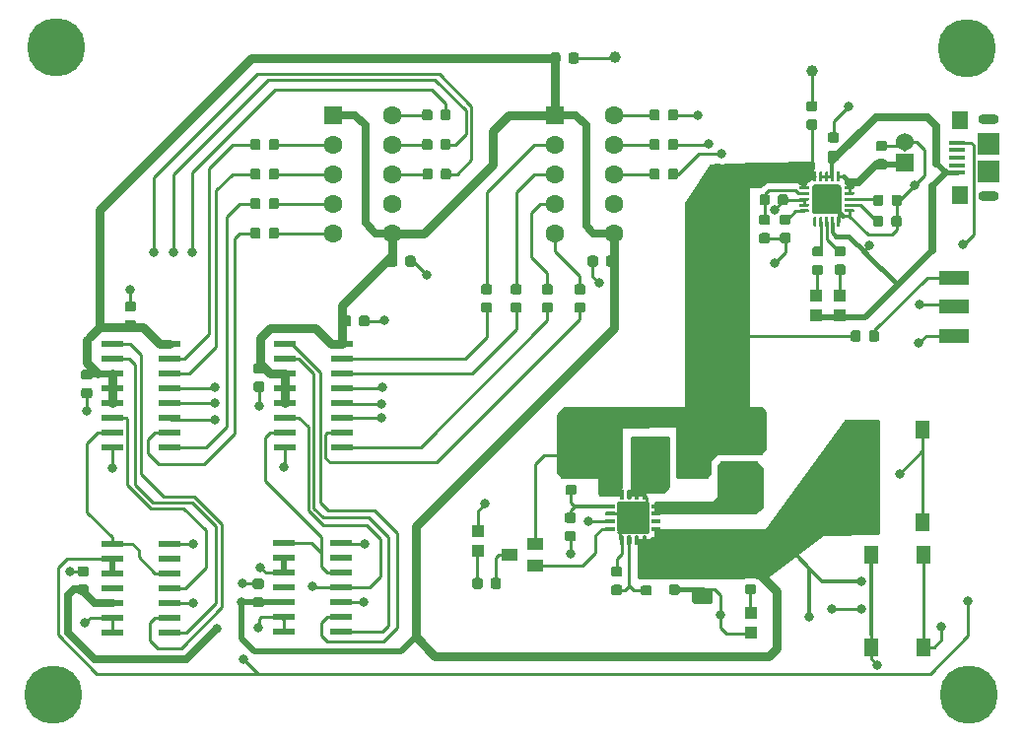
<source format=gtl>
G04 #@! TF.GenerationSoftware,KiCad,Pcbnew,(5.1.5)-3*
G04 #@! TF.CreationDate,2020-07-10T17:57:16-06:00*
G04 #@! TF.ProjectId,CounterProject,436f756e-7465-4725-9072-6f6a6563742e,rev?*
G04 #@! TF.SameCoordinates,Original*
G04 #@! TF.FileFunction,Copper,L1,Top*
G04 #@! TF.FilePolarity,Positive*
%FSLAX46Y46*%
G04 Gerber Fmt 4.6, Leading zero omitted, Abs format (unit mm)*
G04 Created by KiCad (PCBNEW (5.1.5)-3) date 2020-07-10 17:57:16*
%MOMM*%
%LPD*%
G04 APERTURE LIST*
%ADD10C,0.100000*%
%ADD11R,1.000000X1.100000*%
%ADD12C,0.500000*%
%ADD13R,1.300000X1.550000*%
%ADD14O,1.800000X0.900000*%
%ADD15R,1.900000X1.900000*%
%ADD16R,1.400000X1.600000*%
%ADD17R,1.350000X0.400000*%
%ADD18C,1.524000*%
%ADD19R,1.524000X1.524000*%
%ADD20C,5.000000*%
%ADD21C,1.000000*%
%ADD22C,1.600000*%
%ADD23R,1.600000X1.600000*%
%ADD24R,1.970000X0.600000*%
%ADD25R,2.500000X1.200000*%
%ADD26R,1.400000X1.000000*%
%ADD27R,2.060000X1.550000*%
%ADD28C,0.800000*%
%ADD29C,0.250000*%
%ADD30C,0.381000*%
%ADD31C,0.508000*%
%ADD32C,0.254000*%
%ADD33C,0.635000*%
%ADD34C,0.762000*%
%ADD35C,0.500000*%
%ADD36C,0.330200*%
%ADD37C,0.400000*%
%ADD38C,0.304800*%
G04 APERTURE END LIST*
G04 #@! TA.AperFunction,SMDPad,CuDef*
D10*
G36*
X111466691Y-109889053D02*
G01*
X111487926Y-109892203D01*
X111508750Y-109897419D01*
X111528962Y-109904651D01*
X111548368Y-109913830D01*
X111566781Y-109924866D01*
X111584024Y-109937654D01*
X111599930Y-109952070D01*
X111614346Y-109967976D01*
X111627134Y-109985219D01*
X111638170Y-110003632D01*
X111647349Y-110023038D01*
X111654581Y-110043250D01*
X111659797Y-110064074D01*
X111662947Y-110085309D01*
X111664000Y-110106750D01*
X111664000Y-110619250D01*
X111662947Y-110640691D01*
X111659797Y-110661926D01*
X111654581Y-110682750D01*
X111647349Y-110702962D01*
X111638170Y-110722368D01*
X111627134Y-110740781D01*
X111614346Y-110758024D01*
X111599930Y-110773930D01*
X111584024Y-110788346D01*
X111566781Y-110801134D01*
X111548368Y-110812170D01*
X111528962Y-110821349D01*
X111508750Y-110828581D01*
X111487926Y-110833797D01*
X111466691Y-110836947D01*
X111445250Y-110838000D01*
X111007750Y-110838000D01*
X110986309Y-110836947D01*
X110965074Y-110833797D01*
X110944250Y-110828581D01*
X110924038Y-110821349D01*
X110904632Y-110812170D01*
X110886219Y-110801134D01*
X110868976Y-110788346D01*
X110853070Y-110773930D01*
X110838654Y-110758024D01*
X110825866Y-110740781D01*
X110814830Y-110722368D01*
X110805651Y-110702962D01*
X110798419Y-110682750D01*
X110793203Y-110661926D01*
X110790053Y-110640691D01*
X110789000Y-110619250D01*
X110789000Y-110106750D01*
X110790053Y-110085309D01*
X110793203Y-110064074D01*
X110798419Y-110043250D01*
X110805651Y-110023038D01*
X110814830Y-110003632D01*
X110825866Y-109985219D01*
X110838654Y-109967976D01*
X110853070Y-109952070D01*
X110868976Y-109937654D01*
X110886219Y-109924866D01*
X110904632Y-109913830D01*
X110924038Y-109904651D01*
X110944250Y-109897419D01*
X110965074Y-109892203D01*
X110986309Y-109889053D01*
X111007750Y-109888000D01*
X111445250Y-109888000D01*
X111466691Y-109889053D01*
G37*
G04 #@! TD.AperFunction*
G04 #@! TA.AperFunction,SMDPad,CuDef*
G36*
X113041691Y-109889053D02*
G01*
X113062926Y-109892203D01*
X113083750Y-109897419D01*
X113103962Y-109904651D01*
X113123368Y-109913830D01*
X113141781Y-109924866D01*
X113159024Y-109937654D01*
X113174930Y-109952070D01*
X113189346Y-109967976D01*
X113202134Y-109985219D01*
X113213170Y-110003632D01*
X113222349Y-110023038D01*
X113229581Y-110043250D01*
X113234797Y-110064074D01*
X113237947Y-110085309D01*
X113239000Y-110106750D01*
X113239000Y-110619250D01*
X113237947Y-110640691D01*
X113234797Y-110661926D01*
X113229581Y-110682750D01*
X113222349Y-110702962D01*
X113213170Y-110722368D01*
X113202134Y-110740781D01*
X113189346Y-110758024D01*
X113174930Y-110773930D01*
X113159024Y-110788346D01*
X113141781Y-110801134D01*
X113123368Y-110812170D01*
X113103962Y-110821349D01*
X113083750Y-110828581D01*
X113062926Y-110833797D01*
X113041691Y-110836947D01*
X113020250Y-110838000D01*
X112582750Y-110838000D01*
X112561309Y-110836947D01*
X112540074Y-110833797D01*
X112519250Y-110828581D01*
X112499038Y-110821349D01*
X112479632Y-110812170D01*
X112461219Y-110801134D01*
X112443976Y-110788346D01*
X112428070Y-110773930D01*
X112413654Y-110758024D01*
X112400866Y-110740781D01*
X112389830Y-110722368D01*
X112380651Y-110702962D01*
X112373419Y-110682750D01*
X112368203Y-110661926D01*
X112365053Y-110640691D01*
X112364000Y-110619250D01*
X112364000Y-110106750D01*
X112365053Y-110085309D01*
X112368203Y-110064074D01*
X112373419Y-110043250D01*
X112380651Y-110023038D01*
X112389830Y-110003632D01*
X112400866Y-109985219D01*
X112413654Y-109967976D01*
X112428070Y-109952070D01*
X112443976Y-109937654D01*
X112461219Y-109924866D01*
X112479632Y-109913830D01*
X112499038Y-109904651D01*
X112519250Y-109897419D01*
X112540074Y-109892203D01*
X112561309Y-109889053D01*
X112582750Y-109888000D01*
X113020250Y-109888000D01*
X113041691Y-109889053D01*
G37*
G04 #@! TD.AperFunction*
G04 #@! TA.AperFunction,SMDPad,CuDef*
G36*
X95795191Y-109889053D02*
G01*
X95816426Y-109892203D01*
X95837250Y-109897419D01*
X95857462Y-109904651D01*
X95876868Y-109913830D01*
X95895281Y-109924866D01*
X95912524Y-109937654D01*
X95928430Y-109952070D01*
X95942846Y-109967976D01*
X95955634Y-109985219D01*
X95966670Y-110003632D01*
X95975849Y-110023038D01*
X95983081Y-110043250D01*
X95988297Y-110064074D01*
X95991447Y-110085309D01*
X95992500Y-110106750D01*
X95992500Y-110619250D01*
X95991447Y-110640691D01*
X95988297Y-110661926D01*
X95983081Y-110682750D01*
X95975849Y-110702962D01*
X95966670Y-110722368D01*
X95955634Y-110740781D01*
X95942846Y-110758024D01*
X95928430Y-110773930D01*
X95912524Y-110788346D01*
X95895281Y-110801134D01*
X95876868Y-110812170D01*
X95857462Y-110821349D01*
X95837250Y-110828581D01*
X95816426Y-110833797D01*
X95795191Y-110836947D01*
X95773750Y-110838000D01*
X95336250Y-110838000D01*
X95314809Y-110836947D01*
X95293574Y-110833797D01*
X95272750Y-110828581D01*
X95252538Y-110821349D01*
X95233132Y-110812170D01*
X95214719Y-110801134D01*
X95197476Y-110788346D01*
X95181570Y-110773930D01*
X95167154Y-110758024D01*
X95154366Y-110740781D01*
X95143330Y-110722368D01*
X95134151Y-110702962D01*
X95126919Y-110682750D01*
X95121703Y-110661926D01*
X95118553Y-110640691D01*
X95117500Y-110619250D01*
X95117500Y-110106750D01*
X95118553Y-110085309D01*
X95121703Y-110064074D01*
X95126919Y-110043250D01*
X95134151Y-110023038D01*
X95143330Y-110003632D01*
X95154366Y-109985219D01*
X95167154Y-109967976D01*
X95181570Y-109952070D01*
X95197476Y-109937654D01*
X95214719Y-109924866D01*
X95233132Y-109913830D01*
X95252538Y-109904651D01*
X95272750Y-109897419D01*
X95293574Y-109892203D01*
X95314809Y-109889053D01*
X95336250Y-109888000D01*
X95773750Y-109888000D01*
X95795191Y-109889053D01*
G37*
G04 #@! TD.AperFunction*
G04 #@! TA.AperFunction,SMDPad,CuDef*
G36*
X94220191Y-109889053D02*
G01*
X94241426Y-109892203D01*
X94262250Y-109897419D01*
X94282462Y-109904651D01*
X94301868Y-109913830D01*
X94320281Y-109924866D01*
X94337524Y-109937654D01*
X94353430Y-109952070D01*
X94367846Y-109967976D01*
X94380634Y-109985219D01*
X94391670Y-110003632D01*
X94400849Y-110023038D01*
X94408081Y-110043250D01*
X94413297Y-110064074D01*
X94416447Y-110085309D01*
X94417500Y-110106750D01*
X94417500Y-110619250D01*
X94416447Y-110640691D01*
X94413297Y-110661926D01*
X94408081Y-110682750D01*
X94400849Y-110702962D01*
X94391670Y-110722368D01*
X94380634Y-110740781D01*
X94367846Y-110758024D01*
X94353430Y-110773930D01*
X94337524Y-110788346D01*
X94320281Y-110801134D01*
X94301868Y-110812170D01*
X94282462Y-110821349D01*
X94262250Y-110828581D01*
X94241426Y-110833797D01*
X94220191Y-110836947D01*
X94198750Y-110838000D01*
X93761250Y-110838000D01*
X93739809Y-110836947D01*
X93718574Y-110833797D01*
X93697750Y-110828581D01*
X93677538Y-110821349D01*
X93658132Y-110812170D01*
X93639719Y-110801134D01*
X93622476Y-110788346D01*
X93606570Y-110773930D01*
X93592154Y-110758024D01*
X93579366Y-110740781D01*
X93568330Y-110722368D01*
X93559151Y-110702962D01*
X93551919Y-110682750D01*
X93546703Y-110661926D01*
X93543553Y-110640691D01*
X93542500Y-110619250D01*
X93542500Y-110106750D01*
X93543553Y-110085309D01*
X93546703Y-110064074D01*
X93551919Y-110043250D01*
X93559151Y-110023038D01*
X93568330Y-110003632D01*
X93579366Y-109985219D01*
X93592154Y-109967976D01*
X93606570Y-109952070D01*
X93622476Y-109937654D01*
X93639719Y-109924866D01*
X93658132Y-109913830D01*
X93677538Y-109904651D01*
X93697750Y-109897419D01*
X93718574Y-109892203D01*
X93739809Y-109889053D01*
X93761250Y-109888000D01*
X94198750Y-109888000D01*
X94220191Y-109889053D01*
G37*
G04 #@! TD.AperFunction*
D11*
X124841000Y-140615300D03*
X124841000Y-142315300D03*
X101346000Y-135228700D03*
X101346000Y-133528700D03*
X130429000Y-115035700D03*
X130429000Y-113335700D03*
X132461000Y-115035700D03*
X132461000Y-113335700D03*
G04 #@! TA.AperFunction,SMDPad,CuDef*
D10*
G36*
X115752076Y-133935221D02*
G01*
X115760570Y-133936481D01*
X115768900Y-133938568D01*
X115776985Y-133941461D01*
X115784747Y-133945132D01*
X115792112Y-133949546D01*
X115799009Y-133954662D01*
X115805372Y-133960428D01*
X115811138Y-133966791D01*
X115816254Y-133973688D01*
X115820668Y-133981053D01*
X115824339Y-133988815D01*
X115827232Y-133996900D01*
X115829319Y-134005230D01*
X115830579Y-134013724D01*
X115831000Y-134022300D01*
X115831000Y-134672300D01*
X115830579Y-134680876D01*
X115829319Y-134689370D01*
X115827232Y-134697700D01*
X115824339Y-134705785D01*
X115820668Y-134713547D01*
X115816254Y-134720912D01*
X115811138Y-134727809D01*
X115805372Y-134734172D01*
X115799009Y-134739938D01*
X115792112Y-134745054D01*
X115784747Y-134749468D01*
X115776985Y-134753139D01*
X115768900Y-134756032D01*
X115760570Y-134758119D01*
X115752076Y-134759379D01*
X115743500Y-134759800D01*
X115568500Y-134759800D01*
X115559924Y-134759379D01*
X115551430Y-134758119D01*
X115543100Y-134756032D01*
X115535015Y-134753139D01*
X115527253Y-134749468D01*
X115519888Y-134745054D01*
X115512991Y-134739938D01*
X115506628Y-134734172D01*
X115500862Y-134727809D01*
X115495746Y-134720912D01*
X115491332Y-134713547D01*
X115487661Y-134705785D01*
X115484768Y-134697700D01*
X115482681Y-134689370D01*
X115481421Y-134680876D01*
X115481000Y-134672300D01*
X115481000Y-134022300D01*
X115481421Y-134013724D01*
X115482681Y-134005230D01*
X115484768Y-133996900D01*
X115487661Y-133988815D01*
X115491332Y-133981053D01*
X115495746Y-133973688D01*
X115500862Y-133966791D01*
X115506628Y-133960428D01*
X115512991Y-133954662D01*
X115519888Y-133949546D01*
X115527253Y-133945132D01*
X115535015Y-133941461D01*
X115543100Y-133938568D01*
X115551430Y-133936481D01*
X115559924Y-133935221D01*
X115568500Y-133934800D01*
X115743500Y-133934800D01*
X115752076Y-133935221D01*
G37*
G04 #@! TD.AperFunction*
G04 #@! TA.AperFunction,SMDPad,CuDef*
G36*
X115102076Y-133935221D02*
G01*
X115110570Y-133936481D01*
X115118900Y-133938568D01*
X115126985Y-133941461D01*
X115134747Y-133945132D01*
X115142112Y-133949546D01*
X115149009Y-133954662D01*
X115155372Y-133960428D01*
X115161138Y-133966791D01*
X115166254Y-133973688D01*
X115170668Y-133981053D01*
X115174339Y-133988815D01*
X115177232Y-133996900D01*
X115179319Y-134005230D01*
X115180579Y-134013724D01*
X115181000Y-134022300D01*
X115181000Y-134672300D01*
X115180579Y-134680876D01*
X115179319Y-134689370D01*
X115177232Y-134697700D01*
X115174339Y-134705785D01*
X115170668Y-134713547D01*
X115166254Y-134720912D01*
X115161138Y-134727809D01*
X115155372Y-134734172D01*
X115149009Y-134739938D01*
X115142112Y-134745054D01*
X115134747Y-134749468D01*
X115126985Y-134753139D01*
X115118900Y-134756032D01*
X115110570Y-134758119D01*
X115102076Y-134759379D01*
X115093500Y-134759800D01*
X114918500Y-134759800D01*
X114909924Y-134759379D01*
X114901430Y-134758119D01*
X114893100Y-134756032D01*
X114885015Y-134753139D01*
X114877253Y-134749468D01*
X114869888Y-134745054D01*
X114862991Y-134739938D01*
X114856628Y-134734172D01*
X114850862Y-134727809D01*
X114845746Y-134720912D01*
X114841332Y-134713547D01*
X114837661Y-134705785D01*
X114834768Y-134697700D01*
X114832681Y-134689370D01*
X114831421Y-134680876D01*
X114831000Y-134672300D01*
X114831000Y-134022300D01*
X114831421Y-134013724D01*
X114832681Y-134005230D01*
X114834768Y-133996900D01*
X114837661Y-133988815D01*
X114841332Y-133981053D01*
X114845746Y-133973688D01*
X114850862Y-133966791D01*
X114856628Y-133960428D01*
X114862991Y-133954662D01*
X114869888Y-133949546D01*
X114877253Y-133945132D01*
X114885015Y-133941461D01*
X114893100Y-133938568D01*
X114901430Y-133936481D01*
X114909924Y-133935221D01*
X114918500Y-133934800D01*
X115093500Y-133934800D01*
X115102076Y-133935221D01*
G37*
G04 #@! TD.AperFunction*
G04 #@! TA.AperFunction,SMDPad,CuDef*
G36*
X114452076Y-133935221D02*
G01*
X114460570Y-133936481D01*
X114468900Y-133938568D01*
X114476985Y-133941461D01*
X114484747Y-133945132D01*
X114492112Y-133949546D01*
X114499009Y-133954662D01*
X114505372Y-133960428D01*
X114511138Y-133966791D01*
X114516254Y-133973688D01*
X114520668Y-133981053D01*
X114524339Y-133988815D01*
X114527232Y-133996900D01*
X114529319Y-134005230D01*
X114530579Y-134013724D01*
X114531000Y-134022300D01*
X114531000Y-134672300D01*
X114530579Y-134680876D01*
X114529319Y-134689370D01*
X114527232Y-134697700D01*
X114524339Y-134705785D01*
X114520668Y-134713547D01*
X114516254Y-134720912D01*
X114511138Y-134727809D01*
X114505372Y-134734172D01*
X114499009Y-134739938D01*
X114492112Y-134745054D01*
X114484747Y-134749468D01*
X114476985Y-134753139D01*
X114468900Y-134756032D01*
X114460570Y-134758119D01*
X114452076Y-134759379D01*
X114443500Y-134759800D01*
X114268500Y-134759800D01*
X114259924Y-134759379D01*
X114251430Y-134758119D01*
X114243100Y-134756032D01*
X114235015Y-134753139D01*
X114227253Y-134749468D01*
X114219888Y-134745054D01*
X114212991Y-134739938D01*
X114206628Y-134734172D01*
X114200862Y-134727809D01*
X114195746Y-134720912D01*
X114191332Y-134713547D01*
X114187661Y-134705785D01*
X114184768Y-134697700D01*
X114182681Y-134689370D01*
X114181421Y-134680876D01*
X114181000Y-134672300D01*
X114181000Y-134022300D01*
X114181421Y-134013724D01*
X114182681Y-134005230D01*
X114184768Y-133996900D01*
X114187661Y-133988815D01*
X114191332Y-133981053D01*
X114195746Y-133973688D01*
X114200862Y-133966791D01*
X114206628Y-133960428D01*
X114212991Y-133954662D01*
X114219888Y-133949546D01*
X114227253Y-133945132D01*
X114235015Y-133941461D01*
X114243100Y-133938568D01*
X114251430Y-133936481D01*
X114259924Y-133935221D01*
X114268500Y-133934800D01*
X114443500Y-133934800D01*
X114452076Y-133935221D01*
G37*
G04 #@! TD.AperFunction*
G04 #@! TA.AperFunction,SMDPad,CuDef*
G36*
X113802076Y-133935221D02*
G01*
X113810570Y-133936481D01*
X113818900Y-133938568D01*
X113826985Y-133941461D01*
X113834747Y-133945132D01*
X113842112Y-133949546D01*
X113849009Y-133954662D01*
X113855372Y-133960428D01*
X113861138Y-133966791D01*
X113866254Y-133973688D01*
X113870668Y-133981053D01*
X113874339Y-133988815D01*
X113877232Y-133996900D01*
X113879319Y-134005230D01*
X113880579Y-134013724D01*
X113881000Y-134022300D01*
X113881000Y-134672300D01*
X113880579Y-134680876D01*
X113879319Y-134689370D01*
X113877232Y-134697700D01*
X113874339Y-134705785D01*
X113870668Y-134713547D01*
X113866254Y-134720912D01*
X113861138Y-134727809D01*
X113855372Y-134734172D01*
X113849009Y-134739938D01*
X113842112Y-134745054D01*
X113834747Y-134749468D01*
X113826985Y-134753139D01*
X113818900Y-134756032D01*
X113810570Y-134758119D01*
X113802076Y-134759379D01*
X113793500Y-134759800D01*
X113618500Y-134759800D01*
X113609924Y-134759379D01*
X113601430Y-134758119D01*
X113593100Y-134756032D01*
X113585015Y-134753139D01*
X113577253Y-134749468D01*
X113569888Y-134745054D01*
X113562991Y-134739938D01*
X113556628Y-134734172D01*
X113550862Y-134727809D01*
X113545746Y-134720912D01*
X113541332Y-134713547D01*
X113537661Y-134705785D01*
X113534768Y-134697700D01*
X113532681Y-134689370D01*
X113531421Y-134680876D01*
X113531000Y-134672300D01*
X113531000Y-134022300D01*
X113531421Y-134013724D01*
X113532681Y-134005230D01*
X113534768Y-133996900D01*
X113537661Y-133988815D01*
X113541332Y-133981053D01*
X113545746Y-133973688D01*
X113550862Y-133966791D01*
X113556628Y-133960428D01*
X113562991Y-133954662D01*
X113569888Y-133949546D01*
X113577253Y-133945132D01*
X113585015Y-133941461D01*
X113593100Y-133938568D01*
X113601430Y-133936481D01*
X113609924Y-133935221D01*
X113618500Y-133934800D01*
X113793500Y-133934800D01*
X113802076Y-133935221D01*
G37*
G04 #@! TD.AperFunction*
G04 #@! TA.AperFunction,SMDPad,CuDef*
G36*
X113052076Y-133185221D02*
G01*
X113060570Y-133186481D01*
X113068900Y-133188568D01*
X113076985Y-133191461D01*
X113084747Y-133195132D01*
X113092112Y-133199546D01*
X113099009Y-133204662D01*
X113105372Y-133210428D01*
X113111138Y-133216791D01*
X113116254Y-133223688D01*
X113120668Y-133231053D01*
X113124339Y-133238815D01*
X113127232Y-133246900D01*
X113129319Y-133255230D01*
X113130579Y-133263724D01*
X113131000Y-133272300D01*
X113131000Y-133447300D01*
X113130579Y-133455876D01*
X113129319Y-133464370D01*
X113127232Y-133472700D01*
X113124339Y-133480785D01*
X113120668Y-133488547D01*
X113116254Y-133495912D01*
X113111138Y-133502809D01*
X113105372Y-133509172D01*
X113099009Y-133514938D01*
X113092112Y-133520054D01*
X113084747Y-133524468D01*
X113076985Y-133528139D01*
X113068900Y-133531032D01*
X113060570Y-133533119D01*
X113052076Y-133534379D01*
X113043500Y-133534800D01*
X112393500Y-133534800D01*
X112384924Y-133534379D01*
X112376430Y-133533119D01*
X112368100Y-133531032D01*
X112360015Y-133528139D01*
X112352253Y-133524468D01*
X112344888Y-133520054D01*
X112337991Y-133514938D01*
X112331628Y-133509172D01*
X112325862Y-133502809D01*
X112320746Y-133495912D01*
X112316332Y-133488547D01*
X112312661Y-133480785D01*
X112309768Y-133472700D01*
X112307681Y-133464370D01*
X112306421Y-133455876D01*
X112306000Y-133447300D01*
X112306000Y-133272300D01*
X112306421Y-133263724D01*
X112307681Y-133255230D01*
X112309768Y-133246900D01*
X112312661Y-133238815D01*
X112316332Y-133231053D01*
X112320746Y-133223688D01*
X112325862Y-133216791D01*
X112331628Y-133210428D01*
X112337991Y-133204662D01*
X112344888Y-133199546D01*
X112352253Y-133195132D01*
X112360015Y-133191461D01*
X112368100Y-133188568D01*
X112376430Y-133186481D01*
X112384924Y-133185221D01*
X112393500Y-133184800D01*
X113043500Y-133184800D01*
X113052076Y-133185221D01*
G37*
G04 #@! TD.AperFunction*
G04 #@! TA.AperFunction,SMDPad,CuDef*
G36*
X113052076Y-132535221D02*
G01*
X113060570Y-132536481D01*
X113068900Y-132538568D01*
X113076985Y-132541461D01*
X113084747Y-132545132D01*
X113092112Y-132549546D01*
X113099009Y-132554662D01*
X113105372Y-132560428D01*
X113111138Y-132566791D01*
X113116254Y-132573688D01*
X113120668Y-132581053D01*
X113124339Y-132588815D01*
X113127232Y-132596900D01*
X113129319Y-132605230D01*
X113130579Y-132613724D01*
X113131000Y-132622300D01*
X113131000Y-132797300D01*
X113130579Y-132805876D01*
X113129319Y-132814370D01*
X113127232Y-132822700D01*
X113124339Y-132830785D01*
X113120668Y-132838547D01*
X113116254Y-132845912D01*
X113111138Y-132852809D01*
X113105372Y-132859172D01*
X113099009Y-132864938D01*
X113092112Y-132870054D01*
X113084747Y-132874468D01*
X113076985Y-132878139D01*
X113068900Y-132881032D01*
X113060570Y-132883119D01*
X113052076Y-132884379D01*
X113043500Y-132884800D01*
X112393500Y-132884800D01*
X112384924Y-132884379D01*
X112376430Y-132883119D01*
X112368100Y-132881032D01*
X112360015Y-132878139D01*
X112352253Y-132874468D01*
X112344888Y-132870054D01*
X112337991Y-132864938D01*
X112331628Y-132859172D01*
X112325862Y-132852809D01*
X112320746Y-132845912D01*
X112316332Y-132838547D01*
X112312661Y-132830785D01*
X112309768Y-132822700D01*
X112307681Y-132814370D01*
X112306421Y-132805876D01*
X112306000Y-132797300D01*
X112306000Y-132622300D01*
X112306421Y-132613724D01*
X112307681Y-132605230D01*
X112309768Y-132596900D01*
X112312661Y-132588815D01*
X112316332Y-132581053D01*
X112320746Y-132573688D01*
X112325862Y-132566791D01*
X112331628Y-132560428D01*
X112337991Y-132554662D01*
X112344888Y-132549546D01*
X112352253Y-132545132D01*
X112360015Y-132541461D01*
X112368100Y-132538568D01*
X112376430Y-132536481D01*
X112384924Y-132535221D01*
X112393500Y-132534800D01*
X113043500Y-132534800D01*
X113052076Y-132535221D01*
G37*
G04 #@! TD.AperFunction*
G04 #@! TA.AperFunction,SMDPad,CuDef*
G36*
X113052076Y-131885221D02*
G01*
X113060570Y-131886481D01*
X113068900Y-131888568D01*
X113076985Y-131891461D01*
X113084747Y-131895132D01*
X113092112Y-131899546D01*
X113099009Y-131904662D01*
X113105372Y-131910428D01*
X113111138Y-131916791D01*
X113116254Y-131923688D01*
X113120668Y-131931053D01*
X113124339Y-131938815D01*
X113127232Y-131946900D01*
X113129319Y-131955230D01*
X113130579Y-131963724D01*
X113131000Y-131972300D01*
X113131000Y-132147300D01*
X113130579Y-132155876D01*
X113129319Y-132164370D01*
X113127232Y-132172700D01*
X113124339Y-132180785D01*
X113120668Y-132188547D01*
X113116254Y-132195912D01*
X113111138Y-132202809D01*
X113105372Y-132209172D01*
X113099009Y-132214938D01*
X113092112Y-132220054D01*
X113084747Y-132224468D01*
X113076985Y-132228139D01*
X113068900Y-132231032D01*
X113060570Y-132233119D01*
X113052076Y-132234379D01*
X113043500Y-132234800D01*
X112393500Y-132234800D01*
X112384924Y-132234379D01*
X112376430Y-132233119D01*
X112368100Y-132231032D01*
X112360015Y-132228139D01*
X112352253Y-132224468D01*
X112344888Y-132220054D01*
X112337991Y-132214938D01*
X112331628Y-132209172D01*
X112325862Y-132202809D01*
X112320746Y-132195912D01*
X112316332Y-132188547D01*
X112312661Y-132180785D01*
X112309768Y-132172700D01*
X112307681Y-132164370D01*
X112306421Y-132155876D01*
X112306000Y-132147300D01*
X112306000Y-131972300D01*
X112306421Y-131963724D01*
X112307681Y-131955230D01*
X112309768Y-131946900D01*
X112312661Y-131938815D01*
X112316332Y-131931053D01*
X112320746Y-131923688D01*
X112325862Y-131916791D01*
X112331628Y-131910428D01*
X112337991Y-131904662D01*
X112344888Y-131899546D01*
X112352253Y-131895132D01*
X112360015Y-131891461D01*
X112368100Y-131888568D01*
X112376430Y-131886481D01*
X112384924Y-131885221D01*
X112393500Y-131884800D01*
X113043500Y-131884800D01*
X113052076Y-131885221D01*
G37*
G04 #@! TD.AperFunction*
G04 #@! TA.AperFunction,SMDPad,CuDef*
G36*
X113052076Y-131235221D02*
G01*
X113060570Y-131236481D01*
X113068900Y-131238568D01*
X113076985Y-131241461D01*
X113084747Y-131245132D01*
X113092112Y-131249546D01*
X113099009Y-131254662D01*
X113105372Y-131260428D01*
X113111138Y-131266791D01*
X113116254Y-131273688D01*
X113120668Y-131281053D01*
X113124339Y-131288815D01*
X113127232Y-131296900D01*
X113129319Y-131305230D01*
X113130579Y-131313724D01*
X113131000Y-131322300D01*
X113131000Y-131497300D01*
X113130579Y-131505876D01*
X113129319Y-131514370D01*
X113127232Y-131522700D01*
X113124339Y-131530785D01*
X113120668Y-131538547D01*
X113116254Y-131545912D01*
X113111138Y-131552809D01*
X113105372Y-131559172D01*
X113099009Y-131564938D01*
X113092112Y-131570054D01*
X113084747Y-131574468D01*
X113076985Y-131578139D01*
X113068900Y-131581032D01*
X113060570Y-131583119D01*
X113052076Y-131584379D01*
X113043500Y-131584800D01*
X112393500Y-131584800D01*
X112384924Y-131584379D01*
X112376430Y-131583119D01*
X112368100Y-131581032D01*
X112360015Y-131578139D01*
X112352253Y-131574468D01*
X112344888Y-131570054D01*
X112337991Y-131564938D01*
X112331628Y-131559172D01*
X112325862Y-131552809D01*
X112320746Y-131545912D01*
X112316332Y-131538547D01*
X112312661Y-131530785D01*
X112309768Y-131522700D01*
X112307681Y-131514370D01*
X112306421Y-131505876D01*
X112306000Y-131497300D01*
X112306000Y-131322300D01*
X112306421Y-131313724D01*
X112307681Y-131305230D01*
X112309768Y-131296900D01*
X112312661Y-131288815D01*
X112316332Y-131281053D01*
X112320746Y-131273688D01*
X112325862Y-131266791D01*
X112331628Y-131260428D01*
X112337991Y-131254662D01*
X112344888Y-131249546D01*
X112352253Y-131245132D01*
X112360015Y-131241461D01*
X112368100Y-131238568D01*
X112376430Y-131236481D01*
X112384924Y-131235221D01*
X112393500Y-131234800D01*
X113043500Y-131234800D01*
X113052076Y-131235221D01*
G37*
G04 #@! TD.AperFunction*
G04 #@! TA.AperFunction,SMDPad,CuDef*
G36*
X113802076Y-130010221D02*
G01*
X113810570Y-130011481D01*
X113818900Y-130013568D01*
X113826985Y-130016461D01*
X113834747Y-130020132D01*
X113842112Y-130024546D01*
X113849009Y-130029662D01*
X113855372Y-130035428D01*
X113861138Y-130041791D01*
X113866254Y-130048688D01*
X113870668Y-130056053D01*
X113874339Y-130063815D01*
X113877232Y-130071900D01*
X113879319Y-130080230D01*
X113880579Y-130088724D01*
X113881000Y-130097300D01*
X113881000Y-130747300D01*
X113880579Y-130755876D01*
X113879319Y-130764370D01*
X113877232Y-130772700D01*
X113874339Y-130780785D01*
X113870668Y-130788547D01*
X113866254Y-130795912D01*
X113861138Y-130802809D01*
X113855372Y-130809172D01*
X113849009Y-130814938D01*
X113842112Y-130820054D01*
X113834747Y-130824468D01*
X113826985Y-130828139D01*
X113818900Y-130831032D01*
X113810570Y-130833119D01*
X113802076Y-130834379D01*
X113793500Y-130834800D01*
X113618500Y-130834800D01*
X113609924Y-130834379D01*
X113601430Y-130833119D01*
X113593100Y-130831032D01*
X113585015Y-130828139D01*
X113577253Y-130824468D01*
X113569888Y-130820054D01*
X113562991Y-130814938D01*
X113556628Y-130809172D01*
X113550862Y-130802809D01*
X113545746Y-130795912D01*
X113541332Y-130788547D01*
X113537661Y-130780785D01*
X113534768Y-130772700D01*
X113532681Y-130764370D01*
X113531421Y-130755876D01*
X113531000Y-130747300D01*
X113531000Y-130097300D01*
X113531421Y-130088724D01*
X113532681Y-130080230D01*
X113534768Y-130071900D01*
X113537661Y-130063815D01*
X113541332Y-130056053D01*
X113545746Y-130048688D01*
X113550862Y-130041791D01*
X113556628Y-130035428D01*
X113562991Y-130029662D01*
X113569888Y-130024546D01*
X113577253Y-130020132D01*
X113585015Y-130016461D01*
X113593100Y-130013568D01*
X113601430Y-130011481D01*
X113609924Y-130010221D01*
X113618500Y-130009800D01*
X113793500Y-130009800D01*
X113802076Y-130010221D01*
G37*
G04 #@! TD.AperFunction*
G04 #@! TA.AperFunction,SMDPad,CuDef*
G36*
X114452076Y-130010221D02*
G01*
X114460570Y-130011481D01*
X114468900Y-130013568D01*
X114476985Y-130016461D01*
X114484747Y-130020132D01*
X114492112Y-130024546D01*
X114499009Y-130029662D01*
X114505372Y-130035428D01*
X114511138Y-130041791D01*
X114516254Y-130048688D01*
X114520668Y-130056053D01*
X114524339Y-130063815D01*
X114527232Y-130071900D01*
X114529319Y-130080230D01*
X114530579Y-130088724D01*
X114531000Y-130097300D01*
X114531000Y-130747300D01*
X114530579Y-130755876D01*
X114529319Y-130764370D01*
X114527232Y-130772700D01*
X114524339Y-130780785D01*
X114520668Y-130788547D01*
X114516254Y-130795912D01*
X114511138Y-130802809D01*
X114505372Y-130809172D01*
X114499009Y-130814938D01*
X114492112Y-130820054D01*
X114484747Y-130824468D01*
X114476985Y-130828139D01*
X114468900Y-130831032D01*
X114460570Y-130833119D01*
X114452076Y-130834379D01*
X114443500Y-130834800D01*
X114268500Y-130834800D01*
X114259924Y-130834379D01*
X114251430Y-130833119D01*
X114243100Y-130831032D01*
X114235015Y-130828139D01*
X114227253Y-130824468D01*
X114219888Y-130820054D01*
X114212991Y-130814938D01*
X114206628Y-130809172D01*
X114200862Y-130802809D01*
X114195746Y-130795912D01*
X114191332Y-130788547D01*
X114187661Y-130780785D01*
X114184768Y-130772700D01*
X114182681Y-130764370D01*
X114181421Y-130755876D01*
X114181000Y-130747300D01*
X114181000Y-130097300D01*
X114181421Y-130088724D01*
X114182681Y-130080230D01*
X114184768Y-130071900D01*
X114187661Y-130063815D01*
X114191332Y-130056053D01*
X114195746Y-130048688D01*
X114200862Y-130041791D01*
X114206628Y-130035428D01*
X114212991Y-130029662D01*
X114219888Y-130024546D01*
X114227253Y-130020132D01*
X114235015Y-130016461D01*
X114243100Y-130013568D01*
X114251430Y-130011481D01*
X114259924Y-130010221D01*
X114268500Y-130009800D01*
X114443500Y-130009800D01*
X114452076Y-130010221D01*
G37*
G04 #@! TD.AperFunction*
G04 #@! TA.AperFunction,SMDPad,CuDef*
G36*
X115102076Y-130010221D02*
G01*
X115110570Y-130011481D01*
X115118900Y-130013568D01*
X115126985Y-130016461D01*
X115134747Y-130020132D01*
X115142112Y-130024546D01*
X115149009Y-130029662D01*
X115155372Y-130035428D01*
X115161138Y-130041791D01*
X115166254Y-130048688D01*
X115170668Y-130056053D01*
X115174339Y-130063815D01*
X115177232Y-130071900D01*
X115179319Y-130080230D01*
X115180579Y-130088724D01*
X115181000Y-130097300D01*
X115181000Y-130747300D01*
X115180579Y-130755876D01*
X115179319Y-130764370D01*
X115177232Y-130772700D01*
X115174339Y-130780785D01*
X115170668Y-130788547D01*
X115166254Y-130795912D01*
X115161138Y-130802809D01*
X115155372Y-130809172D01*
X115149009Y-130814938D01*
X115142112Y-130820054D01*
X115134747Y-130824468D01*
X115126985Y-130828139D01*
X115118900Y-130831032D01*
X115110570Y-130833119D01*
X115102076Y-130834379D01*
X115093500Y-130834800D01*
X114918500Y-130834800D01*
X114909924Y-130834379D01*
X114901430Y-130833119D01*
X114893100Y-130831032D01*
X114885015Y-130828139D01*
X114877253Y-130824468D01*
X114869888Y-130820054D01*
X114862991Y-130814938D01*
X114856628Y-130809172D01*
X114850862Y-130802809D01*
X114845746Y-130795912D01*
X114841332Y-130788547D01*
X114837661Y-130780785D01*
X114834768Y-130772700D01*
X114832681Y-130764370D01*
X114831421Y-130755876D01*
X114831000Y-130747300D01*
X114831000Y-130097300D01*
X114831421Y-130088724D01*
X114832681Y-130080230D01*
X114834768Y-130071900D01*
X114837661Y-130063815D01*
X114841332Y-130056053D01*
X114845746Y-130048688D01*
X114850862Y-130041791D01*
X114856628Y-130035428D01*
X114862991Y-130029662D01*
X114869888Y-130024546D01*
X114877253Y-130020132D01*
X114885015Y-130016461D01*
X114893100Y-130013568D01*
X114901430Y-130011481D01*
X114909924Y-130010221D01*
X114918500Y-130009800D01*
X115093500Y-130009800D01*
X115102076Y-130010221D01*
G37*
G04 #@! TD.AperFunction*
G04 #@! TA.AperFunction,SMDPad,CuDef*
G36*
X115752076Y-130010221D02*
G01*
X115760570Y-130011481D01*
X115768900Y-130013568D01*
X115776985Y-130016461D01*
X115784747Y-130020132D01*
X115792112Y-130024546D01*
X115799009Y-130029662D01*
X115805372Y-130035428D01*
X115811138Y-130041791D01*
X115816254Y-130048688D01*
X115820668Y-130056053D01*
X115824339Y-130063815D01*
X115827232Y-130071900D01*
X115829319Y-130080230D01*
X115830579Y-130088724D01*
X115831000Y-130097300D01*
X115831000Y-130747300D01*
X115830579Y-130755876D01*
X115829319Y-130764370D01*
X115827232Y-130772700D01*
X115824339Y-130780785D01*
X115820668Y-130788547D01*
X115816254Y-130795912D01*
X115811138Y-130802809D01*
X115805372Y-130809172D01*
X115799009Y-130814938D01*
X115792112Y-130820054D01*
X115784747Y-130824468D01*
X115776985Y-130828139D01*
X115768900Y-130831032D01*
X115760570Y-130833119D01*
X115752076Y-130834379D01*
X115743500Y-130834800D01*
X115568500Y-130834800D01*
X115559924Y-130834379D01*
X115551430Y-130833119D01*
X115543100Y-130831032D01*
X115535015Y-130828139D01*
X115527253Y-130824468D01*
X115519888Y-130820054D01*
X115512991Y-130814938D01*
X115506628Y-130809172D01*
X115500862Y-130802809D01*
X115495746Y-130795912D01*
X115491332Y-130788547D01*
X115487661Y-130780785D01*
X115484768Y-130772700D01*
X115482681Y-130764370D01*
X115481421Y-130755876D01*
X115481000Y-130747300D01*
X115481000Y-130097300D01*
X115481421Y-130088724D01*
X115482681Y-130080230D01*
X115484768Y-130071900D01*
X115487661Y-130063815D01*
X115491332Y-130056053D01*
X115495746Y-130048688D01*
X115500862Y-130041791D01*
X115506628Y-130035428D01*
X115512991Y-130029662D01*
X115519888Y-130024546D01*
X115527253Y-130020132D01*
X115535015Y-130016461D01*
X115543100Y-130013568D01*
X115551430Y-130011481D01*
X115559924Y-130010221D01*
X115568500Y-130009800D01*
X115743500Y-130009800D01*
X115752076Y-130010221D01*
G37*
G04 #@! TD.AperFunction*
G04 #@! TA.AperFunction,SMDPad,CuDef*
G36*
X116977076Y-131235221D02*
G01*
X116985570Y-131236481D01*
X116993900Y-131238568D01*
X117001985Y-131241461D01*
X117009747Y-131245132D01*
X117017112Y-131249546D01*
X117024009Y-131254662D01*
X117030372Y-131260428D01*
X117036138Y-131266791D01*
X117041254Y-131273688D01*
X117045668Y-131281053D01*
X117049339Y-131288815D01*
X117052232Y-131296900D01*
X117054319Y-131305230D01*
X117055579Y-131313724D01*
X117056000Y-131322300D01*
X117056000Y-131497300D01*
X117055579Y-131505876D01*
X117054319Y-131514370D01*
X117052232Y-131522700D01*
X117049339Y-131530785D01*
X117045668Y-131538547D01*
X117041254Y-131545912D01*
X117036138Y-131552809D01*
X117030372Y-131559172D01*
X117024009Y-131564938D01*
X117017112Y-131570054D01*
X117009747Y-131574468D01*
X117001985Y-131578139D01*
X116993900Y-131581032D01*
X116985570Y-131583119D01*
X116977076Y-131584379D01*
X116968500Y-131584800D01*
X116318500Y-131584800D01*
X116309924Y-131584379D01*
X116301430Y-131583119D01*
X116293100Y-131581032D01*
X116285015Y-131578139D01*
X116277253Y-131574468D01*
X116269888Y-131570054D01*
X116262991Y-131564938D01*
X116256628Y-131559172D01*
X116250862Y-131552809D01*
X116245746Y-131545912D01*
X116241332Y-131538547D01*
X116237661Y-131530785D01*
X116234768Y-131522700D01*
X116232681Y-131514370D01*
X116231421Y-131505876D01*
X116231000Y-131497300D01*
X116231000Y-131322300D01*
X116231421Y-131313724D01*
X116232681Y-131305230D01*
X116234768Y-131296900D01*
X116237661Y-131288815D01*
X116241332Y-131281053D01*
X116245746Y-131273688D01*
X116250862Y-131266791D01*
X116256628Y-131260428D01*
X116262991Y-131254662D01*
X116269888Y-131249546D01*
X116277253Y-131245132D01*
X116285015Y-131241461D01*
X116293100Y-131238568D01*
X116301430Y-131236481D01*
X116309924Y-131235221D01*
X116318500Y-131234800D01*
X116968500Y-131234800D01*
X116977076Y-131235221D01*
G37*
G04 #@! TD.AperFunction*
G04 #@! TA.AperFunction,SMDPad,CuDef*
G36*
X116977076Y-131885221D02*
G01*
X116985570Y-131886481D01*
X116993900Y-131888568D01*
X117001985Y-131891461D01*
X117009747Y-131895132D01*
X117017112Y-131899546D01*
X117024009Y-131904662D01*
X117030372Y-131910428D01*
X117036138Y-131916791D01*
X117041254Y-131923688D01*
X117045668Y-131931053D01*
X117049339Y-131938815D01*
X117052232Y-131946900D01*
X117054319Y-131955230D01*
X117055579Y-131963724D01*
X117056000Y-131972300D01*
X117056000Y-132147300D01*
X117055579Y-132155876D01*
X117054319Y-132164370D01*
X117052232Y-132172700D01*
X117049339Y-132180785D01*
X117045668Y-132188547D01*
X117041254Y-132195912D01*
X117036138Y-132202809D01*
X117030372Y-132209172D01*
X117024009Y-132214938D01*
X117017112Y-132220054D01*
X117009747Y-132224468D01*
X117001985Y-132228139D01*
X116993900Y-132231032D01*
X116985570Y-132233119D01*
X116977076Y-132234379D01*
X116968500Y-132234800D01*
X116318500Y-132234800D01*
X116309924Y-132234379D01*
X116301430Y-132233119D01*
X116293100Y-132231032D01*
X116285015Y-132228139D01*
X116277253Y-132224468D01*
X116269888Y-132220054D01*
X116262991Y-132214938D01*
X116256628Y-132209172D01*
X116250862Y-132202809D01*
X116245746Y-132195912D01*
X116241332Y-132188547D01*
X116237661Y-132180785D01*
X116234768Y-132172700D01*
X116232681Y-132164370D01*
X116231421Y-132155876D01*
X116231000Y-132147300D01*
X116231000Y-131972300D01*
X116231421Y-131963724D01*
X116232681Y-131955230D01*
X116234768Y-131946900D01*
X116237661Y-131938815D01*
X116241332Y-131931053D01*
X116245746Y-131923688D01*
X116250862Y-131916791D01*
X116256628Y-131910428D01*
X116262991Y-131904662D01*
X116269888Y-131899546D01*
X116277253Y-131895132D01*
X116285015Y-131891461D01*
X116293100Y-131888568D01*
X116301430Y-131886481D01*
X116309924Y-131885221D01*
X116318500Y-131884800D01*
X116968500Y-131884800D01*
X116977076Y-131885221D01*
G37*
G04 #@! TD.AperFunction*
G04 #@! TA.AperFunction,SMDPad,CuDef*
G36*
X116977076Y-132535221D02*
G01*
X116985570Y-132536481D01*
X116993900Y-132538568D01*
X117001985Y-132541461D01*
X117009747Y-132545132D01*
X117017112Y-132549546D01*
X117024009Y-132554662D01*
X117030372Y-132560428D01*
X117036138Y-132566791D01*
X117041254Y-132573688D01*
X117045668Y-132581053D01*
X117049339Y-132588815D01*
X117052232Y-132596900D01*
X117054319Y-132605230D01*
X117055579Y-132613724D01*
X117056000Y-132622300D01*
X117056000Y-132797300D01*
X117055579Y-132805876D01*
X117054319Y-132814370D01*
X117052232Y-132822700D01*
X117049339Y-132830785D01*
X117045668Y-132838547D01*
X117041254Y-132845912D01*
X117036138Y-132852809D01*
X117030372Y-132859172D01*
X117024009Y-132864938D01*
X117017112Y-132870054D01*
X117009747Y-132874468D01*
X117001985Y-132878139D01*
X116993900Y-132881032D01*
X116985570Y-132883119D01*
X116977076Y-132884379D01*
X116968500Y-132884800D01*
X116318500Y-132884800D01*
X116309924Y-132884379D01*
X116301430Y-132883119D01*
X116293100Y-132881032D01*
X116285015Y-132878139D01*
X116277253Y-132874468D01*
X116269888Y-132870054D01*
X116262991Y-132864938D01*
X116256628Y-132859172D01*
X116250862Y-132852809D01*
X116245746Y-132845912D01*
X116241332Y-132838547D01*
X116237661Y-132830785D01*
X116234768Y-132822700D01*
X116232681Y-132814370D01*
X116231421Y-132805876D01*
X116231000Y-132797300D01*
X116231000Y-132622300D01*
X116231421Y-132613724D01*
X116232681Y-132605230D01*
X116234768Y-132596900D01*
X116237661Y-132588815D01*
X116241332Y-132581053D01*
X116245746Y-132573688D01*
X116250862Y-132566791D01*
X116256628Y-132560428D01*
X116262991Y-132554662D01*
X116269888Y-132549546D01*
X116277253Y-132545132D01*
X116285015Y-132541461D01*
X116293100Y-132538568D01*
X116301430Y-132536481D01*
X116309924Y-132535221D01*
X116318500Y-132534800D01*
X116968500Y-132534800D01*
X116977076Y-132535221D01*
G37*
G04 #@! TD.AperFunction*
G04 #@! TA.AperFunction,SMDPad,CuDef*
G36*
X116977076Y-133185221D02*
G01*
X116985570Y-133186481D01*
X116993900Y-133188568D01*
X117001985Y-133191461D01*
X117009747Y-133195132D01*
X117017112Y-133199546D01*
X117024009Y-133204662D01*
X117030372Y-133210428D01*
X117036138Y-133216791D01*
X117041254Y-133223688D01*
X117045668Y-133231053D01*
X117049339Y-133238815D01*
X117052232Y-133246900D01*
X117054319Y-133255230D01*
X117055579Y-133263724D01*
X117056000Y-133272300D01*
X117056000Y-133447300D01*
X117055579Y-133455876D01*
X117054319Y-133464370D01*
X117052232Y-133472700D01*
X117049339Y-133480785D01*
X117045668Y-133488547D01*
X117041254Y-133495912D01*
X117036138Y-133502809D01*
X117030372Y-133509172D01*
X117024009Y-133514938D01*
X117017112Y-133520054D01*
X117009747Y-133524468D01*
X117001985Y-133528139D01*
X116993900Y-133531032D01*
X116985570Y-133533119D01*
X116977076Y-133534379D01*
X116968500Y-133534800D01*
X116318500Y-133534800D01*
X116309924Y-133534379D01*
X116301430Y-133533119D01*
X116293100Y-133531032D01*
X116285015Y-133528139D01*
X116277253Y-133524468D01*
X116269888Y-133520054D01*
X116262991Y-133514938D01*
X116256628Y-133509172D01*
X116250862Y-133502809D01*
X116245746Y-133495912D01*
X116241332Y-133488547D01*
X116237661Y-133480785D01*
X116234768Y-133472700D01*
X116232681Y-133464370D01*
X116231421Y-133455876D01*
X116231000Y-133447300D01*
X116231000Y-133272300D01*
X116231421Y-133263724D01*
X116232681Y-133255230D01*
X116234768Y-133246900D01*
X116237661Y-133238815D01*
X116241332Y-133231053D01*
X116245746Y-133223688D01*
X116250862Y-133216791D01*
X116256628Y-133210428D01*
X116262991Y-133204662D01*
X116269888Y-133199546D01*
X116277253Y-133195132D01*
X116285015Y-133191461D01*
X116293100Y-133188568D01*
X116301430Y-133186481D01*
X116309924Y-133185221D01*
X116318500Y-133184800D01*
X116968500Y-133184800D01*
X116977076Y-133185221D01*
G37*
G04 #@! TD.AperFunction*
D12*
X113581000Y-131284800D03*
X114681000Y-131284800D03*
X115781000Y-131284800D03*
X113581000Y-132384800D03*
X114681000Y-132384800D03*
X115781000Y-132384800D03*
X113581000Y-133484800D03*
X114681000Y-133484800D03*
X115781000Y-133484800D03*
G04 #@! TA.AperFunction,SMDPad,CuDef*
D10*
G36*
X115805503Y-131036004D02*
G01*
X115829772Y-131039604D01*
X115853570Y-131045565D01*
X115876670Y-131053830D01*
X115898849Y-131064320D01*
X115919892Y-131076933D01*
X115939598Y-131091548D01*
X115957776Y-131108024D01*
X115974252Y-131126202D01*
X115988867Y-131145908D01*
X116001480Y-131166951D01*
X116011970Y-131189130D01*
X116020235Y-131212230D01*
X116026196Y-131236028D01*
X116029796Y-131260297D01*
X116031000Y-131284801D01*
X116031000Y-133484799D01*
X116029796Y-133509303D01*
X116026196Y-133533572D01*
X116020235Y-133557370D01*
X116011970Y-133580470D01*
X116001480Y-133602649D01*
X115988867Y-133623692D01*
X115974252Y-133643398D01*
X115957776Y-133661576D01*
X115939598Y-133678052D01*
X115919892Y-133692667D01*
X115898849Y-133705280D01*
X115876670Y-133715770D01*
X115853570Y-133724035D01*
X115829772Y-133729996D01*
X115805503Y-133733596D01*
X115780999Y-133734800D01*
X113581001Y-133734800D01*
X113556497Y-133733596D01*
X113532228Y-133729996D01*
X113508430Y-133724035D01*
X113485330Y-133715770D01*
X113463151Y-133705280D01*
X113442108Y-133692667D01*
X113422402Y-133678052D01*
X113404224Y-133661576D01*
X113387748Y-133643398D01*
X113373133Y-133623692D01*
X113360520Y-133602649D01*
X113350030Y-133580470D01*
X113341765Y-133557370D01*
X113335804Y-133533572D01*
X113332204Y-133509303D01*
X113331000Y-133484799D01*
X113331000Y-131284801D01*
X113332204Y-131260297D01*
X113335804Y-131236028D01*
X113341765Y-131212230D01*
X113350030Y-131189130D01*
X113360520Y-131166951D01*
X113373133Y-131145908D01*
X113387748Y-131126202D01*
X113404224Y-131108024D01*
X113422402Y-131091548D01*
X113442108Y-131076933D01*
X113463151Y-131064320D01*
X113485330Y-131053830D01*
X113508430Y-131045565D01*
X113532228Y-131039604D01*
X113556497Y-131036004D01*
X113581001Y-131034800D01*
X115780999Y-131034800D01*
X115805503Y-131036004D01*
G37*
G04 #@! TD.AperFunction*
G04 #@! TA.AperFunction,SMDPad,CuDef*
G36*
X132342504Y-103788204D02*
G01*
X132366773Y-103791804D01*
X132390571Y-103797765D01*
X132413671Y-103806030D01*
X132435849Y-103816520D01*
X132456893Y-103829133D01*
X132476598Y-103843747D01*
X132494777Y-103860223D01*
X132511253Y-103878402D01*
X132525867Y-103898107D01*
X132538480Y-103919151D01*
X132548970Y-103941329D01*
X132557235Y-103964429D01*
X132563196Y-103988227D01*
X132566796Y-104012496D01*
X132568000Y-104037000D01*
X132568000Y-106037000D01*
X132566796Y-106061504D01*
X132563196Y-106085773D01*
X132557235Y-106109571D01*
X132548970Y-106132671D01*
X132538480Y-106154849D01*
X132525867Y-106175893D01*
X132511253Y-106195598D01*
X132494777Y-106213777D01*
X132476598Y-106230253D01*
X132456893Y-106244867D01*
X132435849Y-106257480D01*
X132413671Y-106267970D01*
X132390571Y-106276235D01*
X132366773Y-106282196D01*
X132342504Y-106285796D01*
X132318000Y-106287000D01*
X130318000Y-106287000D01*
X130293496Y-106285796D01*
X130269227Y-106282196D01*
X130245429Y-106276235D01*
X130222329Y-106267970D01*
X130200151Y-106257480D01*
X130179107Y-106244867D01*
X130159402Y-106230253D01*
X130141223Y-106213777D01*
X130124747Y-106195598D01*
X130110133Y-106175893D01*
X130097520Y-106154849D01*
X130087030Y-106132671D01*
X130078765Y-106109571D01*
X130072804Y-106085773D01*
X130069204Y-106061504D01*
X130068000Y-106037000D01*
X130068000Y-104037000D01*
X130069204Y-104012496D01*
X130072804Y-103988227D01*
X130078765Y-103964429D01*
X130087030Y-103941329D01*
X130097520Y-103919151D01*
X130110133Y-103898107D01*
X130124747Y-103878402D01*
X130141223Y-103860223D01*
X130159402Y-103843747D01*
X130179107Y-103829133D01*
X130200151Y-103816520D01*
X130222329Y-103806030D01*
X130245429Y-103797765D01*
X130269227Y-103791804D01*
X130293496Y-103788204D01*
X130318000Y-103787000D01*
X132318000Y-103787000D01*
X132342504Y-103788204D01*
G37*
G04 #@! TD.AperFunction*
G04 #@! TA.AperFunction,SMDPad,CuDef*
G36*
X129736626Y-103912301D02*
G01*
X129742693Y-103913201D01*
X129748643Y-103914691D01*
X129754418Y-103916758D01*
X129759962Y-103919380D01*
X129765223Y-103922533D01*
X129770150Y-103926187D01*
X129774694Y-103930306D01*
X129778813Y-103934850D01*
X129782467Y-103939777D01*
X129785620Y-103945038D01*
X129788242Y-103950582D01*
X129790309Y-103956357D01*
X129791799Y-103962307D01*
X129792699Y-103968374D01*
X129793000Y-103974500D01*
X129793000Y-104099500D01*
X129792699Y-104105626D01*
X129791799Y-104111693D01*
X129790309Y-104117643D01*
X129788242Y-104123418D01*
X129785620Y-104128962D01*
X129782467Y-104134223D01*
X129778813Y-104139150D01*
X129774694Y-104143694D01*
X129770150Y-104147813D01*
X129765223Y-104151467D01*
X129759962Y-104154620D01*
X129754418Y-104157242D01*
X129748643Y-104159309D01*
X129742693Y-104160799D01*
X129736626Y-104161699D01*
X129730500Y-104162000D01*
X129030500Y-104162000D01*
X129024374Y-104161699D01*
X129018307Y-104160799D01*
X129012357Y-104159309D01*
X129006582Y-104157242D01*
X129001038Y-104154620D01*
X128995777Y-104151467D01*
X128990850Y-104147813D01*
X128986306Y-104143694D01*
X128982187Y-104139150D01*
X128978533Y-104134223D01*
X128975380Y-104128962D01*
X128972758Y-104123418D01*
X128970691Y-104117643D01*
X128969201Y-104111693D01*
X128968301Y-104105626D01*
X128968000Y-104099500D01*
X128968000Y-103974500D01*
X128968301Y-103968374D01*
X128969201Y-103962307D01*
X128970691Y-103956357D01*
X128972758Y-103950582D01*
X128975380Y-103945038D01*
X128978533Y-103939777D01*
X128982187Y-103934850D01*
X128986306Y-103930306D01*
X128990850Y-103926187D01*
X128995777Y-103922533D01*
X129001038Y-103919380D01*
X129006582Y-103916758D01*
X129012357Y-103914691D01*
X129018307Y-103913201D01*
X129024374Y-103912301D01*
X129030500Y-103912000D01*
X129730500Y-103912000D01*
X129736626Y-103912301D01*
G37*
G04 #@! TD.AperFunction*
G04 #@! TA.AperFunction,SMDPad,CuDef*
G36*
X129736626Y-104412301D02*
G01*
X129742693Y-104413201D01*
X129748643Y-104414691D01*
X129754418Y-104416758D01*
X129759962Y-104419380D01*
X129765223Y-104422533D01*
X129770150Y-104426187D01*
X129774694Y-104430306D01*
X129778813Y-104434850D01*
X129782467Y-104439777D01*
X129785620Y-104445038D01*
X129788242Y-104450582D01*
X129790309Y-104456357D01*
X129791799Y-104462307D01*
X129792699Y-104468374D01*
X129793000Y-104474500D01*
X129793000Y-104599500D01*
X129792699Y-104605626D01*
X129791799Y-104611693D01*
X129790309Y-104617643D01*
X129788242Y-104623418D01*
X129785620Y-104628962D01*
X129782467Y-104634223D01*
X129778813Y-104639150D01*
X129774694Y-104643694D01*
X129770150Y-104647813D01*
X129765223Y-104651467D01*
X129759962Y-104654620D01*
X129754418Y-104657242D01*
X129748643Y-104659309D01*
X129742693Y-104660799D01*
X129736626Y-104661699D01*
X129730500Y-104662000D01*
X129030500Y-104662000D01*
X129024374Y-104661699D01*
X129018307Y-104660799D01*
X129012357Y-104659309D01*
X129006582Y-104657242D01*
X129001038Y-104654620D01*
X128995777Y-104651467D01*
X128990850Y-104647813D01*
X128986306Y-104643694D01*
X128982187Y-104639150D01*
X128978533Y-104634223D01*
X128975380Y-104628962D01*
X128972758Y-104623418D01*
X128970691Y-104617643D01*
X128969201Y-104611693D01*
X128968301Y-104605626D01*
X128968000Y-104599500D01*
X128968000Y-104474500D01*
X128968301Y-104468374D01*
X128969201Y-104462307D01*
X128970691Y-104456357D01*
X128972758Y-104450582D01*
X128975380Y-104445038D01*
X128978533Y-104439777D01*
X128982187Y-104434850D01*
X128986306Y-104430306D01*
X128990850Y-104426187D01*
X128995777Y-104422533D01*
X129001038Y-104419380D01*
X129006582Y-104416758D01*
X129012357Y-104414691D01*
X129018307Y-104413201D01*
X129024374Y-104412301D01*
X129030500Y-104412000D01*
X129730500Y-104412000D01*
X129736626Y-104412301D01*
G37*
G04 #@! TD.AperFunction*
G04 #@! TA.AperFunction,SMDPad,CuDef*
G36*
X129736626Y-104912301D02*
G01*
X129742693Y-104913201D01*
X129748643Y-104914691D01*
X129754418Y-104916758D01*
X129759962Y-104919380D01*
X129765223Y-104922533D01*
X129770150Y-104926187D01*
X129774694Y-104930306D01*
X129778813Y-104934850D01*
X129782467Y-104939777D01*
X129785620Y-104945038D01*
X129788242Y-104950582D01*
X129790309Y-104956357D01*
X129791799Y-104962307D01*
X129792699Y-104968374D01*
X129793000Y-104974500D01*
X129793000Y-105099500D01*
X129792699Y-105105626D01*
X129791799Y-105111693D01*
X129790309Y-105117643D01*
X129788242Y-105123418D01*
X129785620Y-105128962D01*
X129782467Y-105134223D01*
X129778813Y-105139150D01*
X129774694Y-105143694D01*
X129770150Y-105147813D01*
X129765223Y-105151467D01*
X129759962Y-105154620D01*
X129754418Y-105157242D01*
X129748643Y-105159309D01*
X129742693Y-105160799D01*
X129736626Y-105161699D01*
X129730500Y-105162000D01*
X129030500Y-105162000D01*
X129024374Y-105161699D01*
X129018307Y-105160799D01*
X129012357Y-105159309D01*
X129006582Y-105157242D01*
X129001038Y-105154620D01*
X128995777Y-105151467D01*
X128990850Y-105147813D01*
X128986306Y-105143694D01*
X128982187Y-105139150D01*
X128978533Y-105134223D01*
X128975380Y-105128962D01*
X128972758Y-105123418D01*
X128970691Y-105117643D01*
X128969201Y-105111693D01*
X128968301Y-105105626D01*
X128968000Y-105099500D01*
X128968000Y-104974500D01*
X128968301Y-104968374D01*
X128969201Y-104962307D01*
X128970691Y-104956357D01*
X128972758Y-104950582D01*
X128975380Y-104945038D01*
X128978533Y-104939777D01*
X128982187Y-104934850D01*
X128986306Y-104930306D01*
X128990850Y-104926187D01*
X128995777Y-104922533D01*
X129001038Y-104919380D01*
X129006582Y-104916758D01*
X129012357Y-104914691D01*
X129018307Y-104913201D01*
X129024374Y-104912301D01*
X129030500Y-104912000D01*
X129730500Y-104912000D01*
X129736626Y-104912301D01*
G37*
G04 #@! TD.AperFunction*
G04 #@! TA.AperFunction,SMDPad,CuDef*
G36*
X129736626Y-105412301D02*
G01*
X129742693Y-105413201D01*
X129748643Y-105414691D01*
X129754418Y-105416758D01*
X129759962Y-105419380D01*
X129765223Y-105422533D01*
X129770150Y-105426187D01*
X129774694Y-105430306D01*
X129778813Y-105434850D01*
X129782467Y-105439777D01*
X129785620Y-105445038D01*
X129788242Y-105450582D01*
X129790309Y-105456357D01*
X129791799Y-105462307D01*
X129792699Y-105468374D01*
X129793000Y-105474500D01*
X129793000Y-105599500D01*
X129792699Y-105605626D01*
X129791799Y-105611693D01*
X129790309Y-105617643D01*
X129788242Y-105623418D01*
X129785620Y-105628962D01*
X129782467Y-105634223D01*
X129778813Y-105639150D01*
X129774694Y-105643694D01*
X129770150Y-105647813D01*
X129765223Y-105651467D01*
X129759962Y-105654620D01*
X129754418Y-105657242D01*
X129748643Y-105659309D01*
X129742693Y-105660799D01*
X129736626Y-105661699D01*
X129730500Y-105662000D01*
X129030500Y-105662000D01*
X129024374Y-105661699D01*
X129018307Y-105660799D01*
X129012357Y-105659309D01*
X129006582Y-105657242D01*
X129001038Y-105654620D01*
X128995777Y-105651467D01*
X128990850Y-105647813D01*
X128986306Y-105643694D01*
X128982187Y-105639150D01*
X128978533Y-105634223D01*
X128975380Y-105628962D01*
X128972758Y-105623418D01*
X128970691Y-105617643D01*
X128969201Y-105611693D01*
X128968301Y-105605626D01*
X128968000Y-105599500D01*
X128968000Y-105474500D01*
X128968301Y-105468374D01*
X128969201Y-105462307D01*
X128970691Y-105456357D01*
X128972758Y-105450582D01*
X128975380Y-105445038D01*
X128978533Y-105439777D01*
X128982187Y-105434850D01*
X128986306Y-105430306D01*
X128990850Y-105426187D01*
X128995777Y-105422533D01*
X129001038Y-105419380D01*
X129006582Y-105416758D01*
X129012357Y-105414691D01*
X129018307Y-105413201D01*
X129024374Y-105412301D01*
X129030500Y-105412000D01*
X129730500Y-105412000D01*
X129736626Y-105412301D01*
G37*
G04 #@! TD.AperFunction*
G04 #@! TA.AperFunction,SMDPad,CuDef*
G36*
X129736626Y-105912301D02*
G01*
X129742693Y-105913201D01*
X129748643Y-105914691D01*
X129754418Y-105916758D01*
X129759962Y-105919380D01*
X129765223Y-105922533D01*
X129770150Y-105926187D01*
X129774694Y-105930306D01*
X129778813Y-105934850D01*
X129782467Y-105939777D01*
X129785620Y-105945038D01*
X129788242Y-105950582D01*
X129790309Y-105956357D01*
X129791799Y-105962307D01*
X129792699Y-105968374D01*
X129793000Y-105974500D01*
X129793000Y-106099500D01*
X129792699Y-106105626D01*
X129791799Y-106111693D01*
X129790309Y-106117643D01*
X129788242Y-106123418D01*
X129785620Y-106128962D01*
X129782467Y-106134223D01*
X129778813Y-106139150D01*
X129774694Y-106143694D01*
X129770150Y-106147813D01*
X129765223Y-106151467D01*
X129759962Y-106154620D01*
X129754418Y-106157242D01*
X129748643Y-106159309D01*
X129742693Y-106160799D01*
X129736626Y-106161699D01*
X129730500Y-106162000D01*
X129030500Y-106162000D01*
X129024374Y-106161699D01*
X129018307Y-106160799D01*
X129012357Y-106159309D01*
X129006582Y-106157242D01*
X129001038Y-106154620D01*
X128995777Y-106151467D01*
X128990850Y-106147813D01*
X128986306Y-106143694D01*
X128982187Y-106139150D01*
X128978533Y-106134223D01*
X128975380Y-106128962D01*
X128972758Y-106123418D01*
X128970691Y-106117643D01*
X128969201Y-106111693D01*
X128968301Y-106105626D01*
X128968000Y-106099500D01*
X128968000Y-105974500D01*
X128968301Y-105968374D01*
X128969201Y-105962307D01*
X128970691Y-105956357D01*
X128972758Y-105950582D01*
X128975380Y-105945038D01*
X128978533Y-105939777D01*
X128982187Y-105934850D01*
X128986306Y-105930306D01*
X128990850Y-105926187D01*
X128995777Y-105922533D01*
X129001038Y-105919380D01*
X129006582Y-105916758D01*
X129012357Y-105914691D01*
X129018307Y-105913201D01*
X129024374Y-105912301D01*
X129030500Y-105912000D01*
X129730500Y-105912000D01*
X129736626Y-105912301D01*
G37*
G04 #@! TD.AperFunction*
G04 #@! TA.AperFunction,SMDPad,CuDef*
G36*
X130386626Y-106562301D02*
G01*
X130392693Y-106563201D01*
X130398643Y-106564691D01*
X130404418Y-106566758D01*
X130409962Y-106569380D01*
X130415223Y-106572533D01*
X130420150Y-106576187D01*
X130424694Y-106580306D01*
X130428813Y-106584850D01*
X130432467Y-106589777D01*
X130435620Y-106595038D01*
X130438242Y-106600582D01*
X130440309Y-106606357D01*
X130441799Y-106612307D01*
X130442699Y-106618374D01*
X130443000Y-106624500D01*
X130443000Y-107324500D01*
X130442699Y-107330626D01*
X130441799Y-107336693D01*
X130440309Y-107342643D01*
X130438242Y-107348418D01*
X130435620Y-107353962D01*
X130432467Y-107359223D01*
X130428813Y-107364150D01*
X130424694Y-107368694D01*
X130420150Y-107372813D01*
X130415223Y-107376467D01*
X130409962Y-107379620D01*
X130404418Y-107382242D01*
X130398643Y-107384309D01*
X130392693Y-107385799D01*
X130386626Y-107386699D01*
X130380500Y-107387000D01*
X130255500Y-107387000D01*
X130249374Y-107386699D01*
X130243307Y-107385799D01*
X130237357Y-107384309D01*
X130231582Y-107382242D01*
X130226038Y-107379620D01*
X130220777Y-107376467D01*
X130215850Y-107372813D01*
X130211306Y-107368694D01*
X130207187Y-107364150D01*
X130203533Y-107359223D01*
X130200380Y-107353962D01*
X130197758Y-107348418D01*
X130195691Y-107342643D01*
X130194201Y-107336693D01*
X130193301Y-107330626D01*
X130193000Y-107324500D01*
X130193000Y-106624500D01*
X130193301Y-106618374D01*
X130194201Y-106612307D01*
X130195691Y-106606357D01*
X130197758Y-106600582D01*
X130200380Y-106595038D01*
X130203533Y-106589777D01*
X130207187Y-106584850D01*
X130211306Y-106580306D01*
X130215850Y-106576187D01*
X130220777Y-106572533D01*
X130226038Y-106569380D01*
X130231582Y-106566758D01*
X130237357Y-106564691D01*
X130243307Y-106563201D01*
X130249374Y-106562301D01*
X130255500Y-106562000D01*
X130380500Y-106562000D01*
X130386626Y-106562301D01*
G37*
G04 #@! TD.AperFunction*
G04 #@! TA.AperFunction,SMDPad,CuDef*
G36*
X130886626Y-106562301D02*
G01*
X130892693Y-106563201D01*
X130898643Y-106564691D01*
X130904418Y-106566758D01*
X130909962Y-106569380D01*
X130915223Y-106572533D01*
X130920150Y-106576187D01*
X130924694Y-106580306D01*
X130928813Y-106584850D01*
X130932467Y-106589777D01*
X130935620Y-106595038D01*
X130938242Y-106600582D01*
X130940309Y-106606357D01*
X130941799Y-106612307D01*
X130942699Y-106618374D01*
X130943000Y-106624500D01*
X130943000Y-107324500D01*
X130942699Y-107330626D01*
X130941799Y-107336693D01*
X130940309Y-107342643D01*
X130938242Y-107348418D01*
X130935620Y-107353962D01*
X130932467Y-107359223D01*
X130928813Y-107364150D01*
X130924694Y-107368694D01*
X130920150Y-107372813D01*
X130915223Y-107376467D01*
X130909962Y-107379620D01*
X130904418Y-107382242D01*
X130898643Y-107384309D01*
X130892693Y-107385799D01*
X130886626Y-107386699D01*
X130880500Y-107387000D01*
X130755500Y-107387000D01*
X130749374Y-107386699D01*
X130743307Y-107385799D01*
X130737357Y-107384309D01*
X130731582Y-107382242D01*
X130726038Y-107379620D01*
X130720777Y-107376467D01*
X130715850Y-107372813D01*
X130711306Y-107368694D01*
X130707187Y-107364150D01*
X130703533Y-107359223D01*
X130700380Y-107353962D01*
X130697758Y-107348418D01*
X130695691Y-107342643D01*
X130694201Y-107336693D01*
X130693301Y-107330626D01*
X130693000Y-107324500D01*
X130693000Y-106624500D01*
X130693301Y-106618374D01*
X130694201Y-106612307D01*
X130695691Y-106606357D01*
X130697758Y-106600582D01*
X130700380Y-106595038D01*
X130703533Y-106589777D01*
X130707187Y-106584850D01*
X130711306Y-106580306D01*
X130715850Y-106576187D01*
X130720777Y-106572533D01*
X130726038Y-106569380D01*
X130731582Y-106566758D01*
X130737357Y-106564691D01*
X130743307Y-106563201D01*
X130749374Y-106562301D01*
X130755500Y-106562000D01*
X130880500Y-106562000D01*
X130886626Y-106562301D01*
G37*
G04 #@! TD.AperFunction*
G04 #@! TA.AperFunction,SMDPad,CuDef*
G36*
X131386626Y-106562301D02*
G01*
X131392693Y-106563201D01*
X131398643Y-106564691D01*
X131404418Y-106566758D01*
X131409962Y-106569380D01*
X131415223Y-106572533D01*
X131420150Y-106576187D01*
X131424694Y-106580306D01*
X131428813Y-106584850D01*
X131432467Y-106589777D01*
X131435620Y-106595038D01*
X131438242Y-106600582D01*
X131440309Y-106606357D01*
X131441799Y-106612307D01*
X131442699Y-106618374D01*
X131443000Y-106624500D01*
X131443000Y-107324500D01*
X131442699Y-107330626D01*
X131441799Y-107336693D01*
X131440309Y-107342643D01*
X131438242Y-107348418D01*
X131435620Y-107353962D01*
X131432467Y-107359223D01*
X131428813Y-107364150D01*
X131424694Y-107368694D01*
X131420150Y-107372813D01*
X131415223Y-107376467D01*
X131409962Y-107379620D01*
X131404418Y-107382242D01*
X131398643Y-107384309D01*
X131392693Y-107385799D01*
X131386626Y-107386699D01*
X131380500Y-107387000D01*
X131255500Y-107387000D01*
X131249374Y-107386699D01*
X131243307Y-107385799D01*
X131237357Y-107384309D01*
X131231582Y-107382242D01*
X131226038Y-107379620D01*
X131220777Y-107376467D01*
X131215850Y-107372813D01*
X131211306Y-107368694D01*
X131207187Y-107364150D01*
X131203533Y-107359223D01*
X131200380Y-107353962D01*
X131197758Y-107348418D01*
X131195691Y-107342643D01*
X131194201Y-107336693D01*
X131193301Y-107330626D01*
X131193000Y-107324500D01*
X131193000Y-106624500D01*
X131193301Y-106618374D01*
X131194201Y-106612307D01*
X131195691Y-106606357D01*
X131197758Y-106600582D01*
X131200380Y-106595038D01*
X131203533Y-106589777D01*
X131207187Y-106584850D01*
X131211306Y-106580306D01*
X131215850Y-106576187D01*
X131220777Y-106572533D01*
X131226038Y-106569380D01*
X131231582Y-106566758D01*
X131237357Y-106564691D01*
X131243307Y-106563201D01*
X131249374Y-106562301D01*
X131255500Y-106562000D01*
X131380500Y-106562000D01*
X131386626Y-106562301D01*
G37*
G04 #@! TD.AperFunction*
G04 #@! TA.AperFunction,SMDPad,CuDef*
G36*
X131886626Y-106562301D02*
G01*
X131892693Y-106563201D01*
X131898643Y-106564691D01*
X131904418Y-106566758D01*
X131909962Y-106569380D01*
X131915223Y-106572533D01*
X131920150Y-106576187D01*
X131924694Y-106580306D01*
X131928813Y-106584850D01*
X131932467Y-106589777D01*
X131935620Y-106595038D01*
X131938242Y-106600582D01*
X131940309Y-106606357D01*
X131941799Y-106612307D01*
X131942699Y-106618374D01*
X131943000Y-106624500D01*
X131943000Y-107324500D01*
X131942699Y-107330626D01*
X131941799Y-107336693D01*
X131940309Y-107342643D01*
X131938242Y-107348418D01*
X131935620Y-107353962D01*
X131932467Y-107359223D01*
X131928813Y-107364150D01*
X131924694Y-107368694D01*
X131920150Y-107372813D01*
X131915223Y-107376467D01*
X131909962Y-107379620D01*
X131904418Y-107382242D01*
X131898643Y-107384309D01*
X131892693Y-107385799D01*
X131886626Y-107386699D01*
X131880500Y-107387000D01*
X131755500Y-107387000D01*
X131749374Y-107386699D01*
X131743307Y-107385799D01*
X131737357Y-107384309D01*
X131731582Y-107382242D01*
X131726038Y-107379620D01*
X131720777Y-107376467D01*
X131715850Y-107372813D01*
X131711306Y-107368694D01*
X131707187Y-107364150D01*
X131703533Y-107359223D01*
X131700380Y-107353962D01*
X131697758Y-107348418D01*
X131695691Y-107342643D01*
X131694201Y-107336693D01*
X131693301Y-107330626D01*
X131693000Y-107324500D01*
X131693000Y-106624500D01*
X131693301Y-106618374D01*
X131694201Y-106612307D01*
X131695691Y-106606357D01*
X131697758Y-106600582D01*
X131700380Y-106595038D01*
X131703533Y-106589777D01*
X131707187Y-106584850D01*
X131711306Y-106580306D01*
X131715850Y-106576187D01*
X131720777Y-106572533D01*
X131726038Y-106569380D01*
X131731582Y-106566758D01*
X131737357Y-106564691D01*
X131743307Y-106563201D01*
X131749374Y-106562301D01*
X131755500Y-106562000D01*
X131880500Y-106562000D01*
X131886626Y-106562301D01*
G37*
G04 #@! TD.AperFunction*
G04 #@! TA.AperFunction,SMDPad,CuDef*
G36*
X132386626Y-106562301D02*
G01*
X132392693Y-106563201D01*
X132398643Y-106564691D01*
X132404418Y-106566758D01*
X132409962Y-106569380D01*
X132415223Y-106572533D01*
X132420150Y-106576187D01*
X132424694Y-106580306D01*
X132428813Y-106584850D01*
X132432467Y-106589777D01*
X132435620Y-106595038D01*
X132438242Y-106600582D01*
X132440309Y-106606357D01*
X132441799Y-106612307D01*
X132442699Y-106618374D01*
X132443000Y-106624500D01*
X132443000Y-107324500D01*
X132442699Y-107330626D01*
X132441799Y-107336693D01*
X132440309Y-107342643D01*
X132438242Y-107348418D01*
X132435620Y-107353962D01*
X132432467Y-107359223D01*
X132428813Y-107364150D01*
X132424694Y-107368694D01*
X132420150Y-107372813D01*
X132415223Y-107376467D01*
X132409962Y-107379620D01*
X132404418Y-107382242D01*
X132398643Y-107384309D01*
X132392693Y-107385799D01*
X132386626Y-107386699D01*
X132380500Y-107387000D01*
X132255500Y-107387000D01*
X132249374Y-107386699D01*
X132243307Y-107385799D01*
X132237357Y-107384309D01*
X132231582Y-107382242D01*
X132226038Y-107379620D01*
X132220777Y-107376467D01*
X132215850Y-107372813D01*
X132211306Y-107368694D01*
X132207187Y-107364150D01*
X132203533Y-107359223D01*
X132200380Y-107353962D01*
X132197758Y-107348418D01*
X132195691Y-107342643D01*
X132194201Y-107336693D01*
X132193301Y-107330626D01*
X132193000Y-107324500D01*
X132193000Y-106624500D01*
X132193301Y-106618374D01*
X132194201Y-106612307D01*
X132195691Y-106606357D01*
X132197758Y-106600582D01*
X132200380Y-106595038D01*
X132203533Y-106589777D01*
X132207187Y-106584850D01*
X132211306Y-106580306D01*
X132215850Y-106576187D01*
X132220777Y-106572533D01*
X132226038Y-106569380D01*
X132231582Y-106566758D01*
X132237357Y-106564691D01*
X132243307Y-106563201D01*
X132249374Y-106562301D01*
X132255500Y-106562000D01*
X132380500Y-106562000D01*
X132386626Y-106562301D01*
G37*
G04 #@! TD.AperFunction*
G04 #@! TA.AperFunction,SMDPad,CuDef*
G36*
X133611626Y-105912301D02*
G01*
X133617693Y-105913201D01*
X133623643Y-105914691D01*
X133629418Y-105916758D01*
X133634962Y-105919380D01*
X133640223Y-105922533D01*
X133645150Y-105926187D01*
X133649694Y-105930306D01*
X133653813Y-105934850D01*
X133657467Y-105939777D01*
X133660620Y-105945038D01*
X133663242Y-105950582D01*
X133665309Y-105956357D01*
X133666799Y-105962307D01*
X133667699Y-105968374D01*
X133668000Y-105974500D01*
X133668000Y-106099500D01*
X133667699Y-106105626D01*
X133666799Y-106111693D01*
X133665309Y-106117643D01*
X133663242Y-106123418D01*
X133660620Y-106128962D01*
X133657467Y-106134223D01*
X133653813Y-106139150D01*
X133649694Y-106143694D01*
X133645150Y-106147813D01*
X133640223Y-106151467D01*
X133634962Y-106154620D01*
X133629418Y-106157242D01*
X133623643Y-106159309D01*
X133617693Y-106160799D01*
X133611626Y-106161699D01*
X133605500Y-106162000D01*
X132905500Y-106162000D01*
X132899374Y-106161699D01*
X132893307Y-106160799D01*
X132887357Y-106159309D01*
X132881582Y-106157242D01*
X132876038Y-106154620D01*
X132870777Y-106151467D01*
X132865850Y-106147813D01*
X132861306Y-106143694D01*
X132857187Y-106139150D01*
X132853533Y-106134223D01*
X132850380Y-106128962D01*
X132847758Y-106123418D01*
X132845691Y-106117643D01*
X132844201Y-106111693D01*
X132843301Y-106105626D01*
X132843000Y-106099500D01*
X132843000Y-105974500D01*
X132843301Y-105968374D01*
X132844201Y-105962307D01*
X132845691Y-105956357D01*
X132847758Y-105950582D01*
X132850380Y-105945038D01*
X132853533Y-105939777D01*
X132857187Y-105934850D01*
X132861306Y-105930306D01*
X132865850Y-105926187D01*
X132870777Y-105922533D01*
X132876038Y-105919380D01*
X132881582Y-105916758D01*
X132887357Y-105914691D01*
X132893307Y-105913201D01*
X132899374Y-105912301D01*
X132905500Y-105912000D01*
X133605500Y-105912000D01*
X133611626Y-105912301D01*
G37*
G04 #@! TD.AperFunction*
G04 #@! TA.AperFunction,SMDPad,CuDef*
G36*
X133611626Y-105412301D02*
G01*
X133617693Y-105413201D01*
X133623643Y-105414691D01*
X133629418Y-105416758D01*
X133634962Y-105419380D01*
X133640223Y-105422533D01*
X133645150Y-105426187D01*
X133649694Y-105430306D01*
X133653813Y-105434850D01*
X133657467Y-105439777D01*
X133660620Y-105445038D01*
X133663242Y-105450582D01*
X133665309Y-105456357D01*
X133666799Y-105462307D01*
X133667699Y-105468374D01*
X133668000Y-105474500D01*
X133668000Y-105599500D01*
X133667699Y-105605626D01*
X133666799Y-105611693D01*
X133665309Y-105617643D01*
X133663242Y-105623418D01*
X133660620Y-105628962D01*
X133657467Y-105634223D01*
X133653813Y-105639150D01*
X133649694Y-105643694D01*
X133645150Y-105647813D01*
X133640223Y-105651467D01*
X133634962Y-105654620D01*
X133629418Y-105657242D01*
X133623643Y-105659309D01*
X133617693Y-105660799D01*
X133611626Y-105661699D01*
X133605500Y-105662000D01*
X132905500Y-105662000D01*
X132899374Y-105661699D01*
X132893307Y-105660799D01*
X132887357Y-105659309D01*
X132881582Y-105657242D01*
X132876038Y-105654620D01*
X132870777Y-105651467D01*
X132865850Y-105647813D01*
X132861306Y-105643694D01*
X132857187Y-105639150D01*
X132853533Y-105634223D01*
X132850380Y-105628962D01*
X132847758Y-105623418D01*
X132845691Y-105617643D01*
X132844201Y-105611693D01*
X132843301Y-105605626D01*
X132843000Y-105599500D01*
X132843000Y-105474500D01*
X132843301Y-105468374D01*
X132844201Y-105462307D01*
X132845691Y-105456357D01*
X132847758Y-105450582D01*
X132850380Y-105445038D01*
X132853533Y-105439777D01*
X132857187Y-105434850D01*
X132861306Y-105430306D01*
X132865850Y-105426187D01*
X132870777Y-105422533D01*
X132876038Y-105419380D01*
X132881582Y-105416758D01*
X132887357Y-105414691D01*
X132893307Y-105413201D01*
X132899374Y-105412301D01*
X132905500Y-105412000D01*
X133605500Y-105412000D01*
X133611626Y-105412301D01*
G37*
G04 #@! TD.AperFunction*
G04 #@! TA.AperFunction,SMDPad,CuDef*
G36*
X133611626Y-104912301D02*
G01*
X133617693Y-104913201D01*
X133623643Y-104914691D01*
X133629418Y-104916758D01*
X133634962Y-104919380D01*
X133640223Y-104922533D01*
X133645150Y-104926187D01*
X133649694Y-104930306D01*
X133653813Y-104934850D01*
X133657467Y-104939777D01*
X133660620Y-104945038D01*
X133663242Y-104950582D01*
X133665309Y-104956357D01*
X133666799Y-104962307D01*
X133667699Y-104968374D01*
X133668000Y-104974500D01*
X133668000Y-105099500D01*
X133667699Y-105105626D01*
X133666799Y-105111693D01*
X133665309Y-105117643D01*
X133663242Y-105123418D01*
X133660620Y-105128962D01*
X133657467Y-105134223D01*
X133653813Y-105139150D01*
X133649694Y-105143694D01*
X133645150Y-105147813D01*
X133640223Y-105151467D01*
X133634962Y-105154620D01*
X133629418Y-105157242D01*
X133623643Y-105159309D01*
X133617693Y-105160799D01*
X133611626Y-105161699D01*
X133605500Y-105162000D01*
X132905500Y-105162000D01*
X132899374Y-105161699D01*
X132893307Y-105160799D01*
X132887357Y-105159309D01*
X132881582Y-105157242D01*
X132876038Y-105154620D01*
X132870777Y-105151467D01*
X132865850Y-105147813D01*
X132861306Y-105143694D01*
X132857187Y-105139150D01*
X132853533Y-105134223D01*
X132850380Y-105128962D01*
X132847758Y-105123418D01*
X132845691Y-105117643D01*
X132844201Y-105111693D01*
X132843301Y-105105626D01*
X132843000Y-105099500D01*
X132843000Y-104974500D01*
X132843301Y-104968374D01*
X132844201Y-104962307D01*
X132845691Y-104956357D01*
X132847758Y-104950582D01*
X132850380Y-104945038D01*
X132853533Y-104939777D01*
X132857187Y-104934850D01*
X132861306Y-104930306D01*
X132865850Y-104926187D01*
X132870777Y-104922533D01*
X132876038Y-104919380D01*
X132881582Y-104916758D01*
X132887357Y-104914691D01*
X132893307Y-104913201D01*
X132899374Y-104912301D01*
X132905500Y-104912000D01*
X133605500Y-104912000D01*
X133611626Y-104912301D01*
G37*
G04 #@! TD.AperFunction*
G04 #@! TA.AperFunction,SMDPad,CuDef*
G36*
X133611626Y-104412301D02*
G01*
X133617693Y-104413201D01*
X133623643Y-104414691D01*
X133629418Y-104416758D01*
X133634962Y-104419380D01*
X133640223Y-104422533D01*
X133645150Y-104426187D01*
X133649694Y-104430306D01*
X133653813Y-104434850D01*
X133657467Y-104439777D01*
X133660620Y-104445038D01*
X133663242Y-104450582D01*
X133665309Y-104456357D01*
X133666799Y-104462307D01*
X133667699Y-104468374D01*
X133668000Y-104474500D01*
X133668000Y-104599500D01*
X133667699Y-104605626D01*
X133666799Y-104611693D01*
X133665309Y-104617643D01*
X133663242Y-104623418D01*
X133660620Y-104628962D01*
X133657467Y-104634223D01*
X133653813Y-104639150D01*
X133649694Y-104643694D01*
X133645150Y-104647813D01*
X133640223Y-104651467D01*
X133634962Y-104654620D01*
X133629418Y-104657242D01*
X133623643Y-104659309D01*
X133617693Y-104660799D01*
X133611626Y-104661699D01*
X133605500Y-104662000D01*
X132905500Y-104662000D01*
X132899374Y-104661699D01*
X132893307Y-104660799D01*
X132887357Y-104659309D01*
X132881582Y-104657242D01*
X132876038Y-104654620D01*
X132870777Y-104651467D01*
X132865850Y-104647813D01*
X132861306Y-104643694D01*
X132857187Y-104639150D01*
X132853533Y-104634223D01*
X132850380Y-104628962D01*
X132847758Y-104623418D01*
X132845691Y-104617643D01*
X132844201Y-104611693D01*
X132843301Y-104605626D01*
X132843000Y-104599500D01*
X132843000Y-104474500D01*
X132843301Y-104468374D01*
X132844201Y-104462307D01*
X132845691Y-104456357D01*
X132847758Y-104450582D01*
X132850380Y-104445038D01*
X132853533Y-104439777D01*
X132857187Y-104434850D01*
X132861306Y-104430306D01*
X132865850Y-104426187D01*
X132870777Y-104422533D01*
X132876038Y-104419380D01*
X132881582Y-104416758D01*
X132887357Y-104414691D01*
X132893307Y-104413201D01*
X132899374Y-104412301D01*
X132905500Y-104412000D01*
X133605500Y-104412000D01*
X133611626Y-104412301D01*
G37*
G04 #@! TD.AperFunction*
G04 #@! TA.AperFunction,SMDPad,CuDef*
G36*
X133611626Y-103912301D02*
G01*
X133617693Y-103913201D01*
X133623643Y-103914691D01*
X133629418Y-103916758D01*
X133634962Y-103919380D01*
X133640223Y-103922533D01*
X133645150Y-103926187D01*
X133649694Y-103930306D01*
X133653813Y-103934850D01*
X133657467Y-103939777D01*
X133660620Y-103945038D01*
X133663242Y-103950582D01*
X133665309Y-103956357D01*
X133666799Y-103962307D01*
X133667699Y-103968374D01*
X133668000Y-103974500D01*
X133668000Y-104099500D01*
X133667699Y-104105626D01*
X133666799Y-104111693D01*
X133665309Y-104117643D01*
X133663242Y-104123418D01*
X133660620Y-104128962D01*
X133657467Y-104134223D01*
X133653813Y-104139150D01*
X133649694Y-104143694D01*
X133645150Y-104147813D01*
X133640223Y-104151467D01*
X133634962Y-104154620D01*
X133629418Y-104157242D01*
X133623643Y-104159309D01*
X133617693Y-104160799D01*
X133611626Y-104161699D01*
X133605500Y-104162000D01*
X132905500Y-104162000D01*
X132899374Y-104161699D01*
X132893307Y-104160799D01*
X132887357Y-104159309D01*
X132881582Y-104157242D01*
X132876038Y-104154620D01*
X132870777Y-104151467D01*
X132865850Y-104147813D01*
X132861306Y-104143694D01*
X132857187Y-104139150D01*
X132853533Y-104134223D01*
X132850380Y-104128962D01*
X132847758Y-104123418D01*
X132845691Y-104117643D01*
X132844201Y-104111693D01*
X132843301Y-104105626D01*
X132843000Y-104099500D01*
X132843000Y-103974500D01*
X132843301Y-103968374D01*
X132844201Y-103962307D01*
X132845691Y-103956357D01*
X132847758Y-103950582D01*
X132850380Y-103945038D01*
X132853533Y-103939777D01*
X132857187Y-103934850D01*
X132861306Y-103930306D01*
X132865850Y-103926187D01*
X132870777Y-103922533D01*
X132876038Y-103919380D01*
X132881582Y-103916758D01*
X132887357Y-103914691D01*
X132893307Y-103913201D01*
X132899374Y-103912301D01*
X132905500Y-103912000D01*
X133605500Y-103912000D01*
X133611626Y-103912301D01*
G37*
G04 #@! TD.AperFunction*
G04 #@! TA.AperFunction,SMDPad,CuDef*
G36*
X132386626Y-102687301D02*
G01*
X132392693Y-102688201D01*
X132398643Y-102689691D01*
X132404418Y-102691758D01*
X132409962Y-102694380D01*
X132415223Y-102697533D01*
X132420150Y-102701187D01*
X132424694Y-102705306D01*
X132428813Y-102709850D01*
X132432467Y-102714777D01*
X132435620Y-102720038D01*
X132438242Y-102725582D01*
X132440309Y-102731357D01*
X132441799Y-102737307D01*
X132442699Y-102743374D01*
X132443000Y-102749500D01*
X132443000Y-103449500D01*
X132442699Y-103455626D01*
X132441799Y-103461693D01*
X132440309Y-103467643D01*
X132438242Y-103473418D01*
X132435620Y-103478962D01*
X132432467Y-103484223D01*
X132428813Y-103489150D01*
X132424694Y-103493694D01*
X132420150Y-103497813D01*
X132415223Y-103501467D01*
X132409962Y-103504620D01*
X132404418Y-103507242D01*
X132398643Y-103509309D01*
X132392693Y-103510799D01*
X132386626Y-103511699D01*
X132380500Y-103512000D01*
X132255500Y-103512000D01*
X132249374Y-103511699D01*
X132243307Y-103510799D01*
X132237357Y-103509309D01*
X132231582Y-103507242D01*
X132226038Y-103504620D01*
X132220777Y-103501467D01*
X132215850Y-103497813D01*
X132211306Y-103493694D01*
X132207187Y-103489150D01*
X132203533Y-103484223D01*
X132200380Y-103478962D01*
X132197758Y-103473418D01*
X132195691Y-103467643D01*
X132194201Y-103461693D01*
X132193301Y-103455626D01*
X132193000Y-103449500D01*
X132193000Y-102749500D01*
X132193301Y-102743374D01*
X132194201Y-102737307D01*
X132195691Y-102731357D01*
X132197758Y-102725582D01*
X132200380Y-102720038D01*
X132203533Y-102714777D01*
X132207187Y-102709850D01*
X132211306Y-102705306D01*
X132215850Y-102701187D01*
X132220777Y-102697533D01*
X132226038Y-102694380D01*
X132231582Y-102691758D01*
X132237357Y-102689691D01*
X132243307Y-102688201D01*
X132249374Y-102687301D01*
X132255500Y-102687000D01*
X132380500Y-102687000D01*
X132386626Y-102687301D01*
G37*
G04 #@! TD.AperFunction*
G04 #@! TA.AperFunction,SMDPad,CuDef*
G36*
X131886626Y-102687301D02*
G01*
X131892693Y-102688201D01*
X131898643Y-102689691D01*
X131904418Y-102691758D01*
X131909962Y-102694380D01*
X131915223Y-102697533D01*
X131920150Y-102701187D01*
X131924694Y-102705306D01*
X131928813Y-102709850D01*
X131932467Y-102714777D01*
X131935620Y-102720038D01*
X131938242Y-102725582D01*
X131940309Y-102731357D01*
X131941799Y-102737307D01*
X131942699Y-102743374D01*
X131943000Y-102749500D01*
X131943000Y-103449500D01*
X131942699Y-103455626D01*
X131941799Y-103461693D01*
X131940309Y-103467643D01*
X131938242Y-103473418D01*
X131935620Y-103478962D01*
X131932467Y-103484223D01*
X131928813Y-103489150D01*
X131924694Y-103493694D01*
X131920150Y-103497813D01*
X131915223Y-103501467D01*
X131909962Y-103504620D01*
X131904418Y-103507242D01*
X131898643Y-103509309D01*
X131892693Y-103510799D01*
X131886626Y-103511699D01*
X131880500Y-103512000D01*
X131755500Y-103512000D01*
X131749374Y-103511699D01*
X131743307Y-103510799D01*
X131737357Y-103509309D01*
X131731582Y-103507242D01*
X131726038Y-103504620D01*
X131720777Y-103501467D01*
X131715850Y-103497813D01*
X131711306Y-103493694D01*
X131707187Y-103489150D01*
X131703533Y-103484223D01*
X131700380Y-103478962D01*
X131697758Y-103473418D01*
X131695691Y-103467643D01*
X131694201Y-103461693D01*
X131693301Y-103455626D01*
X131693000Y-103449500D01*
X131693000Y-102749500D01*
X131693301Y-102743374D01*
X131694201Y-102737307D01*
X131695691Y-102731357D01*
X131697758Y-102725582D01*
X131700380Y-102720038D01*
X131703533Y-102714777D01*
X131707187Y-102709850D01*
X131711306Y-102705306D01*
X131715850Y-102701187D01*
X131720777Y-102697533D01*
X131726038Y-102694380D01*
X131731582Y-102691758D01*
X131737357Y-102689691D01*
X131743307Y-102688201D01*
X131749374Y-102687301D01*
X131755500Y-102687000D01*
X131880500Y-102687000D01*
X131886626Y-102687301D01*
G37*
G04 #@! TD.AperFunction*
G04 #@! TA.AperFunction,SMDPad,CuDef*
G36*
X131386626Y-102687301D02*
G01*
X131392693Y-102688201D01*
X131398643Y-102689691D01*
X131404418Y-102691758D01*
X131409962Y-102694380D01*
X131415223Y-102697533D01*
X131420150Y-102701187D01*
X131424694Y-102705306D01*
X131428813Y-102709850D01*
X131432467Y-102714777D01*
X131435620Y-102720038D01*
X131438242Y-102725582D01*
X131440309Y-102731357D01*
X131441799Y-102737307D01*
X131442699Y-102743374D01*
X131443000Y-102749500D01*
X131443000Y-103449500D01*
X131442699Y-103455626D01*
X131441799Y-103461693D01*
X131440309Y-103467643D01*
X131438242Y-103473418D01*
X131435620Y-103478962D01*
X131432467Y-103484223D01*
X131428813Y-103489150D01*
X131424694Y-103493694D01*
X131420150Y-103497813D01*
X131415223Y-103501467D01*
X131409962Y-103504620D01*
X131404418Y-103507242D01*
X131398643Y-103509309D01*
X131392693Y-103510799D01*
X131386626Y-103511699D01*
X131380500Y-103512000D01*
X131255500Y-103512000D01*
X131249374Y-103511699D01*
X131243307Y-103510799D01*
X131237357Y-103509309D01*
X131231582Y-103507242D01*
X131226038Y-103504620D01*
X131220777Y-103501467D01*
X131215850Y-103497813D01*
X131211306Y-103493694D01*
X131207187Y-103489150D01*
X131203533Y-103484223D01*
X131200380Y-103478962D01*
X131197758Y-103473418D01*
X131195691Y-103467643D01*
X131194201Y-103461693D01*
X131193301Y-103455626D01*
X131193000Y-103449500D01*
X131193000Y-102749500D01*
X131193301Y-102743374D01*
X131194201Y-102737307D01*
X131195691Y-102731357D01*
X131197758Y-102725582D01*
X131200380Y-102720038D01*
X131203533Y-102714777D01*
X131207187Y-102709850D01*
X131211306Y-102705306D01*
X131215850Y-102701187D01*
X131220777Y-102697533D01*
X131226038Y-102694380D01*
X131231582Y-102691758D01*
X131237357Y-102689691D01*
X131243307Y-102688201D01*
X131249374Y-102687301D01*
X131255500Y-102687000D01*
X131380500Y-102687000D01*
X131386626Y-102687301D01*
G37*
G04 #@! TD.AperFunction*
G04 #@! TA.AperFunction,SMDPad,CuDef*
G36*
X130886626Y-102687301D02*
G01*
X130892693Y-102688201D01*
X130898643Y-102689691D01*
X130904418Y-102691758D01*
X130909962Y-102694380D01*
X130915223Y-102697533D01*
X130920150Y-102701187D01*
X130924694Y-102705306D01*
X130928813Y-102709850D01*
X130932467Y-102714777D01*
X130935620Y-102720038D01*
X130938242Y-102725582D01*
X130940309Y-102731357D01*
X130941799Y-102737307D01*
X130942699Y-102743374D01*
X130943000Y-102749500D01*
X130943000Y-103449500D01*
X130942699Y-103455626D01*
X130941799Y-103461693D01*
X130940309Y-103467643D01*
X130938242Y-103473418D01*
X130935620Y-103478962D01*
X130932467Y-103484223D01*
X130928813Y-103489150D01*
X130924694Y-103493694D01*
X130920150Y-103497813D01*
X130915223Y-103501467D01*
X130909962Y-103504620D01*
X130904418Y-103507242D01*
X130898643Y-103509309D01*
X130892693Y-103510799D01*
X130886626Y-103511699D01*
X130880500Y-103512000D01*
X130755500Y-103512000D01*
X130749374Y-103511699D01*
X130743307Y-103510799D01*
X130737357Y-103509309D01*
X130731582Y-103507242D01*
X130726038Y-103504620D01*
X130720777Y-103501467D01*
X130715850Y-103497813D01*
X130711306Y-103493694D01*
X130707187Y-103489150D01*
X130703533Y-103484223D01*
X130700380Y-103478962D01*
X130697758Y-103473418D01*
X130695691Y-103467643D01*
X130694201Y-103461693D01*
X130693301Y-103455626D01*
X130693000Y-103449500D01*
X130693000Y-102749500D01*
X130693301Y-102743374D01*
X130694201Y-102737307D01*
X130695691Y-102731357D01*
X130697758Y-102725582D01*
X130700380Y-102720038D01*
X130703533Y-102714777D01*
X130707187Y-102709850D01*
X130711306Y-102705306D01*
X130715850Y-102701187D01*
X130720777Y-102697533D01*
X130726038Y-102694380D01*
X130731582Y-102691758D01*
X130737357Y-102689691D01*
X130743307Y-102688201D01*
X130749374Y-102687301D01*
X130755500Y-102687000D01*
X130880500Y-102687000D01*
X130886626Y-102687301D01*
G37*
G04 #@! TD.AperFunction*
G04 #@! TA.AperFunction,SMDPad,CuDef*
G36*
X130386626Y-102687301D02*
G01*
X130392693Y-102688201D01*
X130398643Y-102689691D01*
X130404418Y-102691758D01*
X130409962Y-102694380D01*
X130415223Y-102697533D01*
X130420150Y-102701187D01*
X130424694Y-102705306D01*
X130428813Y-102709850D01*
X130432467Y-102714777D01*
X130435620Y-102720038D01*
X130438242Y-102725582D01*
X130440309Y-102731357D01*
X130441799Y-102737307D01*
X130442699Y-102743374D01*
X130443000Y-102749500D01*
X130443000Y-103449500D01*
X130442699Y-103455626D01*
X130441799Y-103461693D01*
X130440309Y-103467643D01*
X130438242Y-103473418D01*
X130435620Y-103478962D01*
X130432467Y-103484223D01*
X130428813Y-103489150D01*
X130424694Y-103493694D01*
X130420150Y-103497813D01*
X130415223Y-103501467D01*
X130409962Y-103504620D01*
X130404418Y-103507242D01*
X130398643Y-103509309D01*
X130392693Y-103510799D01*
X130386626Y-103511699D01*
X130380500Y-103512000D01*
X130255500Y-103512000D01*
X130249374Y-103511699D01*
X130243307Y-103510799D01*
X130237357Y-103509309D01*
X130231582Y-103507242D01*
X130226038Y-103504620D01*
X130220777Y-103501467D01*
X130215850Y-103497813D01*
X130211306Y-103493694D01*
X130207187Y-103489150D01*
X130203533Y-103484223D01*
X130200380Y-103478962D01*
X130197758Y-103473418D01*
X130195691Y-103467643D01*
X130194201Y-103461693D01*
X130193301Y-103455626D01*
X130193000Y-103449500D01*
X130193000Y-102749500D01*
X130193301Y-102743374D01*
X130194201Y-102737307D01*
X130195691Y-102731357D01*
X130197758Y-102725582D01*
X130200380Y-102720038D01*
X130203533Y-102714777D01*
X130207187Y-102709850D01*
X130211306Y-102705306D01*
X130215850Y-102701187D01*
X130220777Y-102697533D01*
X130226038Y-102694380D01*
X130231582Y-102691758D01*
X130237357Y-102689691D01*
X130243307Y-102688201D01*
X130249374Y-102687301D01*
X130255500Y-102687000D01*
X130380500Y-102687000D01*
X130386626Y-102687301D01*
G37*
G04 #@! TD.AperFunction*
D13*
X135128000Y-143510000D03*
X135128000Y-135560000D03*
X139628000Y-143510000D03*
X139628000Y-135560000D03*
X135073000Y-132791000D03*
X135073000Y-124841000D03*
X139573000Y-132791000D03*
X139573000Y-124841000D03*
G04 #@! TA.AperFunction,SMDPad,CuDef*
D10*
G36*
X121299504Y-138571204D02*
G01*
X121323773Y-138574804D01*
X121347571Y-138580765D01*
X121370671Y-138589030D01*
X121392849Y-138599520D01*
X121413893Y-138612133D01*
X121433598Y-138626747D01*
X121451777Y-138643223D01*
X121468253Y-138661402D01*
X121482867Y-138681107D01*
X121495480Y-138702151D01*
X121505970Y-138724329D01*
X121514235Y-138747429D01*
X121520196Y-138771227D01*
X121523796Y-138795496D01*
X121525000Y-138820000D01*
X121525000Y-139570000D01*
X121523796Y-139594504D01*
X121520196Y-139618773D01*
X121514235Y-139642571D01*
X121505970Y-139665671D01*
X121495480Y-139687849D01*
X121482867Y-139708893D01*
X121468253Y-139728598D01*
X121451777Y-139746777D01*
X121433598Y-139763253D01*
X121413893Y-139777867D01*
X121392849Y-139790480D01*
X121370671Y-139800970D01*
X121347571Y-139809235D01*
X121323773Y-139815196D01*
X121299504Y-139818796D01*
X121275000Y-139820000D01*
X120025000Y-139820000D01*
X120000496Y-139818796D01*
X119976227Y-139815196D01*
X119952429Y-139809235D01*
X119929329Y-139800970D01*
X119907151Y-139790480D01*
X119886107Y-139777867D01*
X119866402Y-139763253D01*
X119848223Y-139746777D01*
X119831747Y-139728598D01*
X119817133Y-139708893D01*
X119804520Y-139687849D01*
X119794030Y-139665671D01*
X119785765Y-139642571D01*
X119779804Y-139618773D01*
X119776204Y-139594504D01*
X119775000Y-139570000D01*
X119775000Y-138820000D01*
X119776204Y-138795496D01*
X119779804Y-138771227D01*
X119785765Y-138747429D01*
X119794030Y-138724329D01*
X119804520Y-138702151D01*
X119817133Y-138681107D01*
X119831747Y-138661402D01*
X119848223Y-138643223D01*
X119866402Y-138626747D01*
X119886107Y-138612133D01*
X119907151Y-138599520D01*
X119929329Y-138589030D01*
X119952429Y-138580765D01*
X119976227Y-138574804D01*
X120000496Y-138571204D01*
X120025000Y-138570000D01*
X121275000Y-138570000D01*
X121299504Y-138571204D01*
G37*
G04 #@! TD.AperFunction*
G04 #@! TA.AperFunction,SMDPad,CuDef*
G36*
X121299504Y-135771204D02*
G01*
X121323773Y-135774804D01*
X121347571Y-135780765D01*
X121370671Y-135789030D01*
X121392849Y-135799520D01*
X121413893Y-135812133D01*
X121433598Y-135826747D01*
X121451777Y-135843223D01*
X121468253Y-135861402D01*
X121482867Y-135881107D01*
X121495480Y-135902151D01*
X121505970Y-135924329D01*
X121514235Y-135947429D01*
X121520196Y-135971227D01*
X121523796Y-135995496D01*
X121525000Y-136020000D01*
X121525000Y-136770000D01*
X121523796Y-136794504D01*
X121520196Y-136818773D01*
X121514235Y-136842571D01*
X121505970Y-136865671D01*
X121495480Y-136887849D01*
X121482867Y-136908893D01*
X121468253Y-136928598D01*
X121451777Y-136946777D01*
X121433598Y-136963253D01*
X121413893Y-136977867D01*
X121392849Y-136990480D01*
X121370671Y-137000970D01*
X121347571Y-137009235D01*
X121323773Y-137015196D01*
X121299504Y-137018796D01*
X121275000Y-137020000D01*
X120025000Y-137020000D01*
X120000496Y-137018796D01*
X119976227Y-137015196D01*
X119952429Y-137009235D01*
X119929329Y-137000970D01*
X119907151Y-136990480D01*
X119886107Y-136977867D01*
X119866402Y-136963253D01*
X119848223Y-136946777D01*
X119831747Y-136928598D01*
X119817133Y-136908893D01*
X119804520Y-136887849D01*
X119794030Y-136865671D01*
X119785765Y-136842571D01*
X119779804Y-136818773D01*
X119776204Y-136794504D01*
X119775000Y-136770000D01*
X119775000Y-136020000D01*
X119776204Y-135995496D01*
X119779804Y-135971227D01*
X119785765Y-135947429D01*
X119794030Y-135924329D01*
X119804520Y-135902151D01*
X119817133Y-135881107D01*
X119831747Y-135861402D01*
X119848223Y-135843223D01*
X119866402Y-135826747D01*
X119886107Y-135812133D01*
X119907151Y-135799520D01*
X119929329Y-135789030D01*
X119952429Y-135780765D01*
X119976227Y-135774804D01*
X120000496Y-135771204D01*
X120025000Y-135770000D01*
X121275000Y-135770000D01*
X121299504Y-135771204D01*
G37*
G04 #@! TD.AperFunction*
D14*
X145224500Y-98173000D03*
X145224500Y-104773000D03*
D15*
X145224500Y-100273000D03*
X145224500Y-102673000D03*
D16*
X142774500Y-98273000D03*
X142774500Y-104673000D03*
D17*
X142549500Y-100173000D03*
X142549500Y-100823000D03*
X142549500Y-101473000D03*
X142549500Y-102123000D03*
X142549500Y-102773000D03*
D18*
X137985500Y-100139500D03*
D19*
X137985500Y-101917500D03*
G04 #@! TA.AperFunction,SMDPad,CuDef*
D10*
G36*
X132167191Y-99296553D02*
G01*
X132188426Y-99299703D01*
X132209250Y-99304919D01*
X132229462Y-99312151D01*
X132248868Y-99321330D01*
X132267281Y-99332366D01*
X132284524Y-99345154D01*
X132300430Y-99359570D01*
X132314846Y-99375476D01*
X132327634Y-99392719D01*
X132338670Y-99411132D01*
X132347849Y-99430538D01*
X132355081Y-99450750D01*
X132360297Y-99471574D01*
X132363447Y-99492809D01*
X132364500Y-99514250D01*
X132364500Y-99951750D01*
X132363447Y-99973191D01*
X132360297Y-99994426D01*
X132355081Y-100015250D01*
X132347849Y-100035462D01*
X132338670Y-100054868D01*
X132327634Y-100073281D01*
X132314846Y-100090524D01*
X132300430Y-100106430D01*
X132284524Y-100120846D01*
X132267281Y-100133634D01*
X132248868Y-100144670D01*
X132229462Y-100153849D01*
X132209250Y-100161081D01*
X132188426Y-100166297D01*
X132167191Y-100169447D01*
X132145750Y-100170500D01*
X131633250Y-100170500D01*
X131611809Y-100169447D01*
X131590574Y-100166297D01*
X131569750Y-100161081D01*
X131549538Y-100153849D01*
X131530132Y-100144670D01*
X131511719Y-100133634D01*
X131494476Y-100120846D01*
X131478570Y-100106430D01*
X131464154Y-100090524D01*
X131451366Y-100073281D01*
X131440330Y-100054868D01*
X131431151Y-100035462D01*
X131423919Y-100015250D01*
X131418703Y-99994426D01*
X131415553Y-99973191D01*
X131414500Y-99951750D01*
X131414500Y-99514250D01*
X131415553Y-99492809D01*
X131418703Y-99471574D01*
X131423919Y-99450750D01*
X131431151Y-99430538D01*
X131440330Y-99411132D01*
X131451366Y-99392719D01*
X131464154Y-99375476D01*
X131478570Y-99359570D01*
X131494476Y-99345154D01*
X131511719Y-99332366D01*
X131530132Y-99321330D01*
X131549538Y-99312151D01*
X131569750Y-99304919D01*
X131590574Y-99299703D01*
X131611809Y-99296553D01*
X131633250Y-99295500D01*
X132145750Y-99295500D01*
X132167191Y-99296553D01*
G37*
G04 #@! TD.AperFunction*
G04 #@! TA.AperFunction,SMDPad,CuDef*
G36*
X132167191Y-100871553D02*
G01*
X132188426Y-100874703D01*
X132209250Y-100879919D01*
X132229462Y-100887151D01*
X132248868Y-100896330D01*
X132267281Y-100907366D01*
X132284524Y-100920154D01*
X132300430Y-100934570D01*
X132314846Y-100950476D01*
X132327634Y-100967719D01*
X132338670Y-100986132D01*
X132347849Y-101005538D01*
X132355081Y-101025750D01*
X132360297Y-101046574D01*
X132363447Y-101067809D01*
X132364500Y-101089250D01*
X132364500Y-101526750D01*
X132363447Y-101548191D01*
X132360297Y-101569426D01*
X132355081Y-101590250D01*
X132347849Y-101610462D01*
X132338670Y-101629868D01*
X132327634Y-101648281D01*
X132314846Y-101665524D01*
X132300430Y-101681430D01*
X132284524Y-101695846D01*
X132267281Y-101708634D01*
X132248868Y-101719670D01*
X132229462Y-101728849D01*
X132209250Y-101736081D01*
X132188426Y-101741297D01*
X132167191Y-101744447D01*
X132145750Y-101745500D01*
X131633250Y-101745500D01*
X131611809Y-101744447D01*
X131590574Y-101741297D01*
X131569750Y-101736081D01*
X131549538Y-101728849D01*
X131530132Y-101719670D01*
X131511719Y-101708634D01*
X131494476Y-101695846D01*
X131478570Y-101681430D01*
X131464154Y-101665524D01*
X131451366Y-101648281D01*
X131440330Y-101629868D01*
X131431151Y-101610462D01*
X131423919Y-101590250D01*
X131418703Y-101569426D01*
X131415553Y-101548191D01*
X131414500Y-101526750D01*
X131414500Y-101089250D01*
X131415553Y-101067809D01*
X131418703Y-101046574D01*
X131423919Y-101025750D01*
X131431151Y-101005538D01*
X131440330Y-100986132D01*
X131451366Y-100967719D01*
X131464154Y-100950476D01*
X131478570Y-100934570D01*
X131494476Y-100920154D01*
X131511719Y-100907366D01*
X131530132Y-100896330D01*
X131549538Y-100887151D01*
X131569750Y-100879919D01*
X131590574Y-100874703D01*
X131611809Y-100871553D01*
X131633250Y-100870500D01*
X132145750Y-100870500D01*
X132167191Y-100871553D01*
G37*
G04 #@! TD.AperFunction*
G04 #@! TA.AperFunction,SMDPad,CuDef*
G36*
X82764191Y-137650553D02*
G01*
X82785426Y-137653703D01*
X82806250Y-137658919D01*
X82826462Y-137666151D01*
X82845868Y-137675330D01*
X82864281Y-137686366D01*
X82881524Y-137699154D01*
X82897430Y-137713570D01*
X82911846Y-137729476D01*
X82924634Y-137746719D01*
X82935670Y-137765132D01*
X82944849Y-137784538D01*
X82952081Y-137804750D01*
X82957297Y-137825574D01*
X82960447Y-137846809D01*
X82961500Y-137868250D01*
X82961500Y-138305750D01*
X82960447Y-138327191D01*
X82957297Y-138348426D01*
X82952081Y-138369250D01*
X82944849Y-138389462D01*
X82935670Y-138408868D01*
X82924634Y-138427281D01*
X82911846Y-138444524D01*
X82897430Y-138460430D01*
X82881524Y-138474846D01*
X82864281Y-138487634D01*
X82845868Y-138498670D01*
X82826462Y-138507849D01*
X82806250Y-138515081D01*
X82785426Y-138520297D01*
X82764191Y-138523447D01*
X82742750Y-138524500D01*
X82230250Y-138524500D01*
X82208809Y-138523447D01*
X82187574Y-138520297D01*
X82166750Y-138515081D01*
X82146538Y-138507849D01*
X82127132Y-138498670D01*
X82108719Y-138487634D01*
X82091476Y-138474846D01*
X82075570Y-138460430D01*
X82061154Y-138444524D01*
X82048366Y-138427281D01*
X82037330Y-138408868D01*
X82028151Y-138389462D01*
X82020919Y-138369250D01*
X82015703Y-138348426D01*
X82012553Y-138327191D01*
X82011500Y-138305750D01*
X82011500Y-137868250D01*
X82012553Y-137846809D01*
X82015703Y-137825574D01*
X82020919Y-137804750D01*
X82028151Y-137784538D01*
X82037330Y-137765132D01*
X82048366Y-137746719D01*
X82061154Y-137729476D01*
X82075570Y-137713570D01*
X82091476Y-137699154D01*
X82108719Y-137686366D01*
X82127132Y-137675330D01*
X82146538Y-137666151D01*
X82166750Y-137658919D01*
X82187574Y-137653703D01*
X82208809Y-137650553D01*
X82230250Y-137649500D01*
X82742750Y-137649500D01*
X82764191Y-137650553D01*
G37*
G04 #@! TD.AperFunction*
G04 #@! TA.AperFunction,SMDPad,CuDef*
G36*
X82764191Y-139225553D02*
G01*
X82785426Y-139228703D01*
X82806250Y-139233919D01*
X82826462Y-139241151D01*
X82845868Y-139250330D01*
X82864281Y-139261366D01*
X82881524Y-139274154D01*
X82897430Y-139288570D01*
X82911846Y-139304476D01*
X82924634Y-139321719D01*
X82935670Y-139340132D01*
X82944849Y-139359538D01*
X82952081Y-139379750D01*
X82957297Y-139400574D01*
X82960447Y-139421809D01*
X82961500Y-139443250D01*
X82961500Y-139880750D01*
X82960447Y-139902191D01*
X82957297Y-139923426D01*
X82952081Y-139944250D01*
X82944849Y-139964462D01*
X82935670Y-139983868D01*
X82924634Y-140002281D01*
X82911846Y-140019524D01*
X82897430Y-140035430D01*
X82881524Y-140049846D01*
X82864281Y-140062634D01*
X82845868Y-140073670D01*
X82826462Y-140082849D01*
X82806250Y-140090081D01*
X82785426Y-140095297D01*
X82764191Y-140098447D01*
X82742750Y-140099500D01*
X82230250Y-140099500D01*
X82208809Y-140098447D01*
X82187574Y-140095297D01*
X82166750Y-140090081D01*
X82146538Y-140082849D01*
X82127132Y-140073670D01*
X82108719Y-140062634D01*
X82091476Y-140049846D01*
X82075570Y-140035430D01*
X82061154Y-140019524D01*
X82048366Y-140002281D01*
X82037330Y-139983868D01*
X82028151Y-139964462D01*
X82020919Y-139944250D01*
X82015703Y-139923426D01*
X82012553Y-139902191D01*
X82011500Y-139880750D01*
X82011500Y-139443250D01*
X82012553Y-139421809D01*
X82015703Y-139400574D01*
X82020919Y-139379750D01*
X82028151Y-139359538D01*
X82037330Y-139340132D01*
X82048366Y-139321719D01*
X82061154Y-139304476D01*
X82075570Y-139288570D01*
X82091476Y-139274154D01*
X82108719Y-139261366D01*
X82127132Y-139250330D01*
X82146538Y-139241151D01*
X82166750Y-139233919D01*
X82187574Y-139228703D01*
X82208809Y-139225553D01*
X82230250Y-139224500D01*
X82742750Y-139224500D01*
X82764191Y-139225553D01*
G37*
G04 #@! TD.AperFunction*
G04 #@! TA.AperFunction,SMDPad,CuDef*
G36*
X67714691Y-136571053D02*
G01*
X67735926Y-136574203D01*
X67756750Y-136579419D01*
X67776962Y-136586651D01*
X67796368Y-136595830D01*
X67814781Y-136606866D01*
X67832024Y-136619654D01*
X67847930Y-136634070D01*
X67862346Y-136649976D01*
X67875134Y-136667219D01*
X67886170Y-136685632D01*
X67895349Y-136705038D01*
X67902581Y-136725250D01*
X67907797Y-136746074D01*
X67910947Y-136767309D01*
X67912000Y-136788750D01*
X67912000Y-137226250D01*
X67910947Y-137247691D01*
X67907797Y-137268926D01*
X67902581Y-137289750D01*
X67895349Y-137309962D01*
X67886170Y-137329368D01*
X67875134Y-137347781D01*
X67862346Y-137365024D01*
X67847930Y-137380930D01*
X67832024Y-137395346D01*
X67814781Y-137408134D01*
X67796368Y-137419170D01*
X67776962Y-137428349D01*
X67756750Y-137435581D01*
X67735926Y-137440797D01*
X67714691Y-137443947D01*
X67693250Y-137445000D01*
X67180750Y-137445000D01*
X67159309Y-137443947D01*
X67138074Y-137440797D01*
X67117250Y-137435581D01*
X67097038Y-137428349D01*
X67077632Y-137419170D01*
X67059219Y-137408134D01*
X67041976Y-137395346D01*
X67026070Y-137380930D01*
X67011654Y-137365024D01*
X66998866Y-137347781D01*
X66987830Y-137329368D01*
X66978651Y-137309962D01*
X66971419Y-137289750D01*
X66966203Y-137268926D01*
X66963053Y-137247691D01*
X66962000Y-137226250D01*
X66962000Y-136788750D01*
X66963053Y-136767309D01*
X66966203Y-136746074D01*
X66971419Y-136725250D01*
X66978651Y-136705038D01*
X66987830Y-136685632D01*
X66998866Y-136667219D01*
X67011654Y-136649976D01*
X67026070Y-136634070D01*
X67041976Y-136619654D01*
X67059219Y-136606866D01*
X67077632Y-136595830D01*
X67097038Y-136586651D01*
X67117250Y-136579419D01*
X67138074Y-136574203D01*
X67159309Y-136571053D01*
X67180750Y-136570000D01*
X67693250Y-136570000D01*
X67714691Y-136571053D01*
G37*
G04 #@! TD.AperFunction*
G04 #@! TA.AperFunction,SMDPad,CuDef*
G36*
X67714691Y-138146053D02*
G01*
X67735926Y-138149203D01*
X67756750Y-138154419D01*
X67776962Y-138161651D01*
X67796368Y-138170830D01*
X67814781Y-138181866D01*
X67832024Y-138194654D01*
X67847930Y-138209070D01*
X67862346Y-138224976D01*
X67875134Y-138242219D01*
X67886170Y-138260632D01*
X67895349Y-138280038D01*
X67902581Y-138300250D01*
X67907797Y-138321074D01*
X67910947Y-138342309D01*
X67912000Y-138363750D01*
X67912000Y-138801250D01*
X67910947Y-138822691D01*
X67907797Y-138843926D01*
X67902581Y-138864750D01*
X67895349Y-138884962D01*
X67886170Y-138904368D01*
X67875134Y-138922781D01*
X67862346Y-138940024D01*
X67847930Y-138955930D01*
X67832024Y-138970346D01*
X67814781Y-138983134D01*
X67796368Y-138994170D01*
X67776962Y-139003349D01*
X67756750Y-139010581D01*
X67735926Y-139015797D01*
X67714691Y-139018947D01*
X67693250Y-139020000D01*
X67180750Y-139020000D01*
X67159309Y-139018947D01*
X67138074Y-139015797D01*
X67117250Y-139010581D01*
X67097038Y-139003349D01*
X67077632Y-138994170D01*
X67059219Y-138983134D01*
X67041976Y-138970346D01*
X67026070Y-138955930D01*
X67011654Y-138940024D01*
X66998866Y-138922781D01*
X66987830Y-138904368D01*
X66978651Y-138884962D01*
X66971419Y-138864750D01*
X66966203Y-138843926D01*
X66963053Y-138822691D01*
X66962000Y-138801250D01*
X66962000Y-138363750D01*
X66963053Y-138342309D01*
X66966203Y-138321074D01*
X66971419Y-138300250D01*
X66978651Y-138280038D01*
X66987830Y-138260632D01*
X66998866Y-138242219D01*
X67011654Y-138224976D01*
X67026070Y-138209070D01*
X67041976Y-138194654D01*
X67059219Y-138181866D01*
X67077632Y-138170830D01*
X67097038Y-138161651D01*
X67117250Y-138154419D01*
X67138074Y-138149203D01*
X67159309Y-138146053D01*
X67180750Y-138145000D01*
X67693250Y-138145000D01*
X67714691Y-138146053D01*
G37*
G04 #@! TD.AperFunction*
G04 #@! TA.AperFunction,SMDPad,CuDef*
G36*
X82827691Y-120709053D02*
G01*
X82848926Y-120712203D01*
X82869750Y-120717419D01*
X82889962Y-120724651D01*
X82909368Y-120733830D01*
X82927781Y-120744866D01*
X82945024Y-120757654D01*
X82960930Y-120772070D01*
X82975346Y-120787976D01*
X82988134Y-120805219D01*
X82999170Y-120823632D01*
X83008349Y-120843038D01*
X83015581Y-120863250D01*
X83020797Y-120884074D01*
X83023947Y-120905309D01*
X83025000Y-120926750D01*
X83025000Y-121364250D01*
X83023947Y-121385691D01*
X83020797Y-121406926D01*
X83015581Y-121427750D01*
X83008349Y-121447962D01*
X82999170Y-121467368D01*
X82988134Y-121485781D01*
X82975346Y-121503024D01*
X82960930Y-121518930D01*
X82945024Y-121533346D01*
X82927781Y-121546134D01*
X82909368Y-121557170D01*
X82889962Y-121566349D01*
X82869750Y-121573581D01*
X82848926Y-121578797D01*
X82827691Y-121581947D01*
X82806250Y-121583000D01*
X82293750Y-121583000D01*
X82272309Y-121581947D01*
X82251074Y-121578797D01*
X82230250Y-121573581D01*
X82210038Y-121566349D01*
X82190632Y-121557170D01*
X82172219Y-121546134D01*
X82154976Y-121533346D01*
X82139070Y-121518930D01*
X82124654Y-121503024D01*
X82111866Y-121485781D01*
X82100830Y-121467368D01*
X82091651Y-121447962D01*
X82084419Y-121427750D01*
X82079203Y-121406926D01*
X82076053Y-121385691D01*
X82075000Y-121364250D01*
X82075000Y-120926750D01*
X82076053Y-120905309D01*
X82079203Y-120884074D01*
X82084419Y-120863250D01*
X82091651Y-120843038D01*
X82100830Y-120823632D01*
X82111866Y-120805219D01*
X82124654Y-120787976D01*
X82139070Y-120772070D01*
X82154976Y-120757654D01*
X82172219Y-120744866D01*
X82190632Y-120733830D01*
X82210038Y-120724651D01*
X82230250Y-120717419D01*
X82251074Y-120712203D01*
X82272309Y-120709053D01*
X82293750Y-120708000D01*
X82806250Y-120708000D01*
X82827691Y-120709053D01*
G37*
G04 #@! TD.AperFunction*
G04 #@! TA.AperFunction,SMDPad,CuDef*
G36*
X82827691Y-119134053D02*
G01*
X82848926Y-119137203D01*
X82869750Y-119142419D01*
X82889962Y-119149651D01*
X82909368Y-119158830D01*
X82927781Y-119169866D01*
X82945024Y-119182654D01*
X82960930Y-119197070D01*
X82975346Y-119212976D01*
X82988134Y-119230219D01*
X82999170Y-119248632D01*
X83008349Y-119268038D01*
X83015581Y-119288250D01*
X83020797Y-119309074D01*
X83023947Y-119330309D01*
X83025000Y-119351750D01*
X83025000Y-119789250D01*
X83023947Y-119810691D01*
X83020797Y-119831926D01*
X83015581Y-119852750D01*
X83008349Y-119872962D01*
X82999170Y-119892368D01*
X82988134Y-119910781D01*
X82975346Y-119928024D01*
X82960930Y-119943930D01*
X82945024Y-119958346D01*
X82927781Y-119971134D01*
X82909368Y-119982170D01*
X82889962Y-119991349D01*
X82869750Y-119998581D01*
X82848926Y-120003797D01*
X82827691Y-120006947D01*
X82806250Y-120008000D01*
X82293750Y-120008000D01*
X82272309Y-120006947D01*
X82251074Y-120003797D01*
X82230250Y-119998581D01*
X82210038Y-119991349D01*
X82190632Y-119982170D01*
X82172219Y-119971134D01*
X82154976Y-119958346D01*
X82139070Y-119943930D01*
X82124654Y-119928024D01*
X82111866Y-119910781D01*
X82100830Y-119892368D01*
X82091651Y-119872962D01*
X82084419Y-119852750D01*
X82079203Y-119831926D01*
X82076053Y-119810691D01*
X82075000Y-119789250D01*
X82075000Y-119351750D01*
X82076053Y-119330309D01*
X82079203Y-119309074D01*
X82084419Y-119288250D01*
X82091651Y-119268038D01*
X82100830Y-119248632D01*
X82111866Y-119230219D01*
X82124654Y-119212976D01*
X82139070Y-119197070D01*
X82154976Y-119182654D01*
X82172219Y-119169866D01*
X82190632Y-119158830D01*
X82210038Y-119149651D01*
X82230250Y-119142419D01*
X82251074Y-119137203D01*
X82272309Y-119134053D01*
X82293750Y-119133000D01*
X82806250Y-119133000D01*
X82827691Y-119134053D01*
G37*
G04 #@! TD.AperFunction*
G04 #@! TA.AperFunction,SMDPad,CuDef*
G36*
X91832691Y-115032553D02*
G01*
X91853926Y-115035703D01*
X91874750Y-115040919D01*
X91894962Y-115048151D01*
X91914368Y-115057330D01*
X91932781Y-115068366D01*
X91950024Y-115081154D01*
X91965930Y-115095570D01*
X91980346Y-115111476D01*
X91993134Y-115128719D01*
X92004170Y-115147132D01*
X92013349Y-115166538D01*
X92020581Y-115186750D01*
X92025797Y-115207574D01*
X92028947Y-115228809D01*
X92030000Y-115250250D01*
X92030000Y-115762750D01*
X92028947Y-115784191D01*
X92025797Y-115805426D01*
X92020581Y-115826250D01*
X92013349Y-115846462D01*
X92004170Y-115865868D01*
X91993134Y-115884281D01*
X91980346Y-115901524D01*
X91965930Y-115917430D01*
X91950024Y-115931846D01*
X91932781Y-115944634D01*
X91914368Y-115955670D01*
X91894962Y-115964849D01*
X91874750Y-115972081D01*
X91853926Y-115977297D01*
X91832691Y-115980447D01*
X91811250Y-115981500D01*
X91373750Y-115981500D01*
X91352309Y-115980447D01*
X91331074Y-115977297D01*
X91310250Y-115972081D01*
X91290038Y-115964849D01*
X91270632Y-115955670D01*
X91252219Y-115944634D01*
X91234976Y-115931846D01*
X91219070Y-115917430D01*
X91204654Y-115901524D01*
X91191866Y-115884281D01*
X91180830Y-115865868D01*
X91171651Y-115846462D01*
X91164419Y-115826250D01*
X91159203Y-115805426D01*
X91156053Y-115784191D01*
X91155000Y-115762750D01*
X91155000Y-115250250D01*
X91156053Y-115228809D01*
X91159203Y-115207574D01*
X91164419Y-115186750D01*
X91171651Y-115166538D01*
X91180830Y-115147132D01*
X91191866Y-115128719D01*
X91204654Y-115111476D01*
X91219070Y-115095570D01*
X91234976Y-115081154D01*
X91252219Y-115068366D01*
X91270632Y-115057330D01*
X91290038Y-115048151D01*
X91310250Y-115040919D01*
X91331074Y-115035703D01*
X91352309Y-115032553D01*
X91373750Y-115031500D01*
X91811250Y-115031500D01*
X91832691Y-115032553D01*
G37*
G04 #@! TD.AperFunction*
G04 #@! TA.AperFunction,SMDPad,CuDef*
G36*
X90257691Y-115032553D02*
G01*
X90278926Y-115035703D01*
X90299750Y-115040919D01*
X90319962Y-115048151D01*
X90339368Y-115057330D01*
X90357781Y-115068366D01*
X90375024Y-115081154D01*
X90390930Y-115095570D01*
X90405346Y-115111476D01*
X90418134Y-115128719D01*
X90429170Y-115147132D01*
X90438349Y-115166538D01*
X90445581Y-115186750D01*
X90450797Y-115207574D01*
X90453947Y-115228809D01*
X90455000Y-115250250D01*
X90455000Y-115762750D01*
X90453947Y-115784191D01*
X90450797Y-115805426D01*
X90445581Y-115826250D01*
X90438349Y-115846462D01*
X90429170Y-115865868D01*
X90418134Y-115884281D01*
X90405346Y-115901524D01*
X90390930Y-115917430D01*
X90375024Y-115931846D01*
X90357781Y-115944634D01*
X90339368Y-115955670D01*
X90319962Y-115964849D01*
X90299750Y-115972081D01*
X90278926Y-115977297D01*
X90257691Y-115980447D01*
X90236250Y-115981500D01*
X89798750Y-115981500D01*
X89777309Y-115980447D01*
X89756074Y-115977297D01*
X89735250Y-115972081D01*
X89715038Y-115964849D01*
X89695632Y-115955670D01*
X89677219Y-115944634D01*
X89659976Y-115931846D01*
X89644070Y-115917430D01*
X89629654Y-115901524D01*
X89616866Y-115884281D01*
X89605830Y-115865868D01*
X89596651Y-115846462D01*
X89589419Y-115826250D01*
X89584203Y-115805426D01*
X89581053Y-115784191D01*
X89580000Y-115762750D01*
X89580000Y-115250250D01*
X89581053Y-115228809D01*
X89584203Y-115207574D01*
X89589419Y-115186750D01*
X89596651Y-115166538D01*
X89605830Y-115147132D01*
X89616866Y-115128719D01*
X89629654Y-115111476D01*
X89644070Y-115095570D01*
X89659976Y-115081154D01*
X89677219Y-115068366D01*
X89695632Y-115057330D01*
X89715038Y-115048151D01*
X89735250Y-115040919D01*
X89756074Y-115035703D01*
X89777309Y-115032553D01*
X89798750Y-115031500D01*
X90236250Y-115031500D01*
X90257691Y-115032553D01*
G37*
G04 #@! TD.AperFunction*
G04 #@! TA.AperFunction,SMDPad,CuDef*
G36*
X68032191Y-121255053D02*
G01*
X68053426Y-121258203D01*
X68074250Y-121263419D01*
X68094462Y-121270651D01*
X68113868Y-121279830D01*
X68132281Y-121290866D01*
X68149524Y-121303654D01*
X68165430Y-121318070D01*
X68179846Y-121333976D01*
X68192634Y-121351219D01*
X68203670Y-121369632D01*
X68212849Y-121389038D01*
X68220081Y-121409250D01*
X68225297Y-121430074D01*
X68228447Y-121451309D01*
X68229500Y-121472750D01*
X68229500Y-121910250D01*
X68228447Y-121931691D01*
X68225297Y-121952926D01*
X68220081Y-121973750D01*
X68212849Y-121993962D01*
X68203670Y-122013368D01*
X68192634Y-122031781D01*
X68179846Y-122049024D01*
X68165430Y-122064930D01*
X68149524Y-122079346D01*
X68132281Y-122092134D01*
X68113868Y-122103170D01*
X68094462Y-122112349D01*
X68074250Y-122119581D01*
X68053426Y-122124797D01*
X68032191Y-122127947D01*
X68010750Y-122129000D01*
X67498250Y-122129000D01*
X67476809Y-122127947D01*
X67455574Y-122124797D01*
X67434750Y-122119581D01*
X67414538Y-122112349D01*
X67395132Y-122103170D01*
X67376719Y-122092134D01*
X67359476Y-122079346D01*
X67343570Y-122064930D01*
X67329154Y-122049024D01*
X67316366Y-122031781D01*
X67305330Y-122013368D01*
X67296151Y-121993962D01*
X67288919Y-121973750D01*
X67283703Y-121952926D01*
X67280553Y-121931691D01*
X67279500Y-121910250D01*
X67279500Y-121472750D01*
X67280553Y-121451309D01*
X67283703Y-121430074D01*
X67288919Y-121409250D01*
X67296151Y-121389038D01*
X67305330Y-121369632D01*
X67316366Y-121351219D01*
X67329154Y-121333976D01*
X67343570Y-121318070D01*
X67359476Y-121303654D01*
X67376719Y-121290866D01*
X67395132Y-121279830D01*
X67414538Y-121270651D01*
X67434750Y-121263419D01*
X67455574Y-121258203D01*
X67476809Y-121255053D01*
X67498250Y-121254000D01*
X68010750Y-121254000D01*
X68032191Y-121255053D01*
G37*
G04 #@! TD.AperFunction*
G04 #@! TA.AperFunction,SMDPad,CuDef*
G36*
X68032191Y-119680053D02*
G01*
X68053426Y-119683203D01*
X68074250Y-119688419D01*
X68094462Y-119695651D01*
X68113868Y-119704830D01*
X68132281Y-119715866D01*
X68149524Y-119728654D01*
X68165430Y-119743070D01*
X68179846Y-119758976D01*
X68192634Y-119776219D01*
X68203670Y-119794632D01*
X68212849Y-119814038D01*
X68220081Y-119834250D01*
X68225297Y-119855074D01*
X68228447Y-119876309D01*
X68229500Y-119897750D01*
X68229500Y-120335250D01*
X68228447Y-120356691D01*
X68225297Y-120377926D01*
X68220081Y-120398750D01*
X68212849Y-120418962D01*
X68203670Y-120438368D01*
X68192634Y-120456781D01*
X68179846Y-120474024D01*
X68165430Y-120489930D01*
X68149524Y-120504346D01*
X68132281Y-120517134D01*
X68113868Y-120528170D01*
X68094462Y-120537349D01*
X68074250Y-120544581D01*
X68053426Y-120549797D01*
X68032191Y-120552947D01*
X68010750Y-120554000D01*
X67498250Y-120554000D01*
X67476809Y-120552947D01*
X67455574Y-120549797D01*
X67434750Y-120544581D01*
X67414538Y-120537349D01*
X67395132Y-120528170D01*
X67376719Y-120517134D01*
X67359476Y-120504346D01*
X67343570Y-120489930D01*
X67329154Y-120474024D01*
X67316366Y-120456781D01*
X67305330Y-120438368D01*
X67296151Y-120418962D01*
X67288919Y-120398750D01*
X67283703Y-120377926D01*
X67280553Y-120356691D01*
X67279500Y-120335250D01*
X67279500Y-119897750D01*
X67280553Y-119876309D01*
X67283703Y-119855074D01*
X67288919Y-119834250D01*
X67296151Y-119814038D01*
X67305330Y-119794632D01*
X67316366Y-119776219D01*
X67329154Y-119758976D01*
X67343570Y-119743070D01*
X67359476Y-119728654D01*
X67376719Y-119715866D01*
X67395132Y-119704830D01*
X67414538Y-119695651D01*
X67434750Y-119688419D01*
X67455574Y-119683203D01*
X67476809Y-119680053D01*
X67498250Y-119679000D01*
X68010750Y-119679000D01*
X68032191Y-119680053D01*
G37*
G04 #@! TD.AperFunction*
G04 #@! TA.AperFunction,SMDPad,CuDef*
G36*
X71778691Y-113838053D02*
G01*
X71799926Y-113841203D01*
X71820750Y-113846419D01*
X71840962Y-113853651D01*
X71860368Y-113862830D01*
X71878781Y-113873866D01*
X71896024Y-113886654D01*
X71911930Y-113901070D01*
X71926346Y-113916976D01*
X71939134Y-113934219D01*
X71950170Y-113952632D01*
X71959349Y-113972038D01*
X71966581Y-113992250D01*
X71971797Y-114013074D01*
X71974947Y-114034309D01*
X71976000Y-114055750D01*
X71976000Y-114493250D01*
X71974947Y-114514691D01*
X71971797Y-114535926D01*
X71966581Y-114556750D01*
X71959349Y-114576962D01*
X71950170Y-114596368D01*
X71939134Y-114614781D01*
X71926346Y-114632024D01*
X71911930Y-114647930D01*
X71896024Y-114662346D01*
X71878781Y-114675134D01*
X71860368Y-114686170D01*
X71840962Y-114695349D01*
X71820750Y-114702581D01*
X71799926Y-114707797D01*
X71778691Y-114710947D01*
X71757250Y-114712000D01*
X71244750Y-114712000D01*
X71223309Y-114710947D01*
X71202074Y-114707797D01*
X71181250Y-114702581D01*
X71161038Y-114695349D01*
X71141632Y-114686170D01*
X71123219Y-114675134D01*
X71105976Y-114662346D01*
X71090070Y-114647930D01*
X71075654Y-114632024D01*
X71062866Y-114614781D01*
X71051830Y-114596368D01*
X71042651Y-114576962D01*
X71035419Y-114556750D01*
X71030203Y-114535926D01*
X71027053Y-114514691D01*
X71026000Y-114493250D01*
X71026000Y-114055750D01*
X71027053Y-114034309D01*
X71030203Y-114013074D01*
X71035419Y-113992250D01*
X71042651Y-113972038D01*
X71051830Y-113952632D01*
X71062866Y-113934219D01*
X71075654Y-113916976D01*
X71090070Y-113901070D01*
X71105976Y-113886654D01*
X71123219Y-113873866D01*
X71141632Y-113862830D01*
X71161038Y-113853651D01*
X71181250Y-113846419D01*
X71202074Y-113841203D01*
X71223309Y-113838053D01*
X71244750Y-113837000D01*
X71757250Y-113837000D01*
X71778691Y-113838053D01*
G37*
G04 #@! TD.AperFunction*
G04 #@! TA.AperFunction,SMDPad,CuDef*
G36*
X71778691Y-115413053D02*
G01*
X71799926Y-115416203D01*
X71820750Y-115421419D01*
X71840962Y-115428651D01*
X71860368Y-115437830D01*
X71878781Y-115448866D01*
X71896024Y-115461654D01*
X71911930Y-115476070D01*
X71926346Y-115491976D01*
X71939134Y-115509219D01*
X71950170Y-115527632D01*
X71959349Y-115547038D01*
X71966581Y-115567250D01*
X71971797Y-115588074D01*
X71974947Y-115609309D01*
X71976000Y-115630750D01*
X71976000Y-116068250D01*
X71974947Y-116089691D01*
X71971797Y-116110926D01*
X71966581Y-116131750D01*
X71959349Y-116151962D01*
X71950170Y-116171368D01*
X71939134Y-116189781D01*
X71926346Y-116207024D01*
X71911930Y-116222930D01*
X71896024Y-116237346D01*
X71878781Y-116250134D01*
X71860368Y-116261170D01*
X71840962Y-116270349D01*
X71820750Y-116277581D01*
X71799926Y-116282797D01*
X71778691Y-116285947D01*
X71757250Y-116287000D01*
X71244750Y-116287000D01*
X71223309Y-116285947D01*
X71202074Y-116282797D01*
X71181250Y-116277581D01*
X71161038Y-116270349D01*
X71141632Y-116261170D01*
X71123219Y-116250134D01*
X71105976Y-116237346D01*
X71090070Y-116222930D01*
X71075654Y-116207024D01*
X71062866Y-116189781D01*
X71051830Y-116171368D01*
X71042651Y-116151962D01*
X71035419Y-116131750D01*
X71030203Y-116110926D01*
X71027053Y-116089691D01*
X71026000Y-116068250D01*
X71026000Y-115630750D01*
X71027053Y-115609309D01*
X71030203Y-115588074D01*
X71035419Y-115567250D01*
X71042651Y-115547038D01*
X71051830Y-115527632D01*
X71062866Y-115509219D01*
X71075654Y-115491976D01*
X71090070Y-115476070D01*
X71105976Y-115461654D01*
X71123219Y-115448866D01*
X71141632Y-115437830D01*
X71161038Y-115428651D01*
X71181250Y-115421419D01*
X71202074Y-115416203D01*
X71223309Y-115413053D01*
X71244750Y-115412000D01*
X71757250Y-115412000D01*
X71778691Y-115413053D01*
G37*
G04 #@! TD.AperFunction*
D20*
X143383000Y-92075000D03*
X65151000Y-91948000D03*
X143510000Y-147574000D03*
X64897000Y-147574000D03*
D21*
X113157000Y-92837000D03*
X124968000Y-131191000D03*
X130048000Y-93980000D03*
D22*
X113030000Y-97790000D03*
X113030000Y-100330000D03*
X113030000Y-102870000D03*
X113030000Y-105410000D03*
X113030000Y-107950000D03*
X107950000Y-107950000D03*
X107950000Y-105410000D03*
X107950000Y-102870000D03*
X107950000Y-100330000D03*
D23*
X107950000Y-97790000D03*
D24*
X74865000Y-134620000D03*
X74865000Y-135890000D03*
X74865000Y-137160000D03*
X74865000Y-138430000D03*
X74865000Y-139700000D03*
X74865000Y-140970000D03*
X74865000Y-142240000D03*
X69915000Y-142240000D03*
X69915000Y-140970000D03*
X69915000Y-139700000D03*
X69915000Y-138430000D03*
X69915000Y-137160000D03*
X69915000Y-135890000D03*
X69915000Y-134620000D03*
X74865000Y-117475000D03*
X74865000Y-118745000D03*
X74865000Y-120015000D03*
X74865000Y-121285000D03*
X74865000Y-122555000D03*
X74865000Y-123825000D03*
X74865000Y-125095000D03*
X74865000Y-126365000D03*
X69915000Y-126365000D03*
X69915000Y-125095000D03*
X69915000Y-123825000D03*
X69915000Y-122555000D03*
X69915000Y-121285000D03*
X69915000Y-120015000D03*
X69915000Y-118745000D03*
X69915000Y-117475000D03*
D22*
X93980000Y-97790000D03*
X93980000Y-100330000D03*
X93980000Y-102870000D03*
X93980000Y-105410000D03*
X93980000Y-107950000D03*
X88900000Y-107950000D03*
X88900000Y-105410000D03*
X88900000Y-102870000D03*
X88900000Y-100330000D03*
D23*
X88900000Y-97790000D03*
D24*
X89633600Y-134569200D03*
X89633600Y-135839200D03*
X89633600Y-137109200D03*
X89633600Y-138379200D03*
X89633600Y-139649200D03*
X89633600Y-140919200D03*
X89633600Y-142189200D03*
X84683600Y-142189200D03*
X84683600Y-140919200D03*
X84683600Y-139649200D03*
X84683600Y-138379200D03*
X84683600Y-137109200D03*
X84683600Y-135839200D03*
X84683600Y-134569200D03*
X89684400Y-117449600D03*
X89684400Y-118719600D03*
X89684400Y-119989600D03*
X89684400Y-121259600D03*
X89684400Y-122529600D03*
X89684400Y-123799600D03*
X89684400Y-125069600D03*
X89684400Y-126339600D03*
X84734400Y-126339600D03*
X84734400Y-125069600D03*
X84734400Y-123799600D03*
X84734400Y-122529600D03*
X84734400Y-121259600D03*
X84734400Y-119989600D03*
X84734400Y-118719600D03*
X84734400Y-117449600D03*
D25*
X142240000Y-111760000D03*
X142240000Y-114260000D03*
X142240000Y-116760000D03*
G04 #@! TA.AperFunction,SMDPad,CuDef*
D10*
G36*
X108240791Y-92439253D02*
G01*
X108262026Y-92442403D01*
X108282850Y-92447619D01*
X108303062Y-92454851D01*
X108322468Y-92464030D01*
X108340881Y-92475066D01*
X108358124Y-92487854D01*
X108374030Y-92502270D01*
X108388446Y-92518176D01*
X108401234Y-92535419D01*
X108412270Y-92553832D01*
X108421449Y-92573238D01*
X108428681Y-92593450D01*
X108433897Y-92614274D01*
X108437047Y-92635509D01*
X108438100Y-92656950D01*
X108438100Y-93169450D01*
X108437047Y-93190891D01*
X108433897Y-93212126D01*
X108428681Y-93232950D01*
X108421449Y-93253162D01*
X108412270Y-93272568D01*
X108401234Y-93290981D01*
X108388446Y-93308224D01*
X108374030Y-93324130D01*
X108358124Y-93338546D01*
X108340881Y-93351334D01*
X108322468Y-93362370D01*
X108303062Y-93371549D01*
X108282850Y-93378781D01*
X108262026Y-93383997D01*
X108240791Y-93387147D01*
X108219350Y-93388200D01*
X107781850Y-93388200D01*
X107760409Y-93387147D01*
X107739174Y-93383997D01*
X107718350Y-93378781D01*
X107698138Y-93371549D01*
X107678732Y-93362370D01*
X107660319Y-93351334D01*
X107643076Y-93338546D01*
X107627170Y-93324130D01*
X107612754Y-93308224D01*
X107599966Y-93290981D01*
X107588930Y-93272568D01*
X107579751Y-93253162D01*
X107572519Y-93232950D01*
X107567303Y-93212126D01*
X107564153Y-93190891D01*
X107563100Y-93169450D01*
X107563100Y-92656950D01*
X107564153Y-92635509D01*
X107567303Y-92614274D01*
X107572519Y-92593450D01*
X107579751Y-92573238D01*
X107588930Y-92553832D01*
X107599966Y-92535419D01*
X107612754Y-92518176D01*
X107627170Y-92502270D01*
X107643076Y-92487854D01*
X107660319Y-92475066D01*
X107678732Y-92464030D01*
X107698138Y-92454851D01*
X107718350Y-92447619D01*
X107739174Y-92442403D01*
X107760409Y-92439253D01*
X107781850Y-92438200D01*
X108219350Y-92438200D01*
X108240791Y-92439253D01*
G37*
G04 #@! TD.AperFunction*
G04 #@! TA.AperFunction,SMDPad,CuDef*
G36*
X109815791Y-92439253D02*
G01*
X109837026Y-92442403D01*
X109857850Y-92447619D01*
X109878062Y-92454851D01*
X109897468Y-92464030D01*
X109915881Y-92475066D01*
X109933124Y-92487854D01*
X109949030Y-92502270D01*
X109963446Y-92518176D01*
X109976234Y-92535419D01*
X109987270Y-92553832D01*
X109996449Y-92573238D01*
X110003681Y-92593450D01*
X110008897Y-92614274D01*
X110012047Y-92635509D01*
X110013100Y-92656950D01*
X110013100Y-93169450D01*
X110012047Y-93190891D01*
X110008897Y-93212126D01*
X110003681Y-93232950D01*
X109996449Y-93253162D01*
X109987270Y-93272568D01*
X109976234Y-93290981D01*
X109963446Y-93308224D01*
X109949030Y-93324130D01*
X109933124Y-93338546D01*
X109915881Y-93351334D01*
X109897468Y-93362370D01*
X109878062Y-93371549D01*
X109857850Y-93378781D01*
X109837026Y-93383997D01*
X109815791Y-93387147D01*
X109794350Y-93388200D01*
X109356850Y-93388200D01*
X109335409Y-93387147D01*
X109314174Y-93383997D01*
X109293350Y-93378781D01*
X109273138Y-93371549D01*
X109253732Y-93362370D01*
X109235319Y-93351334D01*
X109218076Y-93338546D01*
X109202170Y-93324130D01*
X109187754Y-93308224D01*
X109174966Y-93290981D01*
X109163930Y-93272568D01*
X109154751Y-93253162D01*
X109147519Y-93232950D01*
X109142303Y-93212126D01*
X109139153Y-93190891D01*
X109138100Y-93169450D01*
X109138100Y-92656950D01*
X109139153Y-92635509D01*
X109142303Y-92614274D01*
X109147519Y-92593450D01*
X109154751Y-92573238D01*
X109163930Y-92553832D01*
X109174966Y-92535419D01*
X109187754Y-92518176D01*
X109202170Y-92502270D01*
X109218076Y-92487854D01*
X109235319Y-92475066D01*
X109253732Y-92464030D01*
X109273138Y-92454851D01*
X109293350Y-92447619D01*
X109314174Y-92442403D01*
X109335409Y-92439253D01*
X109356850Y-92438200D01*
X109794350Y-92438200D01*
X109815791Y-92439253D01*
G37*
G04 #@! TD.AperFunction*
G04 #@! TA.AperFunction,SMDPad,CuDef*
G36*
X130325691Y-98191953D02*
G01*
X130346926Y-98195103D01*
X130367750Y-98200319D01*
X130387962Y-98207551D01*
X130407368Y-98216730D01*
X130425781Y-98227766D01*
X130443024Y-98240554D01*
X130458930Y-98254970D01*
X130473346Y-98270876D01*
X130486134Y-98288119D01*
X130497170Y-98306532D01*
X130506349Y-98325938D01*
X130513581Y-98346150D01*
X130518797Y-98366974D01*
X130521947Y-98388209D01*
X130523000Y-98409650D01*
X130523000Y-98847150D01*
X130521947Y-98868591D01*
X130518797Y-98889826D01*
X130513581Y-98910650D01*
X130506349Y-98930862D01*
X130497170Y-98950268D01*
X130486134Y-98968681D01*
X130473346Y-98985924D01*
X130458930Y-99001830D01*
X130443024Y-99016246D01*
X130425781Y-99029034D01*
X130407368Y-99040070D01*
X130387962Y-99049249D01*
X130367750Y-99056481D01*
X130346926Y-99061697D01*
X130325691Y-99064847D01*
X130304250Y-99065900D01*
X129791750Y-99065900D01*
X129770309Y-99064847D01*
X129749074Y-99061697D01*
X129728250Y-99056481D01*
X129708038Y-99049249D01*
X129688632Y-99040070D01*
X129670219Y-99029034D01*
X129652976Y-99016246D01*
X129637070Y-99001830D01*
X129622654Y-98985924D01*
X129609866Y-98968681D01*
X129598830Y-98950268D01*
X129589651Y-98930862D01*
X129582419Y-98910650D01*
X129577203Y-98889826D01*
X129574053Y-98868591D01*
X129573000Y-98847150D01*
X129573000Y-98409650D01*
X129574053Y-98388209D01*
X129577203Y-98366974D01*
X129582419Y-98346150D01*
X129589651Y-98325938D01*
X129598830Y-98306532D01*
X129609866Y-98288119D01*
X129622654Y-98270876D01*
X129637070Y-98254970D01*
X129652976Y-98240554D01*
X129670219Y-98227766D01*
X129688632Y-98216730D01*
X129708038Y-98207551D01*
X129728250Y-98200319D01*
X129749074Y-98195103D01*
X129770309Y-98191953D01*
X129791750Y-98190900D01*
X130304250Y-98190900D01*
X130325691Y-98191953D01*
G37*
G04 #@! TD.AperFunction*
G04 #@! TA.AperFunction,SMDPad,CuDef*
G36*
X130325691Y-96616953D02*
G01*
X130346926Y-96620103D01*
X130367750Y-96625319D01*
X130387962Y-96632551D01*
X130407368Y-96641730D01*
X130425781Y-96652766D01*
X130443024Y-96665554D01*
X130458930Y-96679970D01*
X130473346Y-96695876D01*
X130486134Y-96713119D01*
X130497170Y-96731532D01*
X130506349Y-96750938D01*
X130513581Y-96771150D01*
X130518797Y-96791974D01*
X130521947Y-96813209D01*
X130523000Y-96834650D01*
X130523000Y-97272150D01*
X130521947Y-97293591D01*
X130518797Y-97314826D01*
X130513581Y-97335650D01*
X130506349Y-97355862D01*
X130497170Y-97375268D01*
X130486134Y-97393681D01*
X130473346Y-97410924D01*
X130458930Y-97426830D01*
X130443024Y-97441246D01*
X130425781Y-97454034D01*
X130407368Y-97465070D01*
X130387962Y-97474249D01*
X130367750Y-97481481D01*
X130346926Y-97486697D01*
X130325691Y-97489847D01*
X130304250Y-97490900D01*
X129791750Y-97490900D01*
X129770309Y-97489847D01*
X129749074Y-97486697D01*
X129728250Y-97481481D01*
X129708038Y-97474249D01*
X129688632Y-97465070D01*
X129670219Y-97454034D01*
X129652976Y-97441246D01*
X129637070Y-97426830D01*
X129622654Y-97410924D01*
X129609866Y-97393681D01*
X129598830Y-97375268D01*
X129589651Y-97355862D01*
X129582419Y-97335650D01*
X129577203Y-97314826D01*
X129574053Y-97293591D01*
X129573000Y-97272150D01*
X129573000Y-96834650D01*
X129574053Y-96813209D01*
X129577203Y-96791974D01*
X129582419Y-96771150D01*
X129589651Y-96750938D01*
X129598830Y-96731532D01*
X129609866Y-96713119D01*
X129622654Y-96695876D01*
X129637070Y-96679970D01*
X129652976Y-96665554D01*
X129670219Y-96652766D01*
X129688632Y-96641730D01*
X129708038Y-96632551D01*
X129728250Y-96625319D01*
X129749074Y-96620103D01*
X129770309Y-96616953D01*
X129791750Y-96615900D01*
X130304250Y-96615900D01*
X130325691Y-96616953D01*
G37*
G04 #@! TD.AperFunction*
G04 #@! TA.AperFunction,SMDPad,CuDef*
G36*
X125042491Y-136520153D02*
G01*
X125063726Y-136523303D01*
X125084550Y-136528519D01*
X125104762Y-136535751D01*
X125124168Y-136544930D01*
X125142581Y-136555966D01*
X125159824Y-136568754D01*
X125175730Y-136583170D01*
X125190146Y-136599076D01*
X125202934Y-136616319D01*
X125213970Y-136634732D01*
X125223149Y-136654138D01*
X125230381Y-136674350D01*
X125235597Y-136695174D01*
X125238747Y-136716409D01*
X125239800Y-136737850D01*
X125239800Y-137175350D01*
X125238747Y-137196791D01*
X125235597Y-137218026D01*
X125230381Y-137238850D01*
X125223149Y-137259062D01*
X125213970Y-137278468D01*
X125202934Y-137296881D01*
X125190146Y-137314124D01*
X125175730Y-137330030D01*
X125159824Y-137344446D01*
X125142581Y-137357234D01*
X125124168Y-137368270D01*
X125104762Y-137377449D01*
X125084550Y-137384681D01*
X125063726Y-137389897D01*
X125042491Y-137393047D01*
X125021050Y-137394100D01*
X124508550Y-137394100D01*
X124487109Y-137393047D01*
X124465874Y-137389897D01*
X124445050Y-137384681D01*
X124424838Y-137377449D01*
X124405432Y-137368270D01*
X124387019Y-137357234D01*
X124369776Y-137344446D01*
X124353870Y-137330030D01*
X124339454Y-137314124D01*
X124326666Y-137296881D01*
X124315630Y-137278468D01*
X124306451Y-137259062D01*
X124299219Y-137238850D01*
X124294003Y-137218026D01*
X124290853Y-137196791D01*
X124289800Y-137175350D01*
X124289800Y-136737850D01*
X124290853Y-136716409D01*
X124294003Y-136695174D01*
X124299219Y-136674350D01*
X124306451Y-136654138D01*
X124315630Y-136634732D01*
X124326666Y-136616319D01*
X124339454Y-136599076D01*
X124353870Y-136583170D01*
X124369776Y-136568754D01*
X124387019Y-136555966D01*
X124405432Y-136544930D01*
X124424838Y-136535751D01*
X124445050Y-136528519D01*
X124465874Y-136523303D01*
X124487109Y-136520153D01*
X124508550Y-136519100D01*
X125021050Y-136519100D01*
X125042491Y-136520153D01*
G37*
G04 #@! TD.AperFunction*
G04 #@! TA.AperFunction,SMDPad,CuDef*
G36*
X125042491Y-138095153D02*
G01*
X125063726Y-138098303D01*
X125084550Y-138103519D01*
X125104762Y-138110751D01*
X125124168Y-138119930D01*
X125142581Y-138130966D01*
X125159824Y-138143754D01*
X125175730Y-138158170D01*
X125190146Y-138174076D01*
X125202934Y-138191319D01*
X125213970Y-138209732D01*
X125223149Y-138229138D01*
X125230381Y-138249350D01*
X125235597Y-138270174D01*
X125238747Y-138291409D01*
X125239800Y-138312850D01*
X125239800Y-138750350D01*
X125238747Y-138771791D01*
X125235597Y-138793026D01*
X125230381Y-138813850D01*
X125223149Y-138834062D01*
X125213970Y-138853468D01*
X125202934Y-138871881D01*
X125190146Y-138889124D01*
X125175730Y-138905030D01*
X125159824Y-138919446D01*
X125142581Y-138932234D01*
X125124168Y-138943270D01*
X125104762Y-138952449D01*
X125084550Y-138959681D01*
X125063726Y-138964897D01*
X125042491Y-138968047D01*
X125021050Y-138969100D01*
X124508550Y-138969100D01*
X124487109Y-138968047D01*
X124465874Y-138964897D01*
X124445050Y-138959681D01*
X124424838Y-138952449D01*
X124405432Y-138943270D01*
X124387019Y-138932234D01*
X124369776Y-138919446D01*
X124353870Y-138905030D01*
X124339454Y-138889124D01*
X124326666Y-138871881D01*
X124315630Y-138853468D01*
X124306451Y-138834062D01*
X124299219Y-138813850D01*
X124294003Y-138793026D01*
X124290853Y-138771791D01*
X124289800Y-138750350D01*
X124289800Y-138312850D01*
X124290853Y-138291409D01*
X124294003Y-138270174D01*
X124299219Y-138249350D01*
X124306451Y-138229138D01*
X124315630Y-138209732D01*
X124326666Y-138191319D01*
X124339454Y-138174076D01*
X124353870Y-138158170D01*
X124369776Y-138143754D01*
X124387019Y-138130966D01*
X124405432Y-138119930D01*
X124424838Y-138110751D01*
X124445050Y-138103519D01*
X124465874Y-138098303D01*
X124487109Y-138095153D01*
X124508550Y-138094100D01*
X125021050Y-138094100D01*
X125042491Y-138095153D01*
G37*
G04 #@! TD.AperFunction*
G04 #@! TA.AperFunction,SMDPad,CuDef*
G36*
X101560691Y-137575053D02*
G01*
X101581926Y-137578203D01*
X101602750Y-137583419D01*
X101622962Y-137590651D01*
X101642368Y-137599830D01*
X101660781Y-137610866D01*
X101678024Y-137623654D01*
X101693930Y-137638070D01*
X101708346Y-137653976D01*
X101721134Y-137671219D01*
X101732170Y-137689632D01*
X101741349Y-137709038D01*
X101748581Y-137729250D01*
X101753797Y-137750074D01*
X101756947Y-137771309D01*
X101758000Y-137792750D01*
X101758000Y-138305250D01*
X101756947Y-138326691D01*
X101753797Y-138347926D01*
X101748581Y-138368750D01*
X101741349Y-138388962D01*
X101732170Y-138408368D01*
X101721134Y-138426781D01*
X101708346Y-138444024D01*
X101693930Y-138459930D01*
X101678024Y-138474346D01*
X101660781Y-138487134D01*
X101642368Y-138498170D01*
X101622962Y-138507349D01*
X101602750Y-138514581D01*
X101581926Y-138519797D01*
X101560691Y-138522947D01*
X101539250Y-138524000D01*
X101101750Y-138524000D01*
X101080309Y-138522947D01*
X101059074Y-138519797D01*
X101038250Y-138514581D01*
X101018038Y-138507349D01*
X100998632Y-138498170D01*
X100980219Y-138487134D01*
X100962976Y-138474346D01*
X100947070Y-138459930D01*
X100932654Y-138444024D01*
X100919866Y-138426781D01*
X100908830Y-138408368D01*
X100899651Y-138388962D01*
X100892419Y-138368750D01*
X100887203Y-138347926D01*
X100884053Y-138326691D01*
X100883000Y-138305250D01*
X100883000Y-137792750D01*
X100884053Y-137771309D01*
X100887203Y-137750074D01*
X100892419Y-137729250D01*
X100899651Y-137709038D01*
X100908830Y-137689632D01*
X100919866Y-137671219D01*
X100932654Y-137653976D01*
X100947070Y-137638070D01*
X100962976Y-137623654D01*
X100980219Y-137610866D01*
X100998632Y-137599830D01*
X101018038Y-137590651D01*
X101038250Y-137583419D01*
X101059074Y-137578203D01*
X101080309Y-137575053D01*
X101101750Y-137574000D01*
X101539250Y-137574000D01*
X101560691Y-137575053D01*
G37*
G04 #@! TD.AperFunction*
G04 #@! TA.AperFunction,SMDPad,CuDef*
G36*
X103135691Y-137575053D02*
G01*
X103156926Y-137578203D01*
X103177750Y-137583419D01*
X103197962Y-137590651D01*
X103217368Y-137599830D01*
X103235781Y-137610866D01*
X103253024Y-137623654D01*
X103268930Y-137638070D01*
X103283346Y-137653976D01*
X103296134Y-137671219D01*
X103307170Y-137689632D01*
X103316349Y-137709038D01*
X103323581Y-137729250D01*
X103328797Y-137750074D01*
X103331947Y-137771309D01*
X103333000Y-137792750D01*
X103333000Y-138305250D01*
X103331947Y-138326691D01*
X103328797Y-138347926D01*
X103323581Y-138368750D01*
X103316349Y-138388962D01*
X103307170Y-138408368D01*
X103296134Y-138426781D01*
X103283346Y-138444024D01*
X103268930Y-138459930D01*
X103253024Y-138474346D01*
X103235781Y-138487134D01*
X103217368Y-138498170D01*
X103197962Y-138507349D01*
X103177750Y-138514581D01*
X103156926Y-138519797D01*
X103135691Y-138522947D01*
X103114250Y-138524000D01*
X102676750Y-138524000D01*
X102655309Y-138522947D01*
X102634074Y-138519797D01*
X102613250Y-138514581D01*
X102593038Y-138507349D01*
X102573632Y-138498170D01*
X102555219Y-138487134D01*
X102537976Y-138474346D01*
X102522070Y-138459930D01*
X102507654Y-138444024D01*
X102494866Y-138426781D01*
X102483830Y-138408368D01*
X102474651Y-138388962D01*
X102467419Y-138368750D01*
X102462203Y-138347926D01*
X102459053Y-138326691D01*
X102458000Y-138305250D01*
X102458000Y-137792750D01*
X102459053Y-137771309D01*
X102462203Y-137750074D01*
X102467419Y-137729250D01*
X102474651Y-137709038D01*
X102483830Y-137689632D01*
X102494866Y-137671219D01*
X102507654Y-137653976D01*
X102522070Y-137638070D01*
X102537976Y-137623654D01*
X102555219Y-137610866D01*
X102573632Y-137599830D01*
X102593038Y-137590651D01*
X102613250Y-137583419D01*
X102634074Y-137578203D01*
X102655309Y-137575053D01*
X102676750Y-137574000D01*
X103114250Y-137574000D01*
X103135691Y-137575053D01*
G37*
G04 #@! TD.AperFunction*
G04 #@! TA.AperFunction,SMDPad,CuDef*
G36*
X113561691Y-136596553D02*
G01*
X113582926Y-136599703D01*
X113603750Y-136604919D01*
X113623962Y-136612151D01*
X113643368Y-136621330D01*
X113661781Y-136632366D01*
X113679024Y-136645154D01*
X113694930Y-136659570D01*
X113709346Y-136675476D01*
X113722134Y-136692719D01*
X113733170Y-136711132D01*
X113742349Y-136730538D01*
X113749581Y-136750750D01*
X113754797Y-136771574D01*
X113757947Y-136792809D01*
X113759000Y-136814250D01*
X113759000Y-137251750D01*
X113757947Y-137273191D01*
X113754797Y-137294426D01*
X113749581Y-137315250D01*
X113742349Y-137335462D01*
X113733170Y-137354868D01*
X113722134Y-137373281D01*
X113709346Y-137390524D01*
X113694930Y-137406430D01*
X113679024Y-137420846D01*
X113661781Y-137433634D01*
X113643368Y-137444670D01*
X113623962Y-137453849D01*
X113603750Y-137461081D01*
X113582926Y-137466297D01*
X113561691Y-137469447D01*
X113540250Y-137470500D01*
X113027750Y-137470500D01*
X113006309Y-137469447D01*
X112985074Y-137466297D01*
X112964250Y-137461081D01*
X112944038Y-137453849D01*
X112924632Y-137444670D01*
X112906219Y-137433634D01*
X112888976Y-137420846D01*
X112873070Y-137406430D01*
X112858654Y-137390524D01*
X112845866Y-137373281D01*
X112834830Y-137354868D01*
X112825651Y-137335462D01*
X112818419Y-137315250D01*
X112813203Y-137294426D01*
X112810053Y-137273191D01*
X112809000Y-137251750D01*
X112809000Y-136814250D01*
X112810053Y-136792809D01*
X112813203Y-136771574D01*
X112818419Y-136750750D01*
X112825651Y-136730538D01*
X112834830Y-136711132D01*
X112845866Y-136692719D01*
X112858654Y-136675476D01*
X112873070Y-136659570D01*
X112888976Y-136645154D01*
X112906219Y-136632366D01*
X112924632Y-136621330D01*
X112944038Y-136612151D01*
X112964250Y-136604919D01*
X112985074Y-136599703D01*
X113006309Y-136596553D01*
X113027750Y-136595500D01*
X113540250Y-136595500D01*
X113561691Y-136596553D01*
G37*
G04 #@! TD.AperFunction*
G04 #@! TA.AperFunction,SMDPad,CuDef*
G36*
X113561691Y-138171553D02*
G01*
X113582926Y-138174703D01*
X113603750Y-138179919D01*
X113623962Y-138187151D01*
X113643368Y-138196330D01*
X113661781Y-138207366D01*
X113679024Y-138220154D01*
X113694930Y-138234570D01*
X113709346Y-138250476D01*
X113722134Y-138267719D01*
X113733170Y-138286132D01*
X113742349Y-138305538D01*
X113749581Y-138325750D01*
X113754797Y-138346574D01*
X113757947Y-138367809D01*
X113759000Y-138389250D01*
X113759000Y-138826750D01*
X113757947Y-138848191D01*
X113754797Y-138869426D01*
X113749581Y-138890250D01*
X113742349Y-138910462D01*
X113733170Y-138929868D01*
X113722134Y-138948281D01*
X113709346Y-138965524D01*
X113694930Y-138981430D01*
X113679024Y-138995846D01*
X113661781Y-139008634D01*
X113643368Y-139019670D01*
X113623962Y-139028849D01*
X113603750Y-139036081D01*
X113582926Y-139041297D01*
X113561691Y-139044447D01*
X113540250Y-139045500D01*
X113027750Y-139045500D01*
X113006309Y-139044447D01*
X112985074Y-139041297D01*
X112964250Y-139036081D01*
X112944038Y-139028849D01*
X112924632Y-139019670D01*
X112906219Y-139008634D01*
X112888976Y-138995846D01*
X112873070Y-138981430D01*
X112858654Y-138965524D01*
X112845866Y-138948281D01*
X112834830Y-138929868D01*
X112825651Y-138910462D01*
X112818419Y-138890250D01*
X112813203Y-138869426D01*
X112810053Y-138848191D01*
X112809000Y-138826750D01*
X112809000Y-138389250D01*
X112810053Y-138367809D01*
X112813203Y-138346574D01*
X112818419Y-138325750D01*
X112825651Y-138305538D01*
X112834830Y-138286132D01*
X112845866Y-138267719D01*
X112858654Y-138250476D01*
X112873070Y-138234570D01*
X112888976Y-138220154D01*
X112906219Y-138207366D01*
X112924632Y-138196330D01*
X112944038Y-138187151D01*
X112964250Y-138179919D01*
X112985074Y-138174703D01*
X113006309Y-138171553D01*
X113027750Y-138170500D01*
X113540250Y-138170500D01*
X113561691Y-138171553D01*
G37*
G04 #@! TD.AperFunction*
G04 #@! TA.AperFunction,SMDPad,CuDef*
G36*
X116101691Y-138222253D02*
G01*
X116122926Y-138225403D01*
X116143750Y-138230619D01*
X116163962Y-138237851D01*
X116183368Y-138247030D01*
X116201781Y-138258066D01*
X116219024Y-138270854D01*
X116234930Y-138285270D01*
X116249346Y-138301176D01*
X116262134Y-138318419D01*
X116273170Y-138336832D01*
X116282349Y-138356238D01*
X116289581Y-138376450D01*
X116294797Y-138397274D01*
X116297947Y-138418509D01*
X116299000Y-138439950D01*
X116299000Y-138877450D01*
X116297947Y-138898891D01*
X116294797Y-138920126D01*
X116289581Y-138940950D01*
X116282349Y-138961162D01*
X116273170Y-138980568D01*
X116262134Y-138998981D01*
X116249346Y-139016224D01*
X116234930Y-139032130D01*
X116219024Y-139046546D01*
X116201781Y-139059334D01*
X116183368Y-139070370D01*
X116163962Y-139079549D01*
X116143750Y-139086781D01*
X116122926Y-139091997D01*
X116101691Y-139095147D01*
X116080250Y-139096200D01*
X115567750Y-139096200D01*
X115546309Y-139095147D01*
X115525074Y-139091997D01*
X115504250Y-139086781D01*
X115484038Y-139079549D01*
X115464632Y-139070370D01*
X115446219Y-139059334D01*
X115428976Y-139046546D01*
X115413070Y-139032130D01*
X115398654Y-139016224D01*
X115385866Y-138998981D01*
X115374830Y-138980568D01*
X115365651Y-138961162D01*
X115358419Y-138940950D01*
X115353203Y-138920126D01*
X115350053Y-138898891D01*
X115349000Y-138877450D01*
X115349000Y-138439950D01*
X115350053Y-138418509D01*
X115353203Y-138397274D01*
X115358419Y-138376450D01*
X115365651Y-138356238D01*
X115374830Y-138336832D01*
X115385866Y-138318419D01*
X115398654Y-138301176D01*
X115413070Y-138285270D01*
X115428976Y-138270854D01*
X115446219Y-138258066D01*
X115464632Y-138247030D01*
X115484038Y-138237851D01*
X115504250Y-138230619D01*
X115525074Y-138225403D01*
X115546309Y-138222253D01*
X115567750Y-138221200D01*
X116080250Y-138221200D01*
X116101691Y-138222253D01*
G37*
G04 #@! TD.AperFunction*
G04 #@! TA.AperFunction,SMDPad,CuDef*
G36*
X116101691Y-136647253D02*
G01*
X116122926Y-136650403D01*
X116143750Y-136655619D01*
X116163962Y-136662851D01*
X116183368Y-136672030D01*
X116201781Y-136683066D01*
X116219024Y-136695854D01*
X116234930Y-136710270D01*
X116249346Y-136726176D01*
X116262134Y-136743419D01*
X116273170Y-136761832D01*
X116282349Y-136781238D01*
X116289581Y-136801450D01*
X116294797Y-136822274D01*
X116297947Y-136843509D01*
X116299000Y-136864950D01*
X116299000Y-137302450D01*
X116297947Y-137323891D01*
X116294797Y-137345126D01*
X116289581Y-137365950D01*
X116282349Y-137386162D01*
X116273170Y-137405568D01*
X116262134Y-137423981D01*
X116249346Y-137441224D01*
X116234930Y-137457130D01*
X116219024Y-137471546D01*
X116201781Y-137484334D01*
X116183368Y-137495370D01*
X116163962Y-137504549D01*
X116143750Y-137511781D01*
X116122926Y-137516997D01*
X116101691Y-137520147D01*
X116080250Y-137521200D01*
X115567750Y-137521200D01*
X115546309Y-137520147D01*
X115525074Y-137516997D01*
X115504250Y-137511781D01*
X115484038Y-137504549D01*
X115464632Y-137495370D01*
X115446219Y-137484334D01*
X115428976Y-137471546D01*
X115413070Y-137457130D01*
X115398654Y-137441224D01*
X115385866Y-137423981D01*
X115374830Y-137405568D01*
X115365651Y-137386162D01*
X115358419Y-137365950D01*
X115353203Y-137345126D01*
X115350053Y-137323891D01*
X115349000Y-137302450D01*
X115349000Y-136864950D01*
X115350053Y-136843509D01*
X115353203Y-136822274D01*
X115358419Y-136801450D01*
X115365651Y-136781238D01*
X115374830Y-136761832D01*
X115385866Y-136743419D01*
X115398654Y-136726176D01*
X115413070Y-136710270D01*
X115428976Y-136695854D01*
X115446219Y-136683066D01*
X115464632Y-136672030D01*
X115484038Y-136662851D01*
X115504250Y-136655619D01*
X115525074Y-136650403D01*
X115546309Y-136647253D01*
X115567750Y-136646200D01*
X116080250Y-136646200D01*
X116101691Y-136647253D01*
G37*
G04 #@! TD.AperFunction*
G04 #@! TA.AperFunction,SMDPad,CuDef*
G36*
X109573891Y-133548653D02*
G01*
X109595126Y-133551803D01*
X109615950Y-133557019D01*
X109636162Y-133564251D01*
X109655568Y-133573430D01*
X109673981Y-133584466D01*
X109691224Y-133597254D01*
X109707130Y-133611670D01*
X109721546Y-133627576D01*
X109734334Y-133644819D01*
X109745370Y-133663232D01*
X109754549Y-133682638D01*
X109761781Y-133702850D01*
X109766997Y-133723674D01*
X109770147Y-133744909D01*
X109771200Y-133766350D01*
X109771200Y-134203850D01*
X109770147Y-134225291D01*
X109766997Y-134246526D01*
X109761781Y-134267350D01*
X109754549Y-134287562D01*
X109745370Y-134306968D01*
X109734334Y-134325381D01*
X109721546Y-134342624D01*
X109707130Y-134358530D01*
X109691224Y-134372946D01*
X109673981Y-134385734D01*
X109655568Y-134396770D01*
X109636162Y-134405949D01*
X109615950Y-134413181D01*
X109595126Y-134418397D01*
X109573891Y-134421547D01*
X109552450Y-134422600D01*
X109039950Y-134422600D01*
X109018509Y-134421547D01*
X108997274Y-134418397D01*
X108976450Y-134413181D01*
X108956238Y-134405949D01*
X108936832Y-134396770D01*
X108918419Y-134385734D01*
X108901176Y-134372946D01*
X108885270Y-134358530D01*
X108870854Y-134342624D01*
X108858066Y-134325381D01*
X108847030Y-134306968D01*
X108837851Y-134287562D01*
X108830619Y-134267350D01*
X108825403Y-134246526D01*
X108822253Y-134225291D01*
X108821200Y-134203850D01*
X108821200Y-133766350D01*
X108822253Y-133744909D01*
X108825403Y-133723674D01*
X108830619Y-133702850D01*
X108837851Y-133682638D01*
X108847030Y-133663232D01*
X108858066Y-133644819D01*
X108870854Y-133627576D01*
X108885270Y-133611670D01*
X108901176Y-133597254D01*
X108918419Y-133584466D01*
X108936832Y-133573430D01*
X108956238Y-133564251D01*
X108976450Y-133557019D01*
X108997274Y-133551803D01*
X109018509Y-133548653D01*
X109039950Y-133547600D01*
X109552450Y-133547600D01*
X109573891Y-133548653D01*
G37*
G04 #@! TD.AperFunction*
G04 #@! TA.AperFunction,SMDPad,CuDef*
G36*
X109573891Y-131973653D02*
G01*
X109595126Y-131976803D01*
X109615950Y-131982019D01*
X109636162Y-131989251D01*
X109655568Y-131998430D01*
X109673981Y-132009466D01*
X109691224Y-132022254D01*
X109707130Y-132036670D01*
X109721546Y-132052576D01*
X109734334Y-132069819D01*
X109745370Y-132088232D01*
X109754549Y-132107638D01*
X109761781Y-132127850D01*
X109766997Y-132148674D01*
X109770147Y-132169909D01*
X109771200Y-132191350D01*
X109771200Y-132628850D01*
X109770147Y-132650291D01*
X109766997Y-132671526D01*
X109761781Y-132692350D01*
X109754549Y-132712562D01*
X109745370Y-132731968D01*
X109734334Y-132750381D01*
X109721546Y-132767624D01*
X109707130Y-132783530D01*
X109691224Y-132797946D01*
X109673981Y-132810734D01*
X109655568Y-132821770D01*
X109636162Y-132830949D01*
X109615950Y-132838181D01*
X109595126Y-132843397D01*
X109573891Y-132846547D01*
X109552450Y-132847600D01*
X109039950Y-132847600D01*
X109018509Y-132846547D01*
X108997274Y-132843397D01*
X108976450Y-132838181D01*
X108956238Y-132830949D01*
X108936832Y-132821770D01*
X108918419Y-132810734D01*
X108901176Y-132797946D01*
X108885270Y-132783530D01*
X108870854Y-132767624D01*
X108858066Y-132750381D01*
X108847030Y-132731968D01*
X108837851Y-132712562D01*
X108830619Y-132692350D01*
X108825403Y-132671526D01*
X108822253Y-132650291D01*
X108821200Y-132628850D01*
X108821200Y-132191350D01*
X108822253Y-132169909D01*
X108825403Y-132148674D01*
X108830619Y-132127850D01*
X108837851Y-132107638D01*
X108847030Y-132088232D01*
X108858066Y-132069819D01*
X108870854Y-132052576D01*
X108885270Y-132036670D01*
X108901176Y-132022254D01*
X108918419Y-132009466D01*
X108936832Y-131998430D01*
X108956238Y-131989251D01*
X108976450Y-131982019D01*
X108997274Y-131976803D01*
X109018509Y-131973653D01*
X109039950Y-131972600D01*
X109552450Y-131972600D01*
X109573891Y-131973653D01*
G37*
G04 #@! TD.AperFunction*
G04 #@! TA.AperFunction,SMDPad,CuDef*
G36*
X109624691Y-129586253D02*
G01*
X109645926Y-129589403D01*
X109666750Y-129594619D01*
X109686962Y-129601851D01*
X109706368Y-129611030D01*
X109724781Y-129622066D01*
X109742024Y-129634854D01*
X109757930Y-129649270D01*
X109772346Y-129665176D01*
X109785134Y-129682419D01*
X109796170Y-129700832D01*
X109805349Y-129720238D01*
X109812581Y-129740450D01*
X109817797Y-129761274D01*
X109820947Y-129782509D01*
X109822000Y-129803950D01*
X109822000Y-130241450D01*
X109820947Y-130262891D01*
X109817797Y-130284126D01*
X109812581Y-130304950D01*
X109805349Y-130325162D01*
X109796170Y-130344568D01*
X109785134Y-130362981D01*
X109772346Y-130380224D01*
X109757930Y-130396130D01*
X109742024Y-130410546D01*
X109724781Y-130423334D01*
X109706368Y-130434370D01*
X109686962Y-130443549D01*
X109666750Y-130450781D01*
X109645926Y-130455997D01*
X109624691Y-130459147D01*
X109603250Y-130460200D01*
X109090750Y-130460200D01*
X109069309Y-130459147D01*
X109048074Y-130455997D01*
X109027250Y-130450781D01*
X109007038Y-130443549D01*
X108987632Y-130434370D01*
X108969219Y-130423334D01*
X108951976Y-130410546D01*
X108936070Y-130396130D01*
X108921654Y-130380224D01*
X108908866Y-130362981D01*
X108897830Y-130344568D01*
X108888651Y-130325162D01*
X108881419Y-130304950D01*
X108876203Y-130284126D01*
X108873053Y-130262891D01*
X108872000Y-130241450D01*
X108872000Y-129803950D01*
X108873053Y-129782509D01*
X108876203Y-129761274D01*
X108881419Y-129740450D01*
X108888651Y-129720238D01*
X108897830Y-129700832D01*
X108908866Y-129682419D01*
X108921654Y-129665176D01*
X108936070Y-129649270D01*
X108951976Y-129634854D01*
X108969219Y-129622066D01*
X108987632Y-129611030D01*
X109007038Y-129601851D01*
X109027250Y-129594619D01*
X109048074Y-129589403D01*
X109069309Y-129586253D01*
X109090750Y-129585200D01*
X109603250Y-129585200D01*
X109624691Y-129586253D01*
G37*
G04 #@! TD.AperFunction*
G04 #@! TA.AperFunction,SMDPad,CuDef*
G36*
X109624691Y-128011253D02*
G01*
X109645926Y-128014403D01*
X109666750Y-128019619D01*
X109686962Y-128026851D01*
X109706368Y-128036030D01*
X109724781Y-128047066D01*
X109742024Y-128059854D01*
X109757930Y-128074270D01*
X109772346Y-128090176D01*
X109785134Y-128107419D01*
X109796170Y-128125832D01*
X109805349Y-128145238D01*
X109812581Y-128165450D01*
X109817797Y-128186274D01*
X109820947Y-128207509D01*
X109822000Y-128228950D01*
X109822000Y-128666450D01*
X109820947Y-128687891D01*
X109817797Y-128709126D01*
X109812581Y-128729950D01*
X109805349Y-128750162D01*
X109796170Y-128769568D01*
X109785134Y-128787981D01*
X109772346Y-128805224D01*
X109757930Y-128821130D01*
X109742024Y-128835546D01*
X109724781Y-128848334D01*
X109706368Y-128859370D01*
X109686962Y-128868549D01*
X109666750Y-128875781D01*
X109645926Y-128880997D01*
X109624691Y-128884147D01*
X109603250Y-128885200D01*
X109090750Y-128885200D01*
X109069309Y-128884147D01*
X109048074Y-128880997D01*
X109027250Y-128875781D01*
X109007038Y-128868549D01*
X108987632Y-128859370D01*
X108969219Y-128848334D01*
X108951976Y-128835546D01*
X108936070Y-128821130D01*
X108921654Y-128805224D01*
X108908866Y-128787981D01*
X108897830Y-128769568D01*
X108888651Y-128750162D01*
X108881419Y-128729950D01*
X108876203Y-128709126D01*
X108873053Y-128687891D01*
X108872000Y-128666450D01*
X108872000Y-128228950D01*
X108873053Y-128207509D01*
X108876203Y-128186274D01*
X108881419Y-128165450D01*
X108888651Y-128145238D01*
X108897830Y-128125832D01*
X108908866Y-128107419D01*
X108921654Y-128090176D01*
X108936070Y-128074270D01*
X108951976Y-128059854D01*
X108969219Y-128047066D01*
X108987632Y-128036030D01*
X109007038Y-128026851D01*
X109027250Y-128019619D01*
X109048074Y-128014403D01*
X109069309Y-128011253D01*
X109090750Y-128010200D01*
X109603250Y-128010200D01*
X109624691Y-128011253D01*
G37*
G04 #@! TD.AperFunction*
G04 #@! TA.AperFunction,SMDPad,CuDef*
G36*
X128039691Y-107920053D02*
G01*
X128060926Y-107923203D01*
X128081750Y-107928419D01*
X128101962Y-107935651D01*
X128121368Y-107944830D01*
X128139781Y-107955866D01*
X128157024Y-107968654D01*
X128172930Y-107983070D01*
X128187346Y-107998976D01*
X128200134Y-108016219D01*
X128211170Y-108034632D01*
X128220349Y-108054038D01*
X128227581Y-108074250D01*
X128232797Y-108095074D01*
X128235947Y-108116309D01*
X128237000Y-108137750D01*
X128237000Y-108575250D01*
X128235947Y-108596691D01*
X128232797Y-108617926D01*
X128227581Y-108638750D01*
X128220349Y-108658962D01*
X128211170Y-108678368D01*
X128200134Y-108696781D01*
X128187346Y-108714024D01*
X128172930Y-108729930D01*
X128157024Y-108744346D01*
X128139781Y-108757134D01*
X128121368Y-108768170D01*
X128101962Y-108777349D01*
X128081750Y-108784581D01*
X128060926Y-108789797D01*
X128039691Y-108792947D01*
X128018250Y-108794000D01*
X127505750Y-108794000D01*
X127484309Y-108792947D01*
X127463074Y-108789797D01*
X127442250Y-108784581D01*
X127422038Y-108777349D01*
X127402632Y-108768170D01*
X127384219Y-108757134D01*
X127366976Y-108744346D01*
X127351070Y-108729930D01*
X127336654Y-108714024D01*
X127323866Y-108696781D01*
X127312830Y-108678368D01*
X127303651Y-108658962D01*
X127296419Y-108638750D01*
X127291203Y-108617926D01*
X127288053Y-108596691D01*
X127287000Y-108575250D01*
X127287000Y-108137750D01*
X127288053Y-108116309D01*
X127291203Y-108095074D01*
X127296419Y-108074250D01*
X127303651Y-108054038D01*
X127312830Y-108034632D01*
X127323866Y-108016219D01*
X127336654Y-107998976D01*
X127351070Y-107983070D01*
X127366976Y-107968654D01*
X127384219Y-107955866D01*
X127402632Y-107944830D01*
X127422038Y-107935651D01*
X127442250Y-107928419D01*
X127463074Y-107923203D01*
X127484309Y-107920053D01*
X127505750Y-107919000D01*
X128018250Y-107919000D01*
X128039691Y-107920053D01*
G37*
G04 #@! TD.AperFunction*
G04 #@! TA.AperFunction,SMDPad,CuDef*
G36*
X128039691Y-106345053D02*
G01*
X128060926Y-106348203D01*
X128081750Y-106353419D01*
X128101962Y-106360651D01*
X128121368Y-106369830D01*
X128139781Y-106380866D01*
X128157024Y-106393654D01*
X128172930Y-106408070D01*
X128187346Y-106423976D01*
X128200134Y-106441219D01*
X128211170Y-106459632D01*
X128220349Y-106479038D01*
X128227581Y-106499250D01*
X128232797Y-106520074D01*
X128235947Y-106541309D01*
X128237000Y-106562750D01*
X128237000Y-107000250D01*
X128235947Y-107021691D01*
X128232797Y-107042926D01*
X128227581Y-107063750D01*
X128220349Y-107083962D01*
X128211170Y-107103368D01*
X128200134Y-107121781D01*
X128187346Y-107139024D01*
X128172930Y-107154930D01*
X128157024Y-107169346D01*
X128139781Y-107182134D01*
X128121368Y-107193170D01*
X128101962Y-107202349D01*
X128081750Y-107209581D01*
X128060926Y-107214797D01*
X128039691Y-107217947D01*
X128018250Y-107219000D01*
X127505750Y-107219000D01*
X127484309Y-107217947D01*
X127463074Y-107214797D01*
X127442250Y-107209581D01*
X127422038Y-107202349D01*
X127402632Y-107193170D01*
X127384219Y-107182134D01*
X127366976Y-107169346D01*
X127351070Y-107154930D01*
X127336654Y-107139024D01*
X127323866Y-107121781D01*
X127312830Y-107103368D01*
X127303651Y-107083962D01*
X127296419Y-107063750D01*
X127291203Y-107042926D01*
X127288053Y-107021691D01*
X127287000Y-107000250D01*
X127287000Y-106562750D01*
X127288053Y-106541309D01*
X127291203Y-106520074D01*
X127296419Y-106499250D01*
X127303651Y-106479038D01*
X127312830Y-106459632D01*
X127323866Y-106441219D01*
X127336654Y-106423976D01*
X127351070Y-106408070D01*
X127366976Y-106393654D01*
X127384219Y-106380866D01*
X127402632Y-106369830D01*
X127422038Y-106360651D01*
X127442250Y-106353419D01*
X127463074Y-106348203D01*
X127484309Y-106345053D01*
X127505750Y-106344000D01*
X128018250Y-106344000D01*
X128039691Y-106345053D01*
G37*
G04 #@! TD.AperFunction*
G04 #@! TA.AperFunction,SMDPad,CuDef*
G36*
X137552691Y-106460053D02*
G01*
X137573926Y-106463203D01*
X137594750Y-106468419D01*
X137614962Y-106475651D01*
X137634368Y-106484830D01*
X137652781Y-106495866D01*
X137670024Y-106508654D01*
X137685930Y-106523070D01*
X137700346Y-106538976D01*
X137713134Y-106556219D01*
X137724170Y-106574632D01*
X137733349Y-106594038D01*
X137740581Y-106614250D01*
X137745797Y-106635074D01*
X137748947Y-106656309D01*
X137750000Y-106677750D01*
X137750000Y-107190250D01*
X137748947Y-107211691D01*
X137745797Y-107232926D01*
X137740581Y-107253750D01*
X137733349Y-107273962D01*
X137724170Y-107293368D01*
X137713134Y-107311781D01*
X137700346Y-107329024D01*
X137685930Y-107344930D01*
X137670024Y-107359346D01*
X137652781Y-107372134D01*
X137634368Y-107383170D01*
X137614962Y-107392349D01*
X137594750Y-107399581D01*
X137573926Y-107404797D01*
X137552691Y-107407947D01*
X137531250Y-107409000D01*
X137093750Y-107409000D01*
X137072309Y-107407947D01*
X137051074Y-107404797D01*
X137030250Y-107399581D01*
X137010038Y-107392349D01*
X136990632Y-107383170D01*
X136972219Y-107372134D01*
X136954976Y-107359346D01*
X136939070Y-107344930D01*
X136924654Y-107329024D01*
X136911866Y-107311781D01*
X136900830Y-107293368D01*
X136891651Y-107273962D01*
X136884419Y-107253750D01*
X136879203Y-107232926D01*
X136876053Y-107211691D01*
X136875000Y-107190250D01*
X136875000Y-106677750D01*
X136876053Y-106656309D01*
X136879203Y-106635074D01*
X136884419Y-106614250D01*
X136891651Y-106594038D01*
X136900830Y-106574632D01*
X136911866Y-106556219D01*
X136924654Y-106538976D01*
X136939070Y-106523070D01*
X136954976Y-106508654D01*
X136972219Y-106495866D01*
X136990632Y-106484830D01*
X137010038Y-106475651D01*
X137030250Y-106468419D01*
X137051074Y-106463203D01*
X137072309Y-106460053D01*
X137093750Y-106459000D01*
X137531250Y-106459000D01*
X137552691Y-106460053D01*
G37*
G04 #@! TD.AperFunction*
G04 #@! TA.AperFunction,SMDPad,CuDef*
G36*
X135977691Y-106460053D02*
G01*
X135998926Y-106463203D01*
X136019750Y-106468419D01*
X136039962Y-106475651D01*
X136059368Y-106484830D01*
X136077781Y-106495866D01*
X136095024Y-106508654D01*
X136110930Y-106523070D01*
X136125346Y-106538976D01*
X136138134Y-106556219D01*
X136149170Y-106574632D01*
X136158349Y-106594038D01*
X136165581Y-106614250D01*
X136170797Y-106635074D01*
X136173947Y-106656309D01*
X136175000Y-106677750D01*
X136175000Y-107190250D01*
X136173947Y-107211691D01*
X136170797Y-107232926D01*
X136165581Y-107253750D01*
X136158349Y-107273962D01*
X136149170Y-107293368D01*
X136138134Y-107311781D01*
X136125346Y-107329024D01*
X136110930Y-107344930D01*
X136095024Y-107359346D01*
X136077781Y-107372134D01*
X136059368Y-107383170D01*
X136039962Y-107392349D01*
X136019750Y-107399581D01*
X135998926Y-107404797D01*
X135977691Y-107407947D01*
X135956250Y-107409000D01*
X135518750Y-107409000D01*
X135497309Y-107407947D01*
X135476074Y-107404797D01*
X135455250Y-107399581D01*
X135435038Y-107392349D01*
X135415632Y-107383170D01*
X135397219Y-107372134D01*
X135379976Y-107359346D01*
X135364070Y-107344930D01*
X135349654Y-107329024D01*
X135336866Y-107311781D01*
X135325830Y-107293368D01*
X135316651Y-107273962D01*
X135309419Y-107253750D01*
X135304203Y-107232926D01*
X135301053Y-107211691D01*
X135300000Y-107190250D01*
X135300000Y-106677750D01*
X135301053Y-106656309D01*
X135304203Y-106635074D01*
X135309419Y-106614250D01*
X135316651Y-106594038D01*
X135325830Y-106574632D01*
X135336866Y-106556219D01*
X135349654Y-106538976D01*
X135364070Y-106523070D01*
X135379976Y-106508654D01*
X135397219Y-106495866D01*
X135415632Y-106484830D01*
X135435038Y-106475651D01*
X135455250Y-106468419D01*
X135476074Y-106463203D01*
X135497309Y-106460053D01*
X135518750Y-106459000D01*
X135956250Y-106459000D01*
X135977691Y-106460053D01*
G37*
G04 #@! TD.AperFunction*
G04 #@! TA.AperFunction,SMDPad,CuDef*
G36*
X126261691Y-107945553D02*
G01*
X126282926Y-107948703D01*
X126303750Y-107953919D01*
X126323962Y-107961151D01*
X126343368Y-107970330D01*
X126361781Y-107981366D01*
X126379024Y-107994154D01*
X126394930Y-108008570D01*
X126409346Y-108024476D01*
X126422134Y-108041719D01*
X126433170Y-108060132D01*
X126442349Y-108079538D01*
X126449581Y-108099750D01*
X126454797Y-108120574D01*
X126457947Y-108141809D01*
X126459000Y-108163250D01*
X126459000Y-108600750D01*
X126457947Y-108622191D01*
X126454797Y-108643426D01*
X126449581Y-108664250D01*
X126442349Y-108684462D01*
X126433170Y-108703868D01*
X126422134Y-108722281D01*
X126409346Y-108739524D01*
X126394930Y-108755430D01*
X126379024Y-108769846D01*
X126361781Y-108782634D01*
X126343368Y-108793670D01*
X126323962Y-108802849D01*
X126303750Y-108810081D01*
X126282926Y-108815297D01*
X126261691Y-108818447D01*
X126240250Y-108819500D01*
X125727750Y-108819500D01*
X125706309Y-108818447D01*
X125685074Y-108815297D01*
X125664250Y-108810081D01*
X125644038Y-108802849D01*
X125624632Y-108793670D01*
X125606219Y-108782634D01*
X125588976Y-108769846D01*
X125573070Y-108755430D01*
X125558654Y-108739524D01*
X125545866Y-108722281D01*
X125534830Y-108703868D01*
X125525651Y-108684462D01*
X125518419Y-108664250D01*
X125513203Y-108643426D01*
X125510053Y-108622191D01*
X125509000Y-108600750D01*
X125509000Y-108163250D01*
X125510053Y-108141809D01*
X125513203Y-108120574D01*
X125518419Y-108099750D01*
X125525651Y-108079538D01*
X125534830Y-108060132D01*
X125545866Y-108041719D01*
X125558654Y-108024476D01*
X125573070Y-108008570D01*
X125588976Y-107994154D01*
X125606219Y-107981366D01*
X125624632Y-107970330D01*
X125644038Y-107961151D01*
X125664250Y-107953919D01*
X125685074Y-107948703D01*
X125706309Y-107945553D01*
X125727750Y-107944500D01*
X126240250Y-107944500D01*
X126261691Y-107945553D01*
G37*
G04 #@! TD.AperFunction*
G04 #@! TA.AperFunction,SMDPad,CuDef*
G36*
X126261691Y-106370553D02*
G01*
X126282926Y-106373703D01*
X126303750Y-106378919D01*
X126323962Y-106386151D01*
X126343368Y-106395330D01*
X126361781Y-106406366D01*
X126379024Y-106419154D01*
X126394930Y-106433570D01*
X126409346Y-106449476D01*
X126422134Y-106466719D01*
X126433170Y-106485132D01*
X126442349Y-106504538D01*
X126449581Y-106524750D01*
X126454797Y-106545574D01*
X126457947Y-106566809D01*
X126459000Y-106588250D01*
X126459000Y-107025750D01*
X126457947Y-107047191D01*
X126454797Y-107068426D01*
X126449581Y-107089250D01*
X126442349Y-107109462D01*
X126433170Y-107128868D01*
X126422134Y-107147281D01*
X126409346Y-107164524D01*
X126394930Y-107180430D01*
X126379024Y-107194846D01*
X126361781Y-107207634D01*
X126343368Y-107218670D01*
X126323962Y-107227849D01*
X126303750Y-107235081D01*
X126282926Y-107240297D01*
X126261691Y-107243447D01*
X126240250Y-107244500D01*
X125727750Y-107244500D01*
X125706309Y-107243447D01*
X125685074Y-107240297D01*
X125664250Y-107235081D01*
X125644038Y-107227849D01*
X125624632Y-107218670D01*
X125606219Y-107207634D01*
X125588976Y-107194846D01*
X125573070Y-107180430D01*
X125558654Y-107164524D01*
X125545866Y-107147281D01*
X125534830Y-107128868D01*
X125525651Y-107109462D01*
X125518419Y-107089250D01*
X125513203Y-107068426D01*
X125510053Y-107047191D01*
X125509000Y-107025750D01*
X125509000Y-106588250D01*
X125510053Y-106566809D01*
X125513203Y-106545574D01*
X125518419Y-106524750D01*
X125525651Y-106504538D01*
X125534830Y-106485132D01*
X125545866Y-106466719D01*
X125558654Y-106449476D01*
X125573070Y-106433570D01*
X125588976Y-106419154D01*
X125606219Y-106406366D01*
X125624632Y-106395330D01*
X125644038Y-106386151D01*
X125664250Y-106378919D01*
X125685074Y-106373703D01*
X125706309Y-106370553D01*
X125727750Y-106369500D01*
X126240250Y-106369500D01*
X126261691Y-106370553D01*
G37*
G04 #@! TD.AperFunction*
G04 #@! TA.AperFunction,SMDPad,CuDef*
G36*
X126224191Y-104618553D02*
G01*
X126245426Y-104621703D01*
X126266250Y-104626919D01*
X126286462Y-104634151D01*
X126305868Y-104643330D01*
X126324281Y-104654366D01*
X126341524Y-104667154D01*
X126357430Y-104681570D01*
X126371846Y-104697476D01*
X126384634Y-104714719D01*
X126395670Y-104733132D01*
X126404849Y-104752538D01*
X126412081Y-104772750D01*
X126417297Y-104793574D01*
X126420447Y-104814809D01*
X126421500Y-104836250D01*
X126421500Y-105348750D01*
X126420447Y-105370191D01*
X126417297Y-105391426D01*
X126412081Y-105412250D01*
X126404849Y-105432462D01*
X126395670Y-105451868D01*
X126384634Y-105470281D01*
X126371846Y-105487524D01*
X126357430Y-105503430D01*
X126341524Y-105517846D01*
X126324281Y-105530634D01*
X126305868Y-105541670D01*
X126286462Y-105550849D01*
X126266250Y-105558081D01*
X126245426Y-105563297D01*
X126224191Y-105566447D01*
X126202750Y-105567500D01*
X125765250Y-105567500D01*
X125743809Y-105566447D01*
X125722574Y-105563297D01*
X125701750Y-105558081D01*
X125681538Y-105550849D01*
X125662132Y-105541670D01*
X125643719Y-105530634D01*
X125626476Y-105517846D01*
X125610570Y-105503430D01*
X125596154Y-105487524D01*
X125583366Y-105470281D01*
X125572330Y-105451868D01*
X125563151Y-105432462D01*
X125555919Y-105412250D01*
X125550703Y-105391426D01*
X125547553Y-105370191D01*
X125546500Y-105348750D01*
X125546500Y-104836250D01*
X125547553Y-104814809D01*
X125550703Y-104793574D01*
X125555919Y-104772750D01*
X125563151Y-104752538D01*
X125572330Y-104733132D01*
X125583366Y-104714719D01*
X125596154Y-104697476D01*
X125610570Y-104681570D01*
X125626476Y-104667154D01*
X125643719Y-104654366D01*
X125662132Y-104643330D01*
X125681538Y-104634151D01*
X125701750Y-104626919D01*
X125722574Y-104621703D01*
X125743809Y-104618553D01*
X125765250Y-104617500D01*
X126202750Y-104617500D01*
X126224191Y-104618553D01*
G37*
G04 #@! TD.AperFunction*
G04 #@! TA.AperFunction,SMDPad,CuDef*
G36*
X127799191Y-104618553D02*
G01*
X127820426Y-104621703D01*
X127841250Y-104626919D01*
X127861462Y-104634151D01*
X127880868Y-104643330D01*
X127899281Y-104654366D01*
X127916524Y-104667154D01*
X127932430Y-104681570D01*
X127946846Y-104697476D01*
X127959634Y-104714719D01*
X127970670Y-104733132D01*
X127979849Y-104752538D01*
X127987081Y-104772750D01*
X127992297Y-104793574D01*
X127995447Y-104814809D01*
X127996500Y-104836250D01*
X127996500Y-105348750D01*
X127995447Y-105370191D01*
X127992297Y-105391426D01*
X127987081Y-105412250D01*
X127979849Y-105432462D01*
X127970670Y-105451868D01*
X127959634Y-105470281D01*
X127946846Y-105487524D01*
X127932430Y-105503430D01*
X127916524Y-105517846D01*
X127899281Y-105530634D01*
X127880868Y-105541670D01*
X127861462Y-105550849D01*
X127841250Y-105558081D01*
X127820426Y-105563297D01*
X127799191Y-105566447D01*
X127777750Y-105567500D01*
X127340250Y-105567500D01*
X127318809Y-105566447D01*
X127297574Y-105563297D01*
X127276750Y-105558081D01*
X127256538Y-105550849D01*
X127237132Y-105541670D01*
X127218719Y-105530634D01*
X127201476Y-105517846D01*
X127185570Y-105503430D01*
X127171154Y-105487524D01*
X127158366Y-105470281D01*
X127147330Y-105451868D01*
X127138151Y-105432462D01*
X127130919Y-105412250D01*
X127125703Y-105391426D01*
X127122553Y-105370191D01*
X127121500Y-105348750D01*
X127121500Y-104836250D01*
X127122553Y-104814809D01*
X127125703Y-104793574D01*
X127130919Y-104772750D01*
X127138151Y-104752538D01*
X127147330Y-104733132D01*
X127158366Y-104714719D01*
X127171154Y-104697476D01*
X127185570Y-104681570D01*
X127201476Y-104667154D01*
X127218719Y-104654366D01*
X127237132Y-104643330D01*
X127256538Y-104634151D01*
X127276750Y-104626919D01*
X127297574Y-104621703D01*
X127318809Y-104618553D01*
X127340250Y-104617500D01*
X127777750Y-104617500D01*
X127799191Y-104618553D01*
G37*
G04 #@! TD.AperFunction*
G04 #@! TA.AperFunction,SMDPad,CuDef*
G36*
X137578191Y-104656653D02*
G01*
X137599426Y-104659803D01*
X137620250Y-104665019D01*
X137640462Y-104672251D01*
X137659868Y-104681430D01*
X137678281Y-104692466D01*
X137695524Y-104705254D01*
X137711430Y-104719670D01*
X137725846Y-104735576D01*
X137738634Y-104752819D01*
X137749670Y-104771232D01*
X137758849Y-104790638D01*
X137766081Y-104810850D01*
X137771297Y-104831674D01*
X137774447Y-104852909D01*
X137775500Y-104874350D01*
X137775500Y-105386850D01*
X137774447Y-105408291D01*
X137771297Y-105429526D01*
X137766081Y-105450350D01*
X137758849Y-105470562D01*
X137749670Y-105489968D01*
X137738634Y-105508381D01*
X137725846Y-105525624D01*
X137711430Y-105541530D01*
X137695524Y-105555946D01*
X137678281Y-105568734D01*
X137659868Y-105579770D01*
X137640462Y-105588949D01*
X137620250Y-105596181D01*
X137599426Y-105601397D01*
X137578191Y-105604547D01*
X137556750Y-105605600D01*
X137119250Y-105605600D01*
X137097809Y-105604547D01*
X137076574Y-105601397D01*
X137055750Y-105596181D01*
X137035538Y-105588949D01*
X137016132Y-105579770D01*
X136997719Y-105568734D01*
X136980476Y-105555946D01*
X136964570Y-105541530D01*
X136950154Y-105525624D01*
X136937366Y-105508381D01*
X136926330Y-105489968D01*
X136917151Y-105470562D01*
X136909919Y-105450350D01*
X136904703Y-105429526D01*
X136901553Y-105408291D01*
X136900500Y-105386850D01*
X136900500Y-104874350D01*
X136901553Y-104852909D01*
X136904703Y-104831674D01*
X136909919Y-104810850D01*
X136917151Y-104790638D01*
X136926330Y-104771232D01*
X136937366Y-104752819D01*
X136950154Y-104735576D01*
X136964570Y-104719670D01*
X136980476Y-104705254D01*
X136997719Y-104692466D01*
X137016132Y-104681430D01*
X137035538Y-104672251D01*
X137055750Y-104665019D01*
X137076574Y-104659803D01*
X137097809Y-104656653D01*
X137119250Y-104655600D01*
X137556750Y-104655600D01*
X137578191Y-104656653D01*
G37*
G04 #@! TD.AperFunction*
G04 #@! TA.AperFunction,SMDPad,CuDef*
G36*
X136003191Y-104656653D02*
G01*
X136024426Y-104659803D01*
X136045250Y-104665019D01*
X136065462Y-104672251D01*
X136084868Y-104681430D01*
X136103281Y-104692466D01*
X136120524Y-104705254D01*
X136136430Y-104719670D01*
X136150846Y-104735576D01*
X136163634Y-104752819D01*
X136174670Y-104771232D01*
X136183849Y-104790638D01*
X136191081Y-104810850D01*
X136196297Y-104831674D01*
X136199447Y-104852909D01*
X136200500Y-104874350D01*
X136200500Y-105386850D01*
X136199447Y-105408291D01*
X136196297Y-105429526D01*
X136191081Y-105450350D01*
X136183849Y-105470562D01*
X136174670Y-105489968D01*
X136163634Y-105508381D01*
X136150846Y-105525624D01*
X136136430Y-105541530D01*
X136120524Y-105555946D01*
X136103281Y-105568734D01*
X136084868Y-105579770D01*
X136065462Y-105588949D01*
X136045250Y-105596181D01*
X136024426Y-105601397D01*
X136003191Y-105604547D01*
X135981750Y-105605600D01*
X135544250Y-105605600D01*
X135522809Y-105604547D01*
X135501574Y-105601397D01*
X135480750Y-105596181D01*
X135460538Y-105588949D01*
X135441132Y-105579770D01*
X135422719Y-105568734D01*
X135405476Y-105555946D01*
X135389570Y-105541530D01*
X135375154Y-105525624D01*
X135362366Y-105508381D01*
X135351330Y-105489968D01*
X135342151Y-105470562D01*
X135334919Y-105450350D01*
X135329703Y-105429526D01*
X135326553Y-105408291D01*
X135325500Y-105386850D01*
X135325500Y-104874350D01*
X135326553Y-104852909D01*
X135329703Y-104831674D01*
X135334919Y-104810850D01*
X135342151Y-104790638D01*
X135351330Y-104771232D01*
X135362366Y-104752819D01*
X135375154Y-104735576D01*
X135389570Y-104719670D01*
X135405476Y-104705254D01*
X135422719Y-104692466D01*
X135441132Y-104681430D01*
X135460538Y-104672251D01*
X135480750Y-104665019D01*
X135501574Y-104659803D01*
X135522809Y-104656653D01*
X135544250Y-104655600D01*
X135981750Y-104655600D01*
X136003191Y-104656653D01*
G37*
G04 #@! TD.AperFunction*
G04 #@! TA.AperFunction,SMDPad,CuDef*
G36*
X135622391Y-116315253D02*
G01*
X135643626Y-116318403D01*
X135664450Y-116323619D01*
X135684662Y-116330851D01*
X135704068Y-116340030D01*
X135722481Y-116351066D01*
X135739724Y-116363854D01*
X135755630Y-116378270D01*
X135770046Y-116394176D01*
X135782834Y-116411419D01*
X135793870Y-116429832D01*
X135803049Y-116449238D01*
X135810281Y-116469450D01*
X135815497Y-116490274D01*
X135818647Y-116511509D01*
X135819700Y-116532950D01*
X135819700Y-117045450D01*
X135818647Y-117066891D01*
X135815497Y-117088126D01*
X135810281Y-117108950D01*
X135803049Y-117129162D01*
X135793870Y-117148568D01*
X135782834Y-117166981D01*
X135770046Y-117184224D01*
X135755630Y-117200130D01*
X135739724Y-117214546D01*
X135722481Y-117227334D01*
X135704068Y-117238370D01*
X135684662Y-117247549D01*
X135664450Y-117254781D01*
X135643626Y-117259997D01*
X135622391Y-117263147D01*
X135600950Y-117264200D01*
X135163450Y-117264200D01*
X135142009Y-117263147D01*
X135120774Y-117259997D01*
X135099950Y-117254781D01*
X135079738Y-117247549D01*
X135060332Y-117238370D01*
X135041919Y-117227334D01*
X135024676Y-117214546D01*
X135008770Y-117200130D01*
X134994354Y-117184224D01*
X134981566Y-117166981D01*
X134970530Y-117148568D01*
X134961351Y-117129162D01*
X134954119Y-117108950D01*
X134948903Y-117088126D01*
X134945753Y-117066891D01*
X134944700Y-117045450D01*
X134944700Y-116532950D01*
X134945753Y-116511509D01*
X134948903Y-116490274D01*
X134954119Y-116469450D01*
X134961351Y-116449238D01*
X134970530Y-116429832D01*
X134981566Y-116411419D01*
X134994354Y-116394176D01*
X135008770Y-116378270D01*
X135024676Y-116363854D01*
X135041919Y-116351066D01*
X135060332Y-116340030D01*
X135079738Y-116330851D01*
X135099950Y-116323619D01*
X135120774Y-116318403D01*
X135142009Y-116315253D01*
X135163450Y-116314200D01*
X135600950Y-116314200D01*
X135622391Y-116315253D01*
G37*
G04 #@! TD.AperFunction*
G04 #@! TA.AperFunction,SMDPad,CuDef*
G36*
X134047391Y-116315253D02*
G01*
X134068626Y-116318403D01*
X134089450Y-116323619D01*
X134109662Y-116330851D01*
X134129068Y-116340030D01*
X134147481Y-116351066D01*
X134164724Y-116363854D01*
X134180630Y-116378270D01*
X134195046Y-116394176D01*
X134207834Y-116411419D01*
X134218870Y-116429832D01*
X134228049Y-116449238D01*
X134235281Y-116469450D01*
X134240497Y-116490274D01*
X134243647Y-116511509D01*
X134244700Y-116532950D01*
X134244700Y-117045450D01*
X134243647Y-117066891D01*
X134240497Y-117088126D01*
X134235281Y-117108950D01*
X134228049Y-117129162D01*
X134218870Y-117148568D01*
X134207834Y-117166981D01*
X134195046Y-117184224D01*
X134180630Y-117200130D01*
X134164724Y-117214546D01*
X134147481Y-117227334D01*
X134129068Y-117238370D01*
X134109662Y-117247549D01*
X134089450Y-117254781D01*
X134068626Y-117259997D01*
X134047391Y-117263147D01*
X134025950Y-117264200D01*
X133588450Y-117264200D01*
X133567009Y-117263147D01*
X133545774Y-117259997D01*
X133524950Y-117254781D01*
X133504738Y-117247549D01*
X133485332Y-117238370D01*
X133466919Y-117227334D01*
X133449676Y-117214546D01*
X133433770Y-117200130D01*
X133419354Y-117184224D01*
X133406566Y-117166981D01*
X133395530Y-117148568D01*
X133386351Y-117129162D01*
X133379119Y-117108950D01*
X133373903Y-117088126D01*
X133370753Y-117066891D01*
X133369700Y-117045450D01*
X133369700Y-116532950D01*
X133370753Y-116511509D01*
X133373903Y-116490274D01*
X133379119Y-116469450D01*
X133386351Y-116449238D01*
X133395530Y-116429832D01*
X133406566Y-116411419D01*
X133419354Y-116394176D01*
X133433770Y-116378270D01*
X133449676Y-116363854D01*
X133466919Y-116351066D01*
X133485332Y-116340030D01*
X133504738Y-116330851D01*
X133524950Y-116323619D01*
X133545774Y-116318403D01*
X133567009Y-116315253D01*
X133588450Y-116314200D01*
X134025950Y-116314200D01*
X134047391Y-116315253D01*
G37*
G04 #@! TD.AperFunction*
G04 #@! TA.AperFunction,SMDPad,CuDef*
G36*
X130833691Y-109101053D02*
G01*
X130854926Y-109104203D01*
X130875750Y-109109419D01*
X130895962Y-109116651D01*
X130915368Y-109125830D01*
X130933781Y-109136866D01*
X130951024Y-109149654D01*
X130966930Y-109164070D01*
X130981346Y-109179976D01*
X130994134Y-109197219D01*
X131005170Y-109215632D01*
X131014349Y-109235038D01*
X131021581Y-109255250D01*
X131026797Y-109276074D01*
X131029947Y-109297309D01*
X131031000Y-109318750D01*
X131031000Y-109756250D01*
X131029947Y-109777691D01*
X131026797Y-109798926D01*
X131021581Y-109819750D01*
X131014349Y-109839962D01*
X131005170Y-109859368D01*
X130994134Y-109877781D01*
X130981346Y-109895024D01*
X130966930Y-109910930D01*
X130951024Y-109925346D01*
X130933781Y-109938134D01*
X130915368Y-109949170D01*
X130895962Y-109958349D01*
X130875750Y-109965581D01*
X130854926Y-109970797D01*
X130833691Y-109973947D01*
X130812250Y-109975000D01*
X130299750Y-109975000D01*
X130278309Y-109973947D01*
X130257074Y-109970797D01*
X130236250Y-109965581D01*
X130216038Y-109958349D01*
X130196632Y-109949170D01*
X130178219Y-109938134D01*
X130160976Y-109925346D01*
X130145070Y-109910930D01*
X130130654Y-109895024D01*
X130117866Y-109877781D01*
X130106830Y-109859368D01*
X130097651Y-109839962D01*
X130090419Y-109819750D01*
X130085203Y-109798926D01*
X130082053Y-109777691D01*
X130081000Y-109756250D01*
X130081000Y-109318750D01*
X130082053Y-109297309D01*
X130085203Y-109276074D01*
X130090419Y-109255250D01*
X130097651Y-109235038D01*
X130106830Y-109215632D01*
X130117866Y-109197219D01*
X130130654Y-109179976D01*
X130145070Y-109164070D01*
X130160976Y-109149654D01*
X130178219Y-109136866D01*
X130196632Y-109125830D01*
X130216038Y-109116651D01*
X130236250Y-109109419D01*
X130257074Y-109104203D01*
X130278309Y-109101053D01*
X130299750Y-109100000D01*
X130812250Y-109100000D01*
X130833691Y-109101053D01*
G37*
G04 #@! TD.AperFunction*
G04 #@! TA.AperFunction,SMDPad,CuDef*
G36*
X130833691Y-110676053D02*
G01*
X130854926Y-110679203D01*
X130875750Y-110684419D01*
X130895962Y-110691651D01*
X130915368Y-110700830D01*
X130933781Y-110711866D01*
X130951024Y-110724654D01*
X130966930Y-110739070D01*
X130981346Y-110754976D01*
X130994134Y-110772219D01*
X131005170Y-110790632D01*
X131014349Y-110810038D01*
X131021581Y-110830250D01*
X131026797Y-110851074D01*
X131029947Y-110872309D01*
X131031000Y-110893750D01*
X131031000Y-111331250D01*
X131029947Y-111352691D01*
X131026797Y-111373926D01*
X131021581Y-111394750D01*
X131014349Y-111414962D01*
X131005170Y-111434368D01*
X130994134Y-111452781D01*
X130981346Y-111470024D01*
X130966930Y-111485930D01*
X130951024Y-111500346D01*
X130933781Y-111513134D01*
X130915368Y-111524170D01*
X130895962Y-111533349D01*
X130875750Y-111540581D01*
X130854926Y-111545797D01*
X130833691Y-111548947D01*
X130812250Y-111550000D01*
X130299750Y-111550000D01*
X130278309Y-111548947D01*
X130257074Y-111545797D01*
X130236250Y-111540581D01*
X130216038Y-111533349D01*
X130196632Y-111524170D01*
X130178219Y-111513134D01*
X130160976Y-111500346D01*
X130145070Y-111485930D01*
X130130654Y-111470024D01*
X130117866Y-111452781D01*
X130106830Y-111434368D01*
X130097651Y-111414962D01*
X130090419Y-111394750D01*
X130085203Y-111373926D01*
X130082053Y-111352691D01*
X130081000Y-111331250D01*
X130081000Y-110893750D01*
X130082053Y-110872309D01*
X130085203Y-110851074D01*
X130090419Y-110830250D01*
X130097651Y-110810038D01*
X130106830Y-110790632D01*
X130117866Y-110772219D01*
X130130654Y-110754976D01*
X130145070Y-110739070D01*
X130160976Y-110724654D01*
X130178219Y-110711866D01*
X130196632Y-110700830D01*
X130216038Y-110691651D01*
X130236250Y-110684419D01*
X130257074Y-110679203D01*
X130278309Y-110676053D01*
X130299750Y-110675000D01*
X130812250Y-110675000D01*
X130833691Y-110676053D01*
G37*
G04 #@! TD.AperFunction*
G04 #@! TA.AperFunction,SMDPad,CuDef*
G36*
X132738691Y-109075553D02*
G01*
X132759926Y-109078703D01*
X132780750Y-109083919D01*
X132800962Y-109091151D01*
X132820368Y-109100330D01*
X132838781Y-109111366D01*
X132856024Y-109124154D01*
X132871930Y-109138570D01*
X132886346Y-109154476D01*
X132899134Y-109171719D01*
X132910170Y-109190132D01*
X132919349Y-109209538D01*
X132926581Y-109229750D01*
X132931797Y-109250574D01*
X132934947Y-109271809D01*
X132936000Y-109293250D01*
X132936000Y-109730750D01*
X132934947Y-109752191D01*
X132931797Y-109773426D01*
X132926581Y-109794250D01*
X132919349Y-109814462D01*
X132910170Y-109833868D01*
X132899134Y-109852281D01*
X132886346Y-109869524D01*
X132871930Y-109885430D01*
X132856024Y-109899846D01*
X132838781Y-109912634D01*
X132820368Y-109923670D01*
X132800962Y-109932849D01*
X132780750Y-109940081D01*
X132759926Y-109945297D01*
X132738691Y-109948447D01*
X132717250Y-109949500D01*
X132204750Y-109949500D01*
X132183309Y-109948447D01*
X132162074Y-109945297D01*
X132141250Y-109940081D01*
X132121038Y-109932849D01*
X132101632Y-109923670D01*
X132083219Y-109912634D01*
X132065976Y-109899846D01*
X132050070Y-109885430D01*
X132035654Y-109869524D01*
X132022866Y-109852281D01*
X132011830Y-109833868D01*
X132002651Y-109814462D01*
X131995419Y-109794250D01*
X131990203Y-109773426D01*
X131987053Y-109752191D01*
X131986000Y-109730750D01*
X131986000Y-109293250D01*
X131987053Y-109271809D01*
X131990203Y-109250574D01*
X131995419Y-109229750D01*
X132002651Y-109209538D01*
X132011830Y-109190132D01*
X132022866Y-109171719D01*
X132035654Y-109154476D01*
X132050070Y-109138570D01*
X132065976Y-109124154D01*
X132083219Y-109111366D01*
X132101632Y-109100330D01*
X132121038Y-109091151D01*
X132141250Y-109083919D01*
X132162074Y-109078703D01*
X132183309Y-109075553D01*
X132204750Y-109074500D01*
X132717250Y-109074500D01*
X132738691Y-109075553D01*
G37*
G04 #@! TD.AperFunction*
G04 #@! TA.AperFunction,SMDPad,CuDef*
G36*
X132738691Y-110650553D02*
G01*
X132759926Y-110653703D01*
X132780750Y-110658919D01*
X132800962Y-110666151D01*
X132820368Y-110675330D01*
X132838781Y-110686366D01*
X132856024Y-110699154D01*
X132871930Y-110713570D01*
X132886346Y-110729476D01*
X132899134Y-110746719D01*
X132910170Y-110765132D01*
X132919349Y-110784538D01*
X132926581Y-110804750D01*
X132931797Y-110825574D01*
X132934947Y-110846809D01*
X132936000Y-110868250D01*
X132936000Y-111305750D01*
X132934947Y-111327191D01*
X132931797Y-111348426D01*
X132926581Y-111369250D01*
X132919349Y-111389462D01*
X132910170Y-111408868D01*
X132899134Y-111427281D01*
X132886346Y-111444524D01*
X132871930Y-111460430D01*
X132856024Y-111474846D01*
X132838781Y-111487634D01*
X132820368Y-111498670D01*
X132800962Y-111507849D01*
X132780750Y-111515081D01*
X132759926Y-111520297D01*
X132738691Y-111523447D01*
X132717250Y-111524500D01*
X132204750Y-111524500D01*
X132183309Y-111523447D01*
X132162074Y-111520297D01*
X132141250Y-111515081D01*
X132121038Y-111507849D01*
X132101632Y-111498670D01*
X132083219Y-111487634D01*
X132065976Y-111474846D01*
X132050070Y-111460430D01*
X132035654Y-111444524D01*
X132022866Y-111427281D01*
X132011830Y-111408868D01*
X132002651Y-111389462D01*
X131995419Y-111369250D01*
X131990203Y-111348426D01*
X131987053Y-111327191D01*
X131986000Y-111305750D01*
X131986000Y-110868250D01*
X131987053Y-110846809D01*
X131990203Y-110825574D01*
X131995419Y-110804750D01*
X132002651Y-110784538D01*
X132011830Y-110765132D01*
X132022866Y-110746719D01*
X132035654Y-110729476D01*
X132050070Y-110713570D01*
X132065976Y-110699154D01*
X132083219Y-110686366D01*
X132101632Y-110675330D01*
X132121038Y-110666151D01*
X132141250Y-110658919D01*
X132162074Y-110653703D01*
X132183309Y-110650553D01*
X132204750Y-110649500D01*
X132717250Y-110649500D01*
X132738691Y-110650553D01*
G37*
G04 #@! TD.AperFunction*
G04 #@! TA.AperFunction,SMDPad,CuDef*
G36*
X82485191Y-102396053D02*
G01*
X82506426Y-102399203D01*
X82527250Y-102404419D01*
X82547462Y-102411651D01*
X82566868Y-102420830D01*
X82585281Y-102431866D01*
X82602524Y-102444654D01*
X82618430Y-102459070D01*
X82632846Y-102474976D01*
X82645634Y-102492219D01*
X82656670Y-102510632D01*
X82665849Y-102530038D01*
X82673081Y-102550250D01*
X82678297Y-102571074D01*
X82681447Y-102592309D01*
X82682500Y-102613750D01*
X82682500Y-103126250D01*
X82681447Y-103147691D01*
X82678297Y-103168926D01*
X82673081Y-103189750D01*
X82665849Y-103209962D01*
X82656670Y-103229368D01*
X82645634Y-103247781D01*
X82632846Y-103265024D01*
X82618430Y-103280930D01*
X82602524Y-103295346D01*
X82585281Y-103308134D01*
X82566868Y-103319170D01*
X82547462Y-103328349D01*
X82527250Y-103335581D01*
X82506426Y-103340797D01*
X82485191Y-103343947D01*
X82463750Y-103345000D01*
X82026250Y-103345000D01*
X82004809Y-103343947D01*
X81983574Y-103340797D01*
X81962750Y-103335581D01*
X81942538Y-103328349D01*
X81923132Y-103319170D01*
X81904719Y-103308134D01*
X81887476Y-103295346D01*
X81871570Y-103280930D01*
X81857154Y-103265024D01*
X81844366Y-103247781D01*
X81833330Y-103229368D01*
X81824151Y-103209962D01*
X81816919Y-103189750D01*
X81811703Y-103168926D01*
X81808553Y-103147691D01*
X81807500Y-103126250D01*
X81807500Y-102613750D01*
X81808553Y-102592309D01*
X81811703Y-102571074D01*
X81816919Y-102550250D01*
X81824151Y-102530038D01*
X81833330Y-102510632D01*
X81844366Y-102492219D01*
X81857154Y-102474976D01*
X81871570Y-102459070D01*
X81887476Y-102444654D01*
X81904719Y-102431866D01*
X81923132Y-102420830D01*
X81942538Y-102411651D01*
X81962750Y-102404419D01*
X81983574Y-102399203D01*
X82004809Y-102396053D01*
X82026250Y-102395000D01*
X82463750Y-102395000D01*
X82485191Y-102396053D01*
G37*
G04 #@! TD.AperFunction*
G04 #@! TA.AperFunction,SMDPad,CuDef*
G36*
X84060191Y-102396053D02*
G01*
X84081426Y-102399203D01*
X84102250Y-102404419D01*
X84122462Y-102411651D01*
X84141868Y-102420830D01*
X84160281Y-102431866D01*
X84177524Y-102444654D01*
X84193430Y-102459070D01*
X84207846Y-102474976D01*
X84220634Y-102492219D01*
X84231670Y-102510632D01*
X84240849Y-102530038D01*
X84248081Y-102550250D01*
X84253297Y-102571074D01*
X84256447Y-102592309D01*
X84257500Y-102613750D01*
X84257500Y-103126250D01*
X84256447Y-103147691D01*
X84253297Y-103168926D01*
X84248081Y-103189750D01*
X84240849Y-103209962D01*
X84231670Y-103229368D01*
X84220634Y-103247781D01*
X84207846Y-103265024D01*
X84193430Y-103280930D01*
X84177524Y-103295346D01*
X84160281Y-103308134D01*
X84141868Y-103319170D01*
X84122462Y-103328349D01*
X84102250Y-103335581D01*
X84081426Y-103340797D01*
X84060191Y-103343947D01*
X84038750Y-103345000D01*
X83601250Y-103345000D01*
X83579809Y-103343947D01*
X83558574Y-103340797D01*
X83537750Y-103335581D01*
X83517538Y-103328349D01*
X83498132Y-103319170D01*
X83479719Y-103308134D01*
X83462476Y-103295346D01*
X83446570Y-103280930D01*
X83432154Y-103265024D01*
X83419366Y-103247781D01*
X83408330Y-103229368D01*
X83399151Y-103209962D01*
X83391919Y-103189750D01*
X83386703Y-103168926D01*
X83383553Y-103147691D01*
X83382500Y-103126250D01*
X83382500Y-102613750D01*
X83383553Y-102592309D01*
X83386703Y-102571074D01*
X83391919Y-102550250D01*
X83399151Y-102530038D01*
X83408330Y-102510632D01*
X83419366Y-102492219D01*
X83432154Y-102474976D01*
X83446570Y-102459070D01*
X83462476Y-102444654D01*
X83479719Y-102431866D01*
X83498132Y-102420830D01*
X83517538Y-102411651D01*
X83537750Y-102404419D01*
X83558574Y-102399203D01*
X83579809Y-102396053D01*
X83601250Y-102395000D01*
X84038750Y-102395000D01*
X84060191Y-102396053D01*
G37*
G04 #@! TD.AperFunction*
G04 #@! TA.AperFunction,SMDPad,CuDef*
G36*
X82485191Y-99856053D02*
G01*
X82506426Y-99859203D01*
X82527250Y-99864419D01*
X82547462Y-99871651D01*
X82566868Y-99880830D01*
X82585281Y-99891866D01*
X82602524Y-99904654D01*
X82618430Y-99919070D01*
X82632846Y-99934976D01*
X82645634Y-99952219D01*
X82656670Y-99970632D01*
X82665849Y-99990038D01*
X82673081Y-100010250D01*
X82678297Y-100031074D01*
X82681447Y-100052309D01*
X82682500Y-100073750D01*
X82682500Y-100586250D01*
X82681447Y-100607691D01*
X82678297Y-100628926D01*
X82673081Y-100649750D01*
X82665849Y-100669962D01*
X82656670Y-100689368D01*
X82645634Y-100707781D01*
X82632846Y-100725024D01*
X82618430Y-100740930D01*
X82602524Y-100755346D01*
X82585281Y-100768134D01*
X82566868Y-100779170D01*
X82547462Y-100788349D01*
X82527250Y-100795581D01*
X82506426Y-100800797D01*
X82485191Y-100803947D01*
X82463750Y-100805000D01*
X82026250Y-100805000D01*
X82004809Y-100803947D01*
X81983574Y-100800797D01*
X81962750Y-100795581D01*
X81942538Y-100788349D01*
X81923132Y-100779170D01*
X81904719Y-100768134D01*
X81887476Y-100755346D01*
X81871570Y-100740930D01*
X81857154Y-100725024D01*
X81844366Y-100707781D01*
X81833330Y-100689368D01*
X81824151Y-100669962D01*
X81816919Y-100649750D01*
X81811703Y-100628926D01*
X81808553Y-100607691D01*
X81807500Y-100586250D01*
X81807500Y-100073750D01*
X81808553Y-100052309D01*
X81811703Y-100031074D01*
X81816919Y-100010250D01*
X81824151Y-99990038D01*
X81833330Y-99970632D01*
X81844366Y-99952219D01*
X81857154Y-99934976D01*
X81871570Y-99919070D01*
X81887476Y-99904654D01*
X81904719Y-99891866D01*
X81923132Y-99880830D01*
X81942538Y-99871651D01*
X81962750Y-99864419D01*
X81983574Y-99859203D01*
X82004809Y-99856053D01*
X82026250Y-99855000D01*
X82463750Y-99855000D01*
X82485191Y-99856053D01*
G37*
G04 #@! TD.AperFunction*
G04 #@! TA.AperFunction,SMDPad,CuDef*
G36*
X84060191Y-99856053D02*
G01*
X84081426Y-99859203D01*
X84102250Y-99864419D01*
X84122462Y-99871651D01*
X84141868Y-99880830D01*
X84160281Y-99891866D01*
X84177524Y-99904654D01*
X84193430Y-99919070D01*
X84207846Y-99934976D01*
X84220634Y-99952219D01*
X84231670Y-99970632D01*
X84240849Y-99990038D01*
X84248081Y-100010250D01*
X84253297Y-100031074D01*
X84256447Y-100052309D01*
X84257500Y-100073750D01*
X84257500Y-100586250D01*
X84256447Y-100607691D01*
X84253297Y-100628926D01*
X84248081Y-100649750D01*
X84240849Y-100669962D01*
X84231670Y-100689368D01*
X84220634Y-100707781D01*
X84207846Y-100725024D01*
X84193430Y-100740930D01*
X84177524Y-100755346D01*
X84160281Y-100768134D01*
X84141868Y-100779170D01*
X84122462Y-100788349D01*
X84102250Y-100795581D01*
X84081426Y-100800797D01*
X84060191Y-100803947D01*
X84038750Y-100805000D01*
X83601250Y-100805000D01*
X83579809Y-100803947D01*
X83558574Y-100800797D01*
X83537750Y-100795581D01*
X83517538Y-100788349D01*
X83498132Y-100779170D01*
X83479719Y-100768134D01*
X83462476Y-100755346D01*
X83446570Y-100740930D01*
X83432154Y-100725024D01*
X83419366Y-100707781D01*
X83408330Y-100689368D01*
X83399151Y-100669962D01*
X83391919Y-100649750D01*
X83386703Y-100628926D01*
X83383553Y-100607691D01*
X83382500Y-100586250D01*
X83382500Y-100073750D01*
X83383553Y-100052309D01*
X83386703Y-100031074D01*
X83391919Y-100010250D01*
X83399151Y-99990038D01*
X83408330Y-99970632D01*
X83419366Y-99952219D01*
X83432154Y-99934976D01*
X83446570Y-99919070D01*
X83462476Y-99904654D01*
X83479719Y-99891866D01*
X83498132Y-99880830D01*
X83517538Y-99871651D01*
X83537750Y-99864419D01*
X83558574Y-99859203D01*
X83579809Y-99856053D01*
X83601250Y-99855000D01*
X84038750Y-99855000D01*
X84060191Y-99856053D01*
G37*
G04 #@! TD.AperFunction*
G04 #@! TA.AperFunction,SMDPad,CuDef*
G36*
X82485191Y-104936053D02*
G01*
X82506426Y-104939203D01*
X82527250Y-104944419D01*
X82547462Y-104951651D01*
X82566868Y-104960830D01*
X82585281Y-104971866D01*
X82602524Y-104984654D01*
X82618430Y-104999070D01*
X82632846Y-105014976D01*
X82645634Y-105032219D01*
X82656670Y-105050632D01*
X82665849Y-105070038D01*
X82673081Y-105090250D01*
X82678297Y-105111074D01*
X82681447Y-105132309D01*
X82682500Y-105153750D01*
X82682500Y-105666250D01*
X82681447Y-105687691D01*
X82678297Y-105708926D01*
X82673081Y-105729750D01*
X82665849Y-105749962D01*
X82656670Y-105769368D01*
X82645634Y-105787781D01*
X82632846Y-105805024D01*
X82618430Y-105820930D01*
X82602524Y-105835346D01*
X82585281Y-105848134D01*
X82566868Y-105859170D01*
X82547462Y-105868349D01*
X82527250Y-105875581D01*
X82506426Y-105880797D01*
X82485191Y-105883947D01*
X82463750Y-105885000D01*
X82026250Y-105885000D01*
X82004809Y-105883947D01*
X81983574Y-105880797D01*
X81962750Y-105875581D01*
X81942538Y-105868349D01*
X81923132Y-105859170D01*
X81904719Y-105848134D01*
X81887476Y-105835346D01*
X81871570Y-105820930D01*
X81857154Y-105805024D01*
X81844366Y-105787781D01*
X81833330Y-105769368D01*
X81824151Y-105749962D01*
X81816919Y-105729750D01*
X81811703Y-105708926D01*
X81808553Y-105687691D01*
X81807500Y-105666250D01*
X81807500Y-105153750D01*
X81808553Y-105132309D01*
X81811703Y-105111074D01*
X81816919Y-105090250D01*
X81824151Y-105070038D01*
X81833330Y-105050632D01*
X81844366Y-105032219D01*
X81857154Y-105014976D01*
X81871570Y-104999070D01*
X81887476Y-104984654D01*
X81904719Y-104971866D01*
X81923132Y-104960830D01*
X81942538Y-104951651D01*
X81962750Y-104944419D01*
X81983574Y-104939203D01*
X82004809Y-104936053D01*
X82026250Y-104935000D01*
X82463750Y-104935000D01*
X82485191Y-104936053D01*
G37*
G04 #@! TD.AperFunction*
G04 #@! TA.AperFunction,SMDPad,CuDef*
G36*
X84060191Y-104936053D02*
G01*
X84081426Y-104939203D01*
X84102250Y-104944419D01*
X84122462Y-104951651D01*
X84141868Y-104960830D01*
X84160281Y-104971866D01*
X84177524Y-104984654D01*
X84193430Y-104999070D01*
X84207846Y-105014976D01*
X84220634Y-105032219D01*
X84231670Y-105050632D01*
X84240849Y-105070038D01*
X84248081Y-105090250D01*
X84253297Y-105111074D01*
X84256447Y-105132309D01*
X84257500Y-105153750D01*
X84257500Y-105666250D01*
X84256447Y-105687691D01*
X84253297Y-105708926D01*
X84248081Y-105729750D01*
X84240849Y-105749962D01*
X84231670Y-105769368D01*
X84220634Y-105787781D01*
X84207846Y-105805024D01*
X84193430Y-105820930D01*
X84177524Y-105835346D01*
X84160281Y-105848134D01*
X84141868Y-105859170D01*
X84122462Y-105868349D01*
X84102250Y-105875581D01*
X84081426Y-105880797D01*
X84060191Y-105883947D01*
X84038750Y-105885000D01*
X83601250Y-105885000D01*
X83579809Y-105883947D01*
X83558574Y-105880797D01*
X83537750Y-105875581D01*
X83517538Y-105868349D01*
X83498132Y-105859170D01*
X83479719Y-105848134D01*
X83462476Y-105835346D01*
X83446570Y-105820930D01*
X83432154Y-105805024D01*
X83419366Y-105787781D01*
X83408330Y-105769368D01*
X83399151Y-105749962D01*
X83391919Y-105729750D01*
X83386703Y-105708926D01*
X83383553Y-105687691D01*
X83382500Y-105666250D01*
X83382500Y-105153750D01*
X83383553Y-105132309D01*
X83386703Y-105111074D01*
X83391919Y-105090250D01*
X83399151Y-105070038D01*
X83408330Y-105050632D01*
X83419366Y-105032219D01*
X83432154Y-105014976D01*
X83446570Y-104999070D01*
X83462476Y-104984654D01*
X83479719Y-104971866D01*
X83498132Y-104960830D01*
X83517538Y-104951651D01*
X83537750Y-104944419D01*
X83558574Y-104939203D01*
X83579809Y-104936053D01*
X83601250Y-104935000D01*
X84038750Y-104935000D01*
X84060191Y-104936053D01*
G37*
G04 #@! TD.AperFunction*
G04 #@! TA.AperFunction,SMDPad,CuDef*
G36*
X82485191Y-107476053D02*
G01*
X82506426Y-107479203D01*
X82527250Y-107484419D01*
X82547462Y-107491651D01*
X82566868Y-107500830D01*
X82585281Y-107511866D01*
X82602524Y-107524654D01*
X82618430Y-107539070D01*
X82632846Y-107554976D01*
X82645634Y-107572219D01*
X82656670Y-107590632D01*
X82665849Y-107610038D01*
X82673081Y-107630250D01*
X82678297Y-107651074D01*
X82681447Y-107672309D01*
X82682500Y-107693750D01*
X82682500Y-108206250D01*
X82681447Y-108227691D01*
X82678297Y-108248926D01*
X82673081Y-108269750D01*
X82665849Y-108289962D01*
X82656670Y-108309368D01*
X82645634Y-108327781D01*
X82632846Y-108345024D01*
X82618430Y-108360930D01*
X82602524Y-108375346D01*
X82585281Y-108388134D01*
X82566868Y-108399170D01*
X82547462Y-108408349D01*
X82527250Y-108415581D01*
X82506426Y-108420797D01*
X82485191Y-108423947D01*
X82463750Y-108425000D01*
X82026250Y-108425000D01*
X82004809Y-108423947D01*
X81983574Y-108420797D01*
X81962750Y-108415581D01*
X81942538Y-108408349D01*
X81923132Y-108399170D01*
X81904719Y-108388134D01*
X81887476Y-108375346D01*
X81871570Y-108360930D01*
X81857154Y-108345024D01*
X81844366Y-108327781D01*
X81833330Y-108309368D01*
X81824151Y-108289962D01*
X81816919Y-108269750D01*
X81811703Y-108248926D01*
X81808553Y-108227691D01*
X81807500Y-108206250D01*
X81807500Y-107693750D01*
X81808553Y-107672309D01*
X81811703Y-107651074D01*
X81816919Y-107630250D01*
X81824151Y-107610038D01*
X81833330Y-107590632D01*
X81844366Y-107572219D01*
X81857154Y-107554976D01*
X81871570Y-107539070D01*
X81887476Y-107524654D01*
X81904719Y-107511866D01*
X81923132Y-107500830D01*
X81942538Y-107491651D01*
X81962750Y-107484419D01*
X81983574Y-107479203D01*
X82004809Y-107476053D01*
X82026250Y-107475000D01*
X82463750Y-107475000D01*
X82485191Y-107476053D01*
G37*
G04 #@! TD.AperFunction*
G04 #@! TA.AperFunction,SMDPad,CuDef*
G36*
X84060191Y-107476053D02*
G01*
X84081426Y-107479203D01*
X84102250Y-107484419D01*
X84122462Y-107491651D01*
X84141868Y-107500830D01*
X84160281Y-107511866D01*
X84177524Y-107524654D01*
X84193430Y-107539070D01*
X84207846Y-107554976D01*
X84220634Y-107572219D01*
X84231670Y-107590632D01*
X84240849Y-107610038D01*
X84248081Y-107630250D01*
X84253297Y-107651074D01*
X84256447Y-107672309D01*
X84257500Y-107693750D01*
X84257500Y-108206250D01*
X84256447Y-108227691D01*
X84253297Y-108248926D01*
X84248081Y-108269750D01*
X84240849Y-108289962D01*
X84231670Y-108309368D01*
X84220634Y-108327781D01*
X84207846Y-108345024D01*
X84193430Y-108360930D01*
X84177524Y-108375346D01*
X84160281Y-108388134D01*
X84141868Y-108399170D01*
X84122462Y-108408349D01*
X84102250Y-108415581D01*
X84081426Y-108420797D01*
X84060191Y-108423947D01*
X84038750Y-108425000D01*
X83601250Y-108425000D01*
X83579809Y-108423947D01*
X83558574Y-108420797D01*
X83537750Y-108415581D01*
X83517538Y-108408349D01*
X83498132Y-108399170D01*
X83479719Y-108388134D01*
X83462476Y-108375346D01*
X83446570Y-108360930D01*
X83432154Y-108345024D01*
X83419366Y-108327781D01*
X83408330Y-108309368D01*
X83399151Y-108289962D01*
X83391919Y-108269750D01*
X83386703Y-108248926D01*
X83383553Y-108227691D01*
X83382500Y-108206250D01*
X83382500Y-107693750D01*
X83383553Y-107672309D01*
X83386703Y-107651074D01*
X83391919Y-107630250D01*
X83399151Y-107610038D01*
X83408330Y-107590632D01*
X83419366Y-107572219D01*
X83432154Y-107554976D01*
X83446570Y-107539070D01*
X83462476Y-107524654D01*
X83479719Y-107511866D01*
X83498132Y-107500830D01*
X83517538Y-107491651D01*
X83537750Y-107484419D01*
X83558574Y-107479203D01*
X83579809Y-107476053D01*
X83601250Y-107475000D01*
X84038750Y-107475000D01*
X84060191Y-107476053D01*
G37*
G04 #@! TD.AperFunction*
G04 #@! TA.AperFunction,SMDPad,CuDef*
G36*
X98843191Y-102396053D02*
G01*
X98864426Y-102399203D01*
X98885250Y-102404419D01*
X98905462Y-102411651D01*
X98924868Y-102420830D01*
X98943281Y-102431866D01*
X98960524Y-102444654D01*
X98976430Y-102459070D01*
X98990846Y-102474976D01*
X99003634Y-102492219D01*
X99014670Y-102510632D01*
X99023849Y-102530038D01*
X99031081Y-102550250D01*
X99036297Y-102571074D01*
X99039447Y-102592309D01*
X99040500Y-102613750D01*
X99040500Y-103126250D01*
X99039447Y-103147691D01*
X99036297Y-103168926D01*
X99031081Y-103189750D01*
X99023849Y-103209962D01*
X99014670Y-103229368D01*
X99003634Y-103247781D01*
X98990846Y-103265024D01*
X98976430Y-103280930D01*
X98960524Y-103295346D01*
X98943281Y-103308134D01*
X98924868Y-103319170D01*
X98905462Y-103328349D01*
X98885250Y-103335581D01*
X98864426Y-103340797D01*
X98843191Y-103343947D01*
X98821750Y-103345000D01*
X98384250Y-103345000D01*
X98362809Y-103343947D01*
X98341574Y-103340797D01*
X98320750Y-103335581D01*
X98300538Y-103328349D01*
X98281132Y-103319170D01*
X98262719Y-103308134D01*
X98245476Y-103295346D01*
X98229570Y-103280930D01*
X98215154Y-103265024D01*
X98202366Y-103247781D01*
X98191330Y-103229368D01*
X98182151Y-103209962D01*
X98174919Y-103189750D01*
X98169703Y-103168926D01*
X98166553Y-103147691D01*
X98165500Y-103126250D01*
X98165500Y-102613750D01*
X98166553Y-102592309D01*
X98169703Y-102571074D01*
X98174919Y-102550250D01*
X98182151Y-102530038D01*
X98191330Y-102510632D01*
X98202366Y-102492219D01*
X98215154Y-102474976D01*
X98229570Y-102459070D01*
X98245476Y-102444654D01*
X98262719Y-102431866D01*
X98281132Y-102420830D01*
X98300538Y-102411651D01*
X98320750Y-102404419D01*
X98341574Y-102399203D01*
X98362809Y-102396053D01*
X98384250Y-102395000D01*
X98821750Y-102395000D01*
X98843191Y-102396053D01*
G37*
G04 #@! TD.AperFunction*
G04 #@! TA.AperFunction,SMDPad,CuDef*
G36*
X97268191Y-102396053D02*
G01*
X97289426Y-102399203D01*
X97310250Y-102404419D01*
X97330462Y-102411651D01*
X97349868Y-102420830D01*
X97368281Y-102431866D01*
X97385524Y-102444654D01*
X97401430Y-102459070D01*
X97415846Y-102474976D01*
X97428634Y-102492219D01*
X97439670Y-102510632D01*
X97448849Y-102530038D01*
X97456081Y-102550250D01*
X97461297Y-102571074D01*
X97464447Y-102592309D01*
X97465500Y-102613750D01*
X97465500Y-103126250D01*
X97464447Y-103147691D01*
X97461297Y-103168926D01*
X97456081Y-103189750D01*
X97448849Y-103209962D01*
X97439670Y-103229368D01*
X97428634Y-103247781D01*
X97415846Y-103265024D01*
X97401430Y-103280930D01*
X97385524Y-103295346D01*
X97368281Y-103308134D01*
X97349868Y-103319170D01*
X97330462Y-103328349D01*
X97310250Y-103335581D01*
X97289426Y-103340797D01*
X97268191Y-103343947D01*
X97246750Y-103345000D01*
X96809250Y-103345000D01*
X96787809Y-103343947D01*
X96766574Y-103340797D01*
X96745750Y-103335581D01*
X96725538Y-103328349D01*
X96706132Y-103319170D01*
X96687719Y-103308134D01*
X96670476Y-103295346D01*
X96654570Y-103280930D01*
X96640154Y-103265024D01*
X96627366Y-103247781D01*
X96616330Y-103229368D01*
X96607151Y-103209962D01*
X96599919Y-103189750D01*
X96594703Y-103168926D01*
X96591553Y-103147691D01*
X96590500Y-103126250D01*
X96590500Y-102613750D01*
X96591553Y-102592309D01*
X96594703Y-102571074D01*
X96599919Y-102550250D01*
X96607151Y-102530038D01*
X96616330Y-102510632D01*
X96627366Y-102492219D01*
X96640154Y-102474976D01*
X96654570Y-102459070D01*
X96670476Y-102444654D01*
X96687719Y-102431866D01*
X96706132Y-102420830D01*
X96725538Y-102411651D01*
X96745750Y-102404419D01*
X96766574Y-102399203D01*
X96787809Y-102396053D01*
X96809250Y-102395000D01*
X97246750Y-102395000D01*
X97268191Y-102396053D01*
G37*
G04 #@! TD.AperFunction*
G04 #@! TA.AperFunction,SMDPad,CuDef*
G36*
X98817691Y-99856053D02*
G01*
X98838926Y-99859203D01*
X98859750Y-99864419D01*
X98879962Y-99871651D01*
X98899368Y-99880830D01*
X98917781Y-99891866D01*
X98935024Y-99904654D01*
X98950930Y-99919070D01*
X98965346Y-99934976D01*
X98978134Y-99952219D01*
X98989170Y-99970632D01*
X98998349Y-99990038D01*
X99005581Y-100010250D01*
X99010797Y-100031074D01*
X99013947Y-100052309D01*
X99015000Y-100073750D01*
X99015000Y-100586250D01*
X99013947Y-100607691D01*
X99010797Y-100628926D01*
X99005581Y-100649750D01*
X98998349Y-100669962D01*
X98989170Y-100689368D01*
X98978134Y-100707781D01*
X98965346Y-100725024D01*
X98950930Y-100740930D01*
X98935024Y-100755346D01*
X98917781Y-100768134D01*
X98899368Y-100779170D01*
X98879962Y-100788349D01*
X98859750Y-100795581D01*
X98838926Y-100800797D01*
X98817691Y-100803947D01*
X98796250Y-100805000D01*
X98358750Y-100805000D01*
X98337309Y-100803947D01*
X98316074Y-100800797D01*
X98295250Y-100795581D01*
X98275038Y-100788349D01*
X98255632Y-100779170D01*
X98237219Y-100768134D01*
X98219976Y-100755346D01*
X98204070Y-100740930D01*
X98189654Y-100725024D01*
X98176866Y-100707781D01*
X98165830Y-100689368D01*
X98156651Y-100669962D01*
X98149419Y-100649750D01*
X98144203Y-100628926D01*
X98141053Y-100607691D01*
X98140000Y-100586250D01*
X98140000Y-100073750D01*
X98141053Y-100052309D01*
X98144203Y-100031074D01*
X98149419Y-100010250D01*
X98156651Y-99990038D01*
X98165830Y-99970632D01*
X98176866Y-99952219D01*
X98189654Y-99934976D01*
X98204070Y-99919070D01*
X98219976Y-99904654D01*
X98237219Y-99891866D01*
X98255632Y-99880830D01*
X98275038Y-99871651D01*
X98295250Y-99864419D01*
X98316074Y-99859203D01*
X98337309Y-99856053D01*
X98358750Y-99855000D01*
X98796250Y-99855000D01*
X98817691Y-99856053D01*
G37*
G04 #@! TD.AperFunction*
G04 #@! TA.AperFunction,SMDPad,CuDef*
G36*
X97242691Y-99856053D02*
G01*
X97263926Y-99859203D01*
X97284750Y-99864419D01*
X97304962Y-99871651D01*
X97324368Y-99880830D01*
X97342781Y-99891866D01*
X97360024Y-99904654D01*
X97375930Y-99919070D01*
X97390346Y-99934976D01*
X97403134Y-99952219D01*
X97414170Y-99970632D01*
X97423349Y-99990038D01*
X97430581Y-100010250D01*
X97435797Y-100031074D01*
X97438947Y-100052309D01*
X97440000Y-100073750D01*
X97440000Y-100586250D01*
X97438947Y-100607691D01*
X97435797Y-100628926D01*
X97430581Y-100649750D01*
X97423349Y-100669962D01*
X97414170Y-100689368D01*
X97403134Y-100707781D01*
X97390346Y-100725024D01*
X97375930Y-100740930D01*
X97360024Y-100755346D01*
X97342781Y-100768134D01*
X97324368Y-100779170D01*
X97304962Y-100788349D01*
X97284750Y-100795581D01*
X97263926Y-100800797D01*
X97242691Y-100803947D01*
X97221250Y-100805000D01*
X96783750Y-100805000D01*
X96762309Y-100803947D01*
X96741074Y-100800797D01*
X96720250Y-100795581D01*
X96700038Y-100788349D01*
X96680632Y-100779170D01*
X96662219Y-100768134D01*
X96644976Y-100755346D01*
X96629070Y-100740930D01*
X96614654Y-100725024D01*
X96601866Y-100707781D01*
X96590830Y-100689368D01*
X96581651Y-100669962D01*
X96574419Y-100649750D01*
X96569203Y-100628926D01*
X96566053Y-100607691D01*
X96565000Y-100586250D01*
X96565000Y-100073750D01*
X96566053Y-100052309D01*
X96569203Y-100031074D01*
X96574419Y-100010250D01*
X96581651Y-99990038D01*
X96590830Y-99970632D01*
X96601866Y-99952219D01*
X96614654Y-99934976D01*
X96629070Y-99919070D01*
X96644976Y-99904654D01*
X96662219Y-99891866D01*
X96680632Y-99880830D01*
X96700038Y-99871651D01*
X96720250Y-99864419D01*
X96741074Y-99859203D01*
X96762309Y-99856053D01*
X96783750Y-99855000D01*
X97221250Y-99855000D01*
X97242691Y-99856053D01*
G37*
G04 #@! TD.AperFunction*
G04 #@! TA.AperFunction,SMDPad,CuDef*
G36*
X98817691Y-97316053D02*
G01*
X98838926Y-97319203D01*
X98859750Y-97324419D01*
X98879962Y-97331651D01*
X98899368Y-97340830D01*
X98917781Y-97351866D01*
X98935024Y-97364654D01*
X98950930Y-97379070D01*
X98965346Y-97394976D01*
X98978134Y-97412219D01*
X98989170Y-97430632D01*
X98998349Y-97450038D01*
X99005581Y-97470250D01*
X99010797Y-97491074D01*
X99013947Y-97512309D01*
X99015000Y-97533750D01*
X99015000Y-98046250D01*
X99013947Y-98067691D01*
X99010797Y-98088926D01*
X99005581Y-98109750D01*
X98998349Y-98129962D01*
X98989170Y-98149368D01*
X98978134Y-98167781D01*
X98965346Y-98185024D01*
X98950930Y-98200930D01*
X98935024Y-98215346D01*
X98917781Y-98228134D01*
X98899368Y-98239170D01*
X98879962Y-98248349D01*
X98859750Y-98255581D01*
X98838926Y-98260797D01*
X98817691Y-98263947D01*
X98796250Y-98265000D01*
X98358750Y-98265000D01*
X98337309Y-98263947D01*
X98316074Y-98260797D01*
X98295250Y-98255581D01*
X98275038Y-98248349D01*
X98255632Y-98239170D01*
X98237219Y-98228134D01*
X98219976Y-98215346D01*
X98204070Y-98200930D01*
X98189654Y-98185024D01*
X98176866Y-98167781D01*
X98165830Y-98149368D01*
X98156651Y-98129962D01*
X98149419Y-98109750D01*
X98144203Y-98088926D01*
X98141053Y-98067691D01*
X98140000Y-98046250D01*
X98140000Y-97533750D01*
X98141053Y-97512309D01*
X98144203Y-97491074D01*
X98149419Y-97470250D01*
X98156651Y-97450038D01*
X98165830Y-97430632D01*
X98176866Y-97412219D01*
X98189654Y-97394976D01*
X98204070Y-97379070D01*
X98219976Y-97364654D01*
X98237219Y-97351866D01*
X98255632Y-97340830D01*
X98275038Y-97331651D01*
X98295250Y-97324419D01*
X98316074Y-97319203D01*
X98337309Y-97316053D01*
X98358750Y-97315000D01*
X98796250Y-97315000D01*
X98817691Y-97316053D01*
G37*
G04 #@! TD.AperFunction*
G04 #@! TA.AperFunction,SMDPad,CuDef*
G36*
X97242691Y-97316053D02*
G01*
X97263926Y-97319203D01*
X97284750Y-97324419D01*
X97304962Y-97331651D01*
X97324368Y-97340830D01*
X97342781Y-97351866D01*
X97360024Y-97364654D01*
X97375930Y-97379070D01*
X97390346Y-97394976D01*
X97403134Y-97412219D01*
X97414170Y-97430632D01*
X97423349Y-97450038D01*
X97430581Y-97470250D01*
X97435797Y-97491074D01*
X97438947Y-97512309D01*
X97440000Y-97533750D01*
X97440000Y-98046250D01*
X97438947Y-98067691D01*
X97435797Y-98088926D01*
X97430581Y-98109750D01*
X97423349Y-98129962D01*
X97414170Y-98149368D01*
X97403134Y-98167781D01*
X97390346Y-98185024D01*
X97375930Y-98200930D01*
X97360024Y-98215346D01*
X97342781Y-98228134D01*
X97324368Y-98239170D01*
X97304962Y-98248349D01*
X97284750Y-98255581D01*
X97263926Y-98260797D01*
X97242691Y-98263947D01*
X97221250Y-98265000D01*
X96783750Y-98265000D01*
X96762309Y-98263947D01*
X96741074Y-98260797D01*
X96720250Y-98255581D01*
X96700038Y-98248349D01*
X96680632Y-98239170D01*
X96662219Y-98228134D01*
X96644976Y-98215346D01*
X96629070Y-98200930D01*
X96614654Y-98185024D01*
X96601866Y-98167781D01*
X96590830Y-98149368D01*
X96581651Y-98129962D01*
X96574419Y-98109750D01*
X96569203Y-98088926D01*
X96566053Y-98067691D01*
X96565000Y-98046250D01*
X96565000Y-97533750D01*
X96566053Y-97512309D01*
X96569203Y-97491074D01*
X96574419Y-97470250D01*
X96581651Y-97450038D01*
X96590830Y-97430632D01*
X96601866Y-97412219D01*
X96614654Y-97394976D01*
X96629070Y-97379070D01*
X96644976Y-97364654D01*
X96662219Y-97351866D01*
X96680632Y-97340830D01*
X96700038Y-97331651D01*
X96720250Y-97324419D01*
X96741074Y-97319203D01*
X96762309Y-97316053D01*
X96783750Y-97315000D01*
X97221250Y-97315000D01*
X97242691Y-97316053D01*
G37*
G04 #@! TD.AperFunction*
G04 #@! TA.AperFunction,SMDPad,CuDef*
G36*
X104925691Y-113914553D02*
G01*
X104946926Y-113917703D01*
X104967750Y-113922919D01*
X104987962Y-113930151D01*
X105007368Y-113939330D01*
X105025781Y-113950366D01*
X105043024Y-113963154D01*
X105058930Y-113977570D01*
X105073346Y-113993476D01*
X105086134Y-114010719D01*
X105097170Y-114029132D01*
X105106349Y-114048538D01*
X105113581Y-114068750D01*
X105118797Y-114089574D01*
X105121947Y-114110809D01*
X105123000Y-114132250D01*
X105123000Y-114569750D01*
X105121947Y-114591191D01*
X105118797Y-114612426D01*
X105113581Y-114633250D01*
X105106349Y-114653462D01*
X105097170Y-114672868D01*
X105086134Y-114691281D01*
X105073346Y-114708524D01*
X105058930Y-114724430D01*
X105043024Y-114738846D01*
X105025781Y-114751634D01*
X105007368Y-114762670D01*
X104987962Y-114771849D01*
X104967750Y-114779081D01*
X104946926Y-114784297D01*
X104925691Y-114787447D01*
X104904250Y-114788500D01*
X104391750Y-114788500D01*
X104370309Y-114787447D01*
X104349074Y-114784297D01*
X104328250Y-114779081D01*
X104308038Y-114771849D01*
X104288632Y-114762670D01*
X104270219Y-114751634D01*
X104252976Y-114738846D01*
X104237070Y-114724430D01*
X104222654Y-114708524D01*
X104209866Y-114691281D01*
X104198830Y-114672868D01*
X104189651Y-114653462D01*
X104182419Y-114633250D01*
X104177203Y-114612426D01*
X104174053Y-114591191D01*
X104173000Y-114569750D01*
X104173000Y-114132250D01*
X104174053Y-114110809D01*
X104177203Y-114089574D01*
X104182419Y-114068750D01*
X104189651Y-114048538D01*
X104198830Y-114029132D01*
X104209866Y-114010719D01*
X104222654Y-113993476D01*
X104237070Y-113977570D01*
X104252976Y-113963154D01*
X104270219Y-113950366D01*
X104288632Y-113939330D01*
X104308038Y-113930151D01*
X104328250Y-113922919D01*
X104349074Y-113917703D01*
X104370309Y-113914553D01*
X104391750Y-113913500D01*
X104904250Y-113913500D01*
X104925691Y-113914553D01*
G37*
G04 #@! TD.AperFunction*
G04 #@! TA.AperFunction,SMDPad,CuDef*
G36*
X104925691Y-112339553D02*
G01*
X104946926Y-112342703D01*
X104967750Y-112347919D01*
X104987962Y-112355151D01*
X105007368Y-112364330D01*
X105025781Y-112375366D01*
X105043024Y-112388154D01*
X105058930Y-112402570D01*
X105073346Y-112418476D01*
X105086134Y-112435719D01*
X105097170Y-112454132D01*
X105106349Y-112473538D01*
X105113581Y-112493750D01*
X105118797Y-112514574D01*
X105121947Y-112535809D01*
X105123000Y-112557250D01*
X105123000Y-112994750D01*
X105121947Y-113016191D01*
X105118797Y-113037426D01*
X105113581Y-113058250D01*
X105106349Y-113078462D01*
X105097170Y-113097868D01*
X105086134Y-113116281D01*
X105073346Y-113133524D01*
X105058930Y-113149430D01*
X105043024Y-113163846D01*
X105025781Y-113176634D01*
X105007368Y-113187670D01*
X104987962Y-113196849D01*
X104967750Y-113204081D01*
X104946926Y-113209297D01*
X104925691Y-113212447D01*
X104904250Y-113213500D01*
X104391750Y-113213500D01*
X104370309Y-113212447D01*
X104349074Y-113209297D01*
X104328250Y-113204081D01*
X104308038Y-113196849D01*
X104288632Y-113187670D01*
X104270219Y-113176634D01*
X104252976Y-113163846D01*
X104237070Y-113149430D01*
X104222654Y-113133524D01*
X104209866Y-113116281D01*
X104198830Y-113097868D01*
X104189651Y-113078462D01*
X104182419Y-113058250D01*
X104177203Y-113037426D01*
X104174053Y-113016191D01*
X104173000Y-112994750D01*
X104173000Y-112557250D01*
X104174053Y-112535809D01*
X104177203Y-112
... [83526 chars truncated]
</source>
